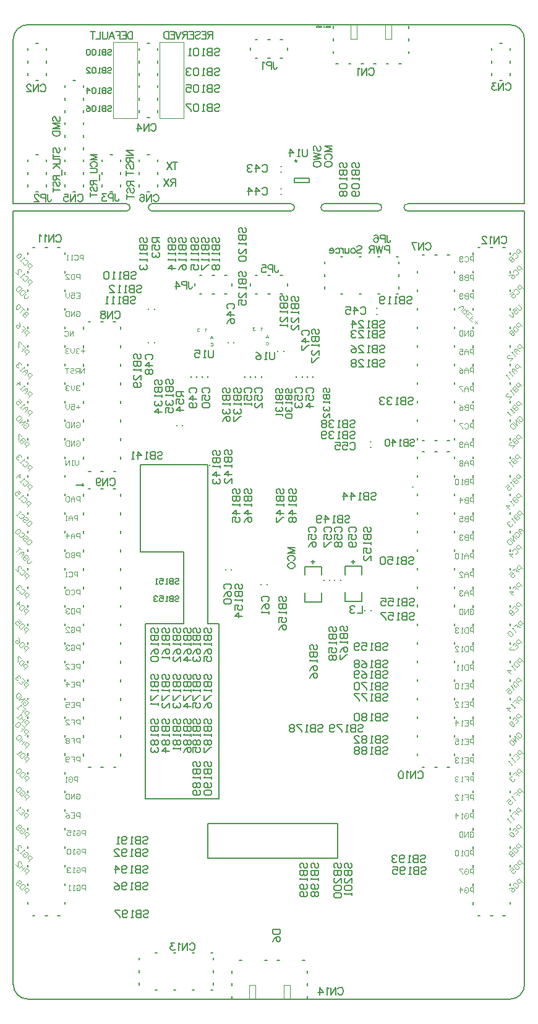
<source format=gbo>
%FSLAX25Y25*%
%MOIN*%
G70*
G01*
G75*
G04 Layer_Color=32896*
%ADD10R,0.01575X0.05315*%
%ADD11R,0.07087X0.07480*%
%ADD12R,0.05906X0.07480*%
%ADD13R,0.03937X0.03937*%
%ADD14C,0.03937*%
%ADD15R,0.04724X0.02362*%
%ADD16R,0.03937X0.00787*%
%ADD17R,0.00787X0.03937*%
%ADD18R,0.03937X0.07087*%
%ADD19R,0.02362X0.04331*%
%ADD20R,0.01600X0.03000*%
%ADD21R,0.06496X0.01181*%
%ADD22R,0.01181X0.06496*%
G04:AMPARAMS|DCode=23|XSize=39.37mil|YSize=98.43mil|CornerRadius=0mil|HoleSize=0mil|Usage=FLASHONLY|Rotation=135.000|XOffset=0mil|YOffset=0mil|HoleType=Round|Shape=Rectangle|*
%AMROTATEDRECTD23*
4,1,4,0.04872,0.02088,-0.02088,-0.04872,-0.04872,-0.02088,0.02088,0.04872,0.04872,0.02088,0.0*
%
%ADD23ROTATEDRECTD23*%

G04:AMPARAMS|DCode=24|XSize=39.37mil|YSize=98.43mil|CornerRadius=0mil|HoleSize=0mil|Usage=FLASHONLY|Rotation=225.000|XOffset=0mil|YOffset=0mil|HoleType=Round|Shape=Rectangle|*
%AMROTATEDRECTD24*
4,1,4,-0.02088,0.04872,0.04872,-0.02088,0.02088,-0.04872,-0.04872,0.02088,-0.02088,0.04872,0.0*
%
%ADD24ROTATEDRECTD24*%

%ADD25R,0.08661X0.02362*%
%ADD26R,0.01772X0.01969*%
%ADD27R,0.07874X0.04724*%
%ADD28R,0.08000X0.04000*%
%ADD29R,0.09000X0.12000*%
%ADD30R,0.04331X0.05906*%
%ADD31R,0.01575X0.05315*%
%ADD32R,0.06000X0.05000*%
%ADD33R,0.11024X0.05906*%
%ADD34R,0.10630X0.05906*%
%ADD35R,0.09055X0.07087*%
%ADD36R,0.03150X0.03543*%
%ADD37R,0.07874X0.02362*%
%ADD38R,0.03937X0.03543*%
%ADD39R,0.04000X0.03200*%
%ADD40C,0.00906*%
%ADD41R,0.01969X0.00984*%
%ADD42R,0.00984X0.01969*%
%ADD43R,0.03543X0.03937*%
%ADD44R,0.05315X0.01575*%
%ADD45R,0.03937X0.03937*%
%ADD46R,0.05906X0.10630*%
%ADD47R,0.05000X0.06000*%
%ADD48C,0.01000*%
%ADD49C,0.03000*%
%ADD50C,0.02000*%
%ADD51C,0.00500*%
%ADD52C,0.00800*%
%ADD53C,0.00900*%
%ADD54C,0.00600*%
%ADD55C,0.04000*%
%ADD56C,0.00610*%
%ADD57C,0.01600*%
%ADD58R,0.09000X0.05500*%
%ADD59R,0.11400X0.05400*%
%ADD60R,0.24300X0.08400*%
%ADD61R,0.23700X0.05006*%
%ADD62C,0.00394*%
%ADD63C,0.00197*%
%ADD64O,0.06299X0.07874*%
%ADD65R,0.09449X0.07480*%
%ADD66C,0.05709*%
%ADD67O,0.07087X0.05906*%
%ADD68R,0.07087X0.05906*%
%ADD69C,0.05906*%
%ADD70R,0.05906X0.05906*%
%ADD71R,0.05906X0.05906*%
%ADD72C,0.12598*%
%ADD73C,0.01500*%
%ADD74C,0.01600*%
%ADD75C,0.02000*%
%ADD76R,0.01181X0.01772*%
%ADD77R,0.03000X0.03000*%
%ADD78R,0.01181X0.03150*%
%ADD79C,0.01260*%
%ADD80R,0.03200X0.04000*%
%ADD81C,0.00984*%
%ADD82C,0.00787*%
%ADD83C,0.00050*%
%ADD84C,0.01200*%
%ADD85C,0.00300*%
%ADD86C,0.00120*%
%ADD87R,0.00730X0.02560*%
%ADD88R,0.06700X0.01800*%
%ADD89R,0.00650X0.02300*%
%ADD90R,0.03000X0.13551*%
%ADD91R,0.02300X0.00650*%
%ADD92R,0.01800X0.06700*%
%ADD93R,0.02560X0.00730*%
%ADD94R,0.02375X0.06115*%
%ADD95R,0.07887X0.08280*%
%ADD96R,0.06706X0.08280*%
%ADD97C,0.04737*%
%ADD98R,0.05524X0.03162*%
%ADD99R,0.04737X0.01587*%
%ADD100R,0.01587X0.04737*%
%ADD101R,0.04737X0.07887*%
%ADD102R,0.03162X0.05131*%
%ADD103R,0.02400X0.03800*%
%ADD104R,0.07296X0.01981*%
%ADD105R,0.01981X0.07296*%
G04:AMPARAMS|DCode=106|XSize=47.37mil|YSize=106.42mil|CornerRadius=0mil|HoleSize=0mil|Usage=FLASHONLY|Rotation=135.000|XOffset=0mil|YOffset=0mil|HoleType=Round|Shape=Rectangle|*
%AMROTATEDRECTD106*
4,1,4,0.05438,0.02088,-0.02088,-0.05438,-0.05438,-0.02088,0.02088,0.05438,0.05438,0.02088,0.0*
%
%ADD106ROTATEDRECTD106*%

G04:AMPARAMS|DCode=107|XSize=47.37mil|YSize=106.42mil|CornerRadius=0mil|HoleSize=0mil|Usage=FLASHONLY|Rotation=225.000|XOffset=0mil|YOffset=0mil|HoleType=Round|Shape=Rectangle|*
%AMROTATEDRECTD107*
4,1,4,-0.02088,0.05438,0.05438,-0.02088,0.02088,-0.05438,-0.05438,0.02088,-0.02088,0.05438,0.0*
%
%ADD107ROTATEDRECTD107*%

%ADD108R,0.09461X0.03162*%
%ADD109R,0.02572X0.02769*%
%ADD110R,0.08674X0.05524*%
%ADD111R,0.08800X0.04800*%
%ADD112R,0.09800X0.12800*%
%ADD113R,0.05131X0.06706*%
%ADD114R,0.02375X0.06115*%
%ADD115R,0.06800X0.05800*%
%ADD116R,0.11824X0.06706*%
%ADD117R,0.11430X0.06706*%
%ADD118R,0.09855X0.07887*%
%ADD119R,0.03950X0.04343*%
%ADD120R,0.08674X0.03162*%
%ADD121R,0.04737X0.04343*%
%ADD122R,0.04800X0.04000*%
%ADD123C,0.01706*%
%ADD124R,0.02769X0.01784*%
%ADD125R,0.01784X0.02769*%
%ADD126R,0.04343X0.04737*%
%ADD127R,0.06115X0.02375*%
%ADD128R,0.06706X0.11430*%
%ADD129R,0.05800X0.06800*%
%ADD130O,0.07099X0.08674*%
%ADD131R,0.10249X0.08280*%
%ADD132C,0.06509*%
%ADD133O,0.07887X0.06706*%
%ADD134R,0.07887X0.06706*%
%ADD135C,0.06706*%
%ADD136R,0.06706X0.06706*%
%ADD137R,0.06706X0.06706*%
%ADD138C,0.13398*%
%ADD139R,0.01981X0.02572*%
%ADD140R,0.03800X0.03800*%
%ADD141R,0.01981X0.03950*%
%ADD142C,0.02060*%
%ADD143R,0.04000X0.04800*%
%ADD144C,0.00400*%
D51*
X172300Y55800D02*
X172600D01*
X62200Y-144000D02*
Y-125500D01*
Y-144000D02*
X132200D01*
Y-125500D01*
X62200D02*
X132200D01*
X118800Y14450D02*
Y16450D01*
X117800Y15450D02*
X119800D01*
X140400Y14700D02*
Y16700D01*
X139400Y15700D02*
X141400D01*
X25700Y68000D02*
X60200D01*
X25700Y20900D02*
Y68000D01*
Y20900D02*
X49200D01*
Y-17800D02*
Y20900D01*
X28500Y-17800D02*
X49200D01*
X28500Y-112100D02*
Y-17800D01*
Y-112100D02*
X68200D01*
Y-17800D01*
X61900D02*
X68200D01*
X61900D02*
Y68000D01*
X60200D02*
X61900D01*
X63100Y67600D02*
Y68000D01*
X-35000Y181200D02*
Y182400D01*
X-14995Y181206D02*
Y182406D01*
X-14994Y171212D02*
Y172412D01*
X-34999Y171206D02*
Y172406D01*
X-14994Y161212D02*
Y162411D01*
X-34999Y161206D02*
Y162406D01*
X-14994Y151212D02*
Y152411D01*
X-34999Y151206D02*
Y152406D01*
X-14994Y141211D02*
Y142411D01*
X-34999Y141206D02*
Y142406D01*
X-14994Y131206D02*
Y132406D01*
X-34999Y131200D02*
Y132400D01*
X-14994Y121206D02*
Y122406D01*
X-34999Y121200D02*
Y122400D01*
X-14994Y111206D02*
Y112406D01*
X-34999Y111200D02*
Y112400D01*
X-14994Y101212D02*
Y102411D01*
X-34999Y101206D02*
Y102406D01*
X-14994Y91206D02*
Y92406D01*
X-34999Y91200D02*
Y92400D01*
X-14994Y81206D02*
Y82406D01*
X-34999Y81200D02*
Y82400D01*
X-14994Y71211D02*
Y72412D01*
X-34999Y71206D02*
Y72406D01*
X-14994Y61206D02*
Y62406D01*
X-34999Y61200D02*
Y62400D01*
X-14994Y51206D02*
Y52406D01*
X-34999Y51200D02*
Y52400D01*
X-14994Y41206D02*
Y42406D01*
X-34999Y41200D02*
Y42400D01*
X-14994Y31206D02*
Y32406D01*
X-34999Y31201D02*
Y32401D01*
X-14994Y21206D02*
Y22406D01*
X-34999Y21200D02*
Y22400D01*
X-14994Y11206D02*
Y12406D01*
X-34999Y11200D02*
Y12400D01*
X-14994Y1206D02*
Y2406D01*
X-34999Y1200D02*
Y2400D01*
X-14994Y-8794D02*
Y-7594D01*
X-34999Y-8800D02*
Y-7600D01*
X-14994Y-18794D02*
Y-17594D01*
X-34999Y-18800D02*
Y-17600D01*
X-14994Y-28794D02*
Y-27594D01*
X-34999Y-28800D02*
Y-27600D01*
X-14994Y-38794D02*
Y-37594D01*
X-34999Y-38800D02*
Y-37600D01*
X-14994Y-48794D02*
Y-47594D01*
X-34999Y-48800D02*
Y-47600D01*
X-14994Y-58794D02*
Y-57594D01*
X-35000Y-58300D02*
X-34999Y-57600D01*
X-14994Y-68794D02*
Y-67594D01*
X-34999Y-68800D02*
Y-67600D01*
X-14994Y-78794D02*
Y-77594D01*
X-34999Y-78800D02*
Y-77600D01*
X-14894Y-88694D02*
Y-87494D01*
X-34899Y-88699D02*
Y-87499D01*
X-14994Y-108789D02*
Y-107589D01*
X-34999Y-108794D02*
Y-107594D01*
X-14994Y-118794D02*
Y-117594D01*
X-34999Y-118800D02*
Y-117600D01*
X-14994Y-128794D02*
Y-127594D01*
X-34999Y-128800D02*
Y-127600D01*
X-14994Y-138794D02*
Y-137594D01*
X-34999Y-138800D02*
Y-137600D01*
X-14994Y-148794D02*
Y-147594D01*
X-34999Y-148800D02*
Y-147600D01*
X-14994Y-158794D02*
Y-157594D01*
X-34999Y-158800D02*
Y-157600D01*
X-14994Y-168794D02*
Y-167594D01*
X-34999Y-168800D02*
Y-167600D01*
X-32401Y-175000D02*
X-31201D01*
X-18800D02*
X-17600D01*
X-25601D02*
X-24401D01*
X-25600Y184999D02*
X-24399D01*
X-32401D02*
X-31201D01*
X-18800D02*
X-17600D01*
X4499Y-95099D02*
X5699D01*
X11301D02*
X12501D01*
X-2301D02*
X-1101D01*
X-4899Y-88899D02*
Y-87699D01*
X15106Y-88894D02*
Y-87694D01*
X-4899Y-78899D02*
Y-77699D01*
X15106Y-78894D02*
Y-77694D01*
X-4899Y-68899D02*
Y-67699D01*
X15106Y-68894D02*
Y-67694D01*
X-4899Y-58899D02*
Y-57699D01*
X15106Y-58894D02*
Y-57694D01*
X-4899Y-48899D02*
Y-47699D01*
X15106Y-48894D02*
Y-47694D01*
X-4899Y-38899D02*
Y-37699D01*
X15106Y-38894D02*
Y-37694D01*
X-4899Y-28894D02*
Y-27694D01*
X15106Y-28888D02*
Y-27688D01*
X-4799Y-8799D02*
Y-7599D01*
X15206Y-8793D02*
Y-7593D01*
X-4899Y1101D02*
Y2301D01*
X15106Y1106D02*
Y2306D01*
X-4899Y11101D02*
Y12301D01*
X15106Y11106D02*
Y12306D01*
X-4899Y21101D02*
Y22301D01*
X15106Y21106D02*
Y22306D01*
X-4899Y31101D02*
Y32301D01*
X15106Y31106D02*
Y32306D01*
X-4899Y41101D02*
Y42301D01*
X15106Y41106D02*
Y42306D01*
X-4899Y51101D02*
Y52301D01*
X15106Y51106D02*
Y52306D01*
X-4899Y71101D02*
Y72301D01*
X15106Y71106D02*
Y72306D01*
X-4899Y81101D02*
Y82301D01*
X15106Y81106D02*
Y82306D01*
X-4899Y91101D02*
Y92301D01*
X15106Y91106D02*
Y92306D01*
X-4899Y101101D02*
Y102301D01*
X15106Y101106D02*
Y102306D01*
X-4899Y111101D02*
Y112301D01*
X15106Y111107D02*
Y112307D01*
X-4899Y121101D02*
Y122301D01*
X15106Y121106D02*
Y122306D01*
X-4899Y131101D02*
Y132301D01*
X15106Y131106D02*
Y132306D01*
X-4899Y141101D02*
Y142301D01*
X15106Y141106D02*
Y142306D01*
X184399Y-95006D02*
X185599D01*
X191200D02*
X192401D01*
X177599D02*
X178799D01*
X175001Y-88806D02*
Y-87606D01*
X195006Y-88800D02*
Y-87600D01*
X175001Y-78806D02*
Y-77606D01*
X195006Y-78800D02*
Y-77600D01*
X175001Y-68806D02*
Y-67606D01*
X195006Y-68800D02*
Y-67600D01*
X175001Y-58806D02*
Y-57606D01*
X195006Y-58800D02*
Y-57600D01*
X175001Y-48806D02*
Y-47606D01*
X195006Y-48800D02*
Y-47600D01*
X175001Y-38806D02*
Y-37606D01*
X195006Y-38800D02*
Y-37600D01*
X175001Y-28800D02*
Y-27600D01*
X195006Y-28794D02*
Y-27594D01*
X175101Y-8705D02*
Y-7505D01*
X195106Y-8699D02*
Y-7499D01*
X175001Y1194D02*
Y2394D01*
X195006Y1200D02*
Y2400D01*
X175001Y11194D02*
Y12394D01*
X195006Y11200D02*
Y12400D01*
X175001Y21194D02*
Y22394D01*
X195006Y21200D02*
Y22400D01*
X175001Y31194D02*
Y32394D01*
X195006Y31200D02*
Y32400D01*
X175001Y41194D02*
Y42394D01*
X195006Y41200D02*
Y42400D01*
X175001Y51194D02*
Y52394D01*
X195006Y51200D02*
Y52400D01*
X175001Y61194D02*
Y62394D01*
X195006Y61200D02*
Y62400D01*
X175001Y71194D02*
Y72394D01*
X195006Y71200D02*
Y72400D01*
X175001Y81194D02*
Y82394D01*
X195006Y81200D02*
Y82400D01*
X175001Y91194D02*
Y92394D01*
X195006Y91200D02*
Y92400D01*
X175001Y101194D02*
Y102394D01*
X195006Y101200D02*
Y102400D01*
X175001Y111195D02*
Y112395D01*
X195006Y111201D02*
Y112401D01*
X175001Y121194D02*
Y122394D01*
X195006Y121200D02*
Y122400D01*
X175001Y131194D02*
Y132394D01*
X195006Y131200D02*
Y132400D01*
X175001Y141194D02*
Y142394D01*
X195006Y141200D02*
Y142400D01*
X175001Y151200D02*
Y152400D01*
X195006Y151206D02*
Y152406D01*
X175001Y161194D02*
Y162394D01*
X195006Y161200D02*
Y162400D01*
X175001Y171194D02*
Y172394D01*
X195006Y171200D02*
Y172400D01*
X221200Y184904D02*
X222400D01*
X207599D02*
X208799D01*
X214401D02*
X215600D01*
X214399Y-175094D02*
X215599D01*
X221200D02*
X222400D01*
X207599D02*
X208799D01*
X205001Y-168894D02*
Y-167694D01*
X225006Y-168889D02*
Y-167689D01*
X205001Y-158894D02*
Y-157694D01*
X225006Y-158889D02*
Y-157689D01*
X205001Y-148894D02*
Y-147694D01*
X225006Y-148889D02*
Y-147689D01*
X205001Y-138894D02*
Y-137694D01*
X225006Y-138889D02*
Y-137689D01*
X205001Y-128894D02*
Y-127694D01*
X225006Y-128889D02*
Y-127689D01*
X205001Y-118894D02*
Y-117694D01*
X225006Y-118889D02*
Y-117689D01*
X205001Y-108889D02*
Y-107689D01*
X225006Y-108883D02*
Y-107683D01*
X205101Y-88794D02*
Y-87594D01*
X225106Y-88788D02*
Y-87588D01*
X205001Y-78894D02*
Y-77694D01*
X225006Y-78889D02*
Y-77689D01*
X205001Y-68894D02*
Y-67694D01*
X225006Y-68889D02*
Y-67689D01*
X205001Y-58894D02*
Y-57694D01*
X225006Y-58889D02*
Y-57689D01*
X205001Y-48894D02*
Y-47694D01*
X225006Y-48889D02*
Y-47689D01*
X205001Y-38894D02*
Y-37694D01*
X225006Y-38889D02*
Y-37689D01*
X205001Y-28894D02*
Y-27694D01*
X225006Y-28889D02*
Y-27689D01*
X205001Y-18894D02*
Y-17694D01*
X225006Y-18889D02*
Y-17689D01*
X205001Y-8894D02*
Y-7694D01*
X225006Y-8889D02*
Y-7689D01*
X205001Y1106D02*
Y2306D01*
X225006Y1111D02*
Y2311D01*
X205001Y11106D02*
Y12306D01*
X225006Y11111D02*
Y12311D01*
X205001Y21106D02*
Y22306D01*
X225006Y21111D02*
Y22311D01*
X205001Y31106D02*
Y32306D01*
X225006Y31112D02*
Y32312D01*
X205001Y41106D02*
Y42306D01*
X225006Y41111D02*
Y42311D01*
X205001Y51106D02*
Y52306D01*
X225006Y51111D02*
Y52311D01*
X205001Y61106D02*
Y62306D01*
X225006Y61111D02*
Y62311D01*
X205001Y71111D02*
Y72311D01*
X225006Y71117D02*
Y72317D01*
X205001Y81106D02*
Y82306D01*
X225006Y81111D02*
Y82311D01*
X205001Y91106D02*
Y92306D01*
X225006Y91111D02*
Y92311D01*
X205001Y101111D02*
Y102311D01*
X225006Y101117D02*
Y102317D01*
X205001Y111106D02*
Y112306D01*
X225006Y111111D02*
Y112311D01*
X205001Y121106D02*
Y122306D01*
X225006Y121111D02*
Y122311D01*
X205001Y131106D02*
Y132306D01*
X225006Y131111D02*
Y132311D01*
X205001Y141111D02*
Y142311D01*
X225006Y141117D02*
Y142317D01*
X205001Y151111D02*
Y152311D01*
X225006Y151117D02*
Y152317D01*
X205001Y161111D02*
Y162311D01*
X225006Y161117D02*
Y162317D01*
X205001Y171111D02*
Y172311D01*
X225006Y171117D02*
Y172317D01*
X225005Y181111D02*
Y182311D01*
X205000Y181106D02*
Y182306D01*
X184395Y180999D02*
X185595D01*
X177594D02*
X178794D01*
X191195D02*
X192395D01*
X184405Y80989D02*
X185605D01*
X191206D02*
X192406D01*
X177604D02*
X178805D01*
X184395Y75005D02*
X185595D01*
X177594D02*
X178794D01*
X191195D02*
X192395D01*
X4395Y55005D02*
X5595D01*
X-2406D02*
X-1206D01*
X11195D02*
X12395D01*
X4505Y64395D02*
X5705D01*
X11306D02*
X12506D01*
X-2295D02*
X-1095D01*
X4395Y145005D02*
X5595D01*
X-2406D02*
X-1206D01*
X11195D02*
X12395D01*
X195006Y-18801D02*
Y-17601D01*
X175001Y-18806D02*
Y-17606D01*
X225006Y-98895D02*
Y-97695D01*
X205001Y-98901D02*
Y-97701D01*
X15006Y-18801D02*
Y-17601D01*
X-4999Y-18806D02*
Y-17606D01*
X-14994Y-98795D02*
Y-97595D01*
X-34999Y-98801D02*
Y-97601D01*
X115794Y-219501D02*
Y-218301D01*
Y-205900D02*
Y-204699D01*
Y-212701D02*
Y-211501D01*
X75006Y-212701D02*
Y-211501D01*
Y-205900D02*
Y-204699D01*
Y-219501D02*
Y-218301D01*
X99499Y-199100D02*
X100699D01*
X113100D02*
X114300D01*
X92699D02*
X93899D01*
X79098D02*
X80298D01*
X165102Y284106D02*
X166302D01*
X158302D02*
X159502D01*
X151500D02*
X152700D01*
X131099D02*
X132299D01*
X144701D02*
X145900D01*
X137899D02*
X139099D01*
X170394Y303101D02*
Y304301D01*
Y289499D02*
Y290700D01*
Y296301D02*
Y297501D01*
X129606Y296301D02*
Y297501D01*
Y289499D02*
Y290700D01*
Y303101D02*
Y304301D01*
X125001Y176195D02*
Y177395D01*
Y162594D02*
Y163794D01*
Y169395D02*
Y170595D01*
X133600Y180006D02*
X134800D01*
X133606Y160001D02*
X134806D01*
X143600Y180006D02*
X144800D01*
X143606Y160001D02*
X144806D01*
X153594Y180006D02*
X154794D01*
X153600Y160001D02*
X154800D01*
X163600Y180006D02*
X164800D01*
X163606Y160001D02*
X164806D01*
X164999Y169405D02*
Y170605D01*
Y176206D02*
Y177406D01*
Y162605D02*
Y163805D01*
X-14999Y224390D02*
Y225590D01*
Y217588D02*
Y218789D01*
Y231190D02*
Y232390D01*
X-14999Y244401D02*
Y245601D01*
Y237599D02*
Y238800D01*
Y251201D02*
Y252401D01*
Y264395D02*
Y265595D01*
Y257594D02*
Y258794D01*
Y271195D02*
Y272395D01*
X-4995Y217610D02*
Y218810D01*
Y231211D02*
Y232412D01*
Y224410D02*
Y225610D01*
Y237605D02*
Y238805D01*
Y251206D02*
Y252406D01*
Y244405D02*
Y245605D01*
X-4995Y257616D02*
Y258816D01*
Y271217D02*
Y272417D01*
Y264416D02*
Y265616D01*
X-10595Y275001D02*
X-9395D01*
X-10599Y214993D02*
X-9399D01*
X-30599Y214999D02*
X-29399D01*
X-24995Y224416D02*
Y225616D01*
Y231217D02*
Y232417D01*
Y217616D02*
Y218816D01*
X-34999Y231195D02*
Y232395D01*
Y217594D02*
Y218794D01*
Y224395D02*
Y225595D01*
X-30602Y234990D02*
X-29402D01*
X9398Y234989D02*
X10598D01*
X5001Y224395D02*
Y225595D01*
Y217594D02*
Y218794D01*
Y231195D02*
Y232395D01*
X15004Y217616D02*
Y218816D01*
Y231217D02*
Y232417D01*
Y224416D02*
Y225616D01*
X9401Y214998D02*
X10600D01*
X29397Y234984D02*
X30597D01*
X25001Y224390D02*
Y225590D01*
Y217589D02*
Y218789D01*
Y231190D02*
Y232390D01*
X35004Y217610D02*
Y218810D01*
Y231212D02*
Y232412D01*
Y224410D02*
Y225610D01*
X29400Y214993D02*
X30600D01*
X-30602Y294995D02*
X-29402D01*
X-34999Y284401D02*
Y285601D01*
Y277600D02*
Y278800D01*
Y291201D02*
Y292401D01*
X-24995Y277621D02*
Y278821D01*
Y291222D02*
Y292422D01*
Y284421D02*
Y285621D01*
X-30599Y275004D02*
X-29399D01*
X85010Y291398D02*
Y292598D01*
X94405Y287001D02*
X95605D01*
X101206D02*
X102406D01*
X87605D02*
X88805D01*
X101184Y297005D02*
X102384D01*
X87583D02*
X88783D01*
X94384D02*
X95584D01*
X105001Y291401D02*
Y292601D01*
X219398Y294989D02*
X220598D01*
X215001Y284395D02*
Y285595D01*
Y277594D02*
Y278794D01*
Y291195D02*
Y292395D01*
X225005Y277616D02*
Y278816D01*
Y291217D02*
Y292417D01*
Y284416D02*
Y285616D01*
X219401Y274998D02*
X220601D01*
X55010Y164398D02*
Y165598D01*
X64405Y160001D02*
X65605D01*
X71206D02*
X72406D01*
X57605D02*
X58805D01*
X71184Y170004D02*
X72384D01*
X57583D02*
X58783D01*
X64384D02*
X65584D01*
X75001Y164401D02*
Y165601D01*
X85015Y164398D02*
Y165597D01*
X94410Y160001D02*
X95610D01*
X101211D02*
X102411D01*
X87610D02*
X88810D01*
X101189Y170004D02*
X102389D01*
X87588D02*
X88788D01*
X94389D02*
X95589D01*
X105006Y164400D02*
Y165600D01*
X29402Y255010D02*
X30602D01*
X34999Y264404D02*
Y265604D01*
Y271205D02*
Y272405D01*
Y257604D02*
Y258804D01*
X24995Y271183D02*
Y272383D01*
Y257582D02*
Y258782D01*
Y264383D02*
Y265583D01*
X34999Y284410D02*
Y285610D01*
Y291211D02*
Y292411D01*
Y277610D02*
Y278810D01*
X24995Y291189D02*
Y292389D01*
Y277588D02*
Y278788D01*
Y284389D02*
Y285589D01*
X29399Y295006D02*
X30599D01*
X64999Y-212395D02*
Y-211195D01*
Y-198794D02*
Y-197594D01*
Y-205595D02*
Y-204395D01*
X63606Y-214999D02*
X64806D01*
X63600Y-194994D02*
X64800D01*
X53600Y-214999D02*
X54800D01*
X53594Y-194994D02*
X54794D01*
X43606Y-214999D02*
X44806D01*
X43600Y-194994D02*
X44800D01*
X33606Y-214999D02*
X34806D01*
X33600Y-194994D02*
X34800D01*
X25001Y-205605D02*
Y-204405D01*
Y-212406D02*
Y-211206D01*
Y-198805D02*
Y-197605D01*
X149907Y52217D02*
X150574Y52884D01*
X151907D01*
X152573Y52217D01*
Y51551D01*
X151907Y50884D01*
X150574D01*
X149907Y50218D01*
Y49551D01*
X150574Y48885D01*
X151907D01*
X152573Y49551D01*
X148574Y52884D02*
Y48885D01*
X146575D01*
X145909Y49551D01*
Y50218D01*
X146575Y50884D01*
X148574D01*
X146575D01*
X145909Y51551D01*
Y52217D01*
X146575Y52884D01*
X148574D01*
X144576Y48885D02*
X143243D01*
X143909D01*
Y52884D01*
X144576Y52217D01*
X139244Y48885D02*
Y52884D01*
X141244Y50884D01*
X138578D01*
X135246Y48885D02*
Y52884D01*
X137245Y50884D01*
X134579D01*
X22868Y124934D02*
X22201Y125601D01*
Y126934D01*
X22868Y127600D01*
X23534D01*
X24201Y126934D01*
Y125601D01*
X24867Y124934D01*
X25534D01*
X26200Y125601D01*
Y126934D01*
X25534Y127600D01*
X22201Y123601D02*
X26200D01*
Y121602D01*
X25534Y120935D01*
X24867D01*
X24201Y121602D01*
Y123601D01*
Y121602D01*
X23534Y120935D01*
X22868D01*
X22201Y121602D01*
Y123601D01*
X26200Y119603D02*
Y118270D01*
Y118936D01*
X22201D01*
X22868Y119603D01*
X26200Y113604D02*
Y116270D01*
X23534Y113604D01*
X22868D01*
X22201Y114271D01*
Y115604D01*
X22868Y116270D01*
X25534Y112272D02*
X26200Y111605D01*
Y110272D01*
X25534Y109606D01*
X22868D01*
X22201Y110272D01*
Y111605D01*
X22868Y112272D01*
X23534D01*
X24201Y111605D01*
Y109606D01*
X73000Y151949D02*
X72334Y152615D01*
Y153948D01*
X73000Y154615D01*
X75666D01*
X76332Y153948D01*
Y152615D01*
X75666Y151949D01*
X76332Y148617D02*
X72334D01*
X74333Y150616D01*
Y147950D01*
X72334Y143951D02*
X73000Y145284D01*
X74333Y146617D01*
X75666D01*
X76332Y145951D01*
Y144618D01*
X75666Y143951D01*
X74999D01*
X74333Y144618D01*
Y146617D01*
X29168Y124534D02*
X28501Y125201D01*
Y126533D01*
X29168Y127200D01*
X31834D01*
X32500Y126533D01*
Y125201D01*
X31834Y124534D01*
X32500Y121202D02*
X28501D01*
X30501Y123201D01*
Y120536D01*
X29168Y119203D02*
X28501Y118536D01*
Y117203D01*
X29168Y116537D01*
X29834D01*
X30501Y117203D01*
X31167Y116537D01*
X31834D01*
X32500Y117203D01*
Y118536D01*
X31834Y119203D01*
X31167D01*
X30501Y118536D01*
X29834Y119203D01*
X29168D01*
X30501Y118536D02*
Y117203D01*
X87968Y106464D02*
X87301Y107131D01*
Y108464D01*
X87968Y109130D01*
X90634D01*
X91300Y108464D01*
Y107131D01*
X90634Y106464D01*
X87301Y102465D02*
Y105131D01*
X89301D01*
X88634Y103798D01*
Y103132D01*
X89301Y102465D01*
X90634D01*
X91300Y103132D01*
Y104465D01*
X90634Y105131D01*
X91300Y98467D02*
Y101133D01*
X88634Y98467D01*
X87968D01*
X87301Y99133D01*
Y100466D01*
X87968Y101133D01*
X44068Y-71566D02*
X43401Y-70899D01*
Y-69566D01*
X44068Y-68900D01*
X44734D01*
X45401Y-69566D01*
Y-70899D01*
X46067Y-71566D01*
X46734D01*
X47400Y-70899D01*
Y-69566D01*
X46734Y-68900D01*
X43401Y-72899D02*
X47400D01*
Y-74898D01*
X46734Y-75564D01*
X46067D01*
X45401Y-74898D01*
Y-72899D01*
Y-74898D01*
X44734Y-75564D01*
X44068D01*
X43401Y-74898D01*
Y-72899D01*
X47400Y-76897D02*
Y-78230D01*
Y-77564D01*
X43401D01*
X44068Y-76897D01*
Y-80230D02*
X43401Y-80896D01*
Y-82229D01*
X44068Y-82895D01*
X44734D01*
X45401Y-82229D01*
X46067Y-82895D01*
X46734D01*
X47400Y-82229D01*
Y-80896D01*
X46734Y-80230D01*
X46067D01*
X45401Y-80896D01*
X44734Y-80230D01*
X44068D01*
X45401Y-80896D02*
Y-82229D01*
X47400Y-84228D02*
Y-85561D01*
Y-84895D01*
X43401D01*
X44068Y-84228D01*
X64900Y129599D02*
Y126267D01*
X64234Y125600D01*
X62901D01*
X62234Y126267D01*
Y129599D01*
X60901Y125600D02*
X59568D01*
X60235D01*
Y129599D01*
X60901Y128932D01*
X54903Y129599D02*
X57569D01*
Y127599D01*
X56236Y128266D01*
X55570D01*
X54903Y127599D01*
Y126267D01*
X55570Y125600D01*
X56903D01*
X57569Y126267D01*
X97900Y128599D02*
Y125267D01*
X97234Y124600D01*
X95901D01*
X95234Y125267D01*
Y128599D01*
X93901Y124600D02*
X92568D01*
X93235D01*
Y128599D01*
X93901Y127932D01*
X87903Y128599D02*
X89236Y127932D01*
X90569Y126599D01*
Y125267D01*
X89903Y124600D01*
X88570D01*
X87903Y125267D01*
Y125933D01*
X88570Y126599D01*
X90569D01*
X115800Y237999D02*
Y234666D01*
X115134Y234000D01*
X113801D01*
X113134Y234666D01*
Y237999D01*
X111801Y234000D02*
X110468D01*
X111135D01*
Y237999D01*
X111801Y237332D01*
X106470Y234000D02*
Y237999D01*
X108469Y235999D01*
X105803D01*
X128068Y-22066D02*
X127401Y-21399D01*
Y-20066D01*
X128068Y-19400D01*
X128734D01*
X129401Y-20066D01*
Y-21399D01*
X130067Y-22066D01*
X130734D01*
X131400Y-21399D01*
Y-20066D01*
X130734Y-19400D01*
X127401Y-23399D02*
X131400D01*
Y-25398D01*
X130734Y-26065D01*
X130067D01*
X129401Y-25398D01*
Y-23399D01*
Y-25398D01*
X128734Y-26065D01*
X128068D01*
X127401Y-25398D01*
Y-23399D01*
X131400Y-27397D02*
Y-28730D01*
Y-28064D01*
X127401D01*
X128068Y-27397D01*
X127401Y-33395D02*
Y-30730D01*
X129401D01*
X128734Y-32063D01*
Y-32729D01*
X129401Y-33395D01*
X130734D01*
X131400Y-32729D01*
Y-31396D01*
X130734Y-30730D01*
X128068Y-34728D02*
X127401Y-35395D01*
Y-36728D01*
X128068Y-37394D01*
X128734D01*
X129401Y-36728D01*
X130067Y-37394D01*
X130734D01*
X131400Y-36728D01*
Y-35395D01*
X130734Y-34728D01*
X130067D01*
X129401Y-35395D01*
X128734Y-34728D01*
X128068D01*
X129401Y-35395D02*
Y-36728D01*
X134168Y-21613D02*
X133501Y-20947D01*
Y-19614D01*
X134168Y-18947D01*
X134834D01*
X135501Y-19614D01*
Y-20947D01*
X136167Y-21613D01*
X136834D01*
X137500Y-20947D01*
Y-19614D01*
X136834Y-18947D01*
X133501Y-22946D02*
X137500D01*
Y-24945D01*
X136834Y-25612D01*
X136167D01*
X135501Y-24945D01*
Y-22946D01*
Y-24945D01*
X134834Y-25612D01*
X134168D01*
X133501Y-24945D01*
Y-22946D01*
X137500Y-26945D02*
Y-28278D01*
Y-27611D01*
X133501D01*
X134168Y-26945D01*
X133501Y-32943D02*
X134168Y-31610D01*
X135501Y-30277D01*
X136834D01*
X137500Y-30943D01*
Y-32276D01*
X136834Y-32943D01*
X136167D01*
X135501Y-32276D01*
Y-30277D01*
X133501Y-34276D02*
Y-36941D01*
X134168D01*
X136834Y-34276D01*
X137500D01*
X53568Y187503D02*
X52901Y188169D01*
Y189502D01*
X53568Y190169D01*
X54234D01*
X54901Y189502D01*
Y188169D01*
X55567Y187503D01*
X56234D01*
X56900Y188169D01*
Y189502D01*
X56234Y190169D01*
X52901Y186170D02*
X56900D01*
Y184171D01*
X56234Y183504D01*
X55567D01*
X54901Y184171D01*
Y186170D01*
Y184171D01*
X54234Y183504D01*
X53568D01*
X52901Y184171D01*
Y186170D01*
X56900Y182171D02*
Y180838D01*
Y181505D01*
X52901D01*
X53568Y182171D01*
X56900Y178839D02*
Y177506D01*
Y178173D01*
X52901D01*
X53568Y178839D01*
X52901Y172841D02*
Y175507D01*
X54901D01*
X54234Y174174D01*
Y173507D01*
X54901Y172841D01*
X56234D01*
X56900Y173507D01*
Y174840D01*
X56234Y175507D01*
X65068Y187503D02*
X64401Y188169D01*
Y189502D01*
X65068Y190169D01*
X65734D01*
X66401Y189502D01*
Y188169D01*
X67067Y187503D01*
X67734D01*
X68400Y188169D01*
Y189502D01*
X67734Y190169D01*
X64401Y186170D02*
X68400D01*
Y184171D01*
X67734Y183504D01*
X67067D01*
X66401Y184171D01*
Y186170D01*
Y184171D01*
X65734Y183504D01*
X65068D01*
X64401Y184171D01*
Y186170D01*
X68400Y182171D02*
Y180838D01*
Y181505D01*
X64401D01*
X65068Y182171D01*
X68400Y178839D02*
Y177506D01*
Y178173D01*
X64401D01*
X65068Y178839D01*
Y175507D02*
X64401Y174840D01*
Y173507D01*
X65068Y172841D01*
X65734D01*
X66401Y173507D01*
X67067Y172841D01*
X67734D01*
X68400Y173507D01*
Y174840D01*
X67734Y175507D01*
X67067D01*
X66401Y174840D01*
X65734Y175507D01*
X65068D01*
X66401Y174840D02*
Y173507D01*
X135884Y39832D02*
X136551Y40499D01*
X137883D01*
X138550Y39832D01*
Y39166D01*
X137883Y38499D01*
X136551D01*
X135884Y37833D01*
Y37166D01*
X136551Y36500D01*
X137883D01*
X138550Y37166D01*
X134551Y40499D02*
Y36500D01*
X132552D01*
X131886Y37166D01*
Y37833D01*
X132552Y38499D01*
X134551D01*
X132552D01*
X131886Y39166D01*
Y39832D01*
X132552Y40499D01*
X134551D01*
X130553Y36500D02*
X129220D01*
X129886D01*
Y40499D01*
X130553Y39832D01*
X125221Y36500D02*
Y40499D01*
X127220Y38499D01*
X124555D01*
X123222Y37166D02*
X122555Y36500D01*
X121222D01*
X120556Y37166D01*
Y39832D01*
X121222Y40499D01*
X122555D01*
X123222Y39832D01*
Y39166D01*
X122555Y38499D01*
X120556D01*
X38021Y-71566D02*
X37354Y-70899D01*
Y-69566D01*
X38021Y-68900D01*
X38687D01*
X39353Y-69566D01*
Y-70899D01*
X40020Y-71566D01*
X40686D01*
X41353Y-70899D01*
Y-69566D01*
X40686Y-68900D01*
X37354Y-72899D02*
X41353D01*
Y-74898D01*
X40686Y-75564D01*
X40020D01*
X39353Y-74898D01*
Y-72899D01*
Y-74898D01*
X38687Y-75564D01*
X38021D01*
X37354Y-74898D01*
Y-72899D01*
X41353Y-76897D02*
Y-78230D01*
Y-77564D01*
X37354D01*
X38021Y-76897D01*
Y-80230D02*
X37354Y-80896D01*
Y-82229D01*
X38021Y-82895D01*
X38687D01*
X39353Y-82229D01*
X40020Y-82895D01*
X40686D01*
X41353Y-82229D01*
Y-80896D01*
X40686Y-80230D01*
X40020D01*
X39353Y-80896D01*
X38687Y-80230D01*
X38021D01*
X39353Y-80896D02*
Y-82229D01*
X41353Y-86228D02*
X37354D01*
X39353Y-84228D01*
Y-86894D01*
X31968Y-71566D02*
X31301Y-70899D01*
Y-69566D01*
X31968Y-68900D01*
X32634D01*
X33301Y-69566D01*
Y-70899D01*
X33967Y-71566D01*
X34634D01*
X35300Y-70899D01*
Y-69566D01*
X34634Y-68900D01*
X31301Y-72899D02*
X35300D01*
Y-74898D01*
X34634Y-75564D01*
X33967D01*
X33301Y-74898D01*
Y-72899D01*
Y-74898D01*
X32634Y-75564D01*
X31968D01*
X31301Y-74898D01*
Y-72899D01*
X35300Y-76897D02*
Y-78230D01*
Y-77564D01*
X31301D01*
X31968Y-76897D01*
Y-80230D02*
X31301Y-80896D01*
Y-82229D01*
X31968Y-82895D01*
X32634D01*
X33301Y-82229D01*
X33967Y-82895D01*
X34634D01*
X35300Y-82229D01*
Y-80896D01*
X34634Y-80230D01*
X33967D01*
X33301Y-80896D01*
X32634Y-80230D01*
X31968D01*
X33301Y-80896D02*
Y-82229D01*
X31968Y-84228D02*
X31301Y-84895D01*
Y-86228D01*
X31968Y-86894D01*
X32634D01*
X33301Y-86228D01*
Y-85561D01*
Y-86228D01*
X33967Y-86894D01*
X34634D01*
X35300Y-86228D01*
Y-84895D01*
X34634Y-84228D01*
X38021Y-22566D02*
X37354Y-21899D01*
Y-20566D01*
X38021Y-19900D01*
X38687D01*
X39353Y-20566D01*
Y-21899D01*
X40020Y-22566D01*
X40686D01*
X41353Y-21899D01*
Y-20566D01*
X40686Y-19900D01*
X37354Y-23899D02*
X41353D01*
Y-25898D01*
X40686Y-26564D01*
X40020D01*
X39353Y-25898D01*
Y-23899D01*
Y-25898D01*
X38687Y-26564D01*
X38021D01*
X37354Y-25898D01*
Y-23899D01*
X41353Y-27897D02*
Y-29230D01*
Y-28564D01*
X37354D01*
X38021Y-27897D01*
X37354Y-33895D02*
X38021Y-32563D01*
X39353Y-31230D01*
X40686D01*
X41353Y-31896D01*
Y-33229D01*
X40686Y-33895D01*
X40020D01*
X39353Y-33229D01*
Y-31230D01*
X41353Y-35228D02*
Y-36561D01*
Y-35895D01*
X37354D01*
X38021Y-35228D01*
X31968Y-22566D02*
X31301Y-21899D01*
Y-20566D01*
X31968Y-19900D01*
X32634D01*
X33301Y-20566D01*
Y-21899D01*
X33967Y-22566D01*
X34634D01*
X35300Y-21899D01*
Y-20566D01*
X34634Y-19900D01*
X31301Y-23899D02*
X35300D01*
Y-25898D01*
X34634Y-26564D01*
X33967D01*
X33301Y-25898D01*
Y-23899D01*
Y-25898D01*
X32634Y-26564D01*
X31968D01*
X31301Y-25898D01*
Y-23899D01*
X35300Y-27897D02*
Y-29230D01*
Y-28564D01*
X31301D01*
X31968Y-27897D01*
X31301Y-33895D02*
X31968Y-32563D01*
X33301Y-31230D01*
X34634D01*
X35300Y-31896D01*
Y-33229D01*
X34634Y-33895D01*
X33967D01*
X33301Y-33229D01*
Y-31230D01*
X31968Y-35228D02*
X31301Y-35895D01*
Y-37228D01*
X31968Y-37894D01*
X34634D01*
X35300Y-37228D01*
Y-35895D01*
X34634Y-35228D01*
X31968D01*
X138634Y85232D02*
X139301Y85899D01*
X140633D01*
X141300Y85232D01*
Y84566D01*
X140633Y83899D01*
X139301D01*
X138634Y83233D01*
Y82566D01*
X139301Y81900D01*
X140633D01*
X141300Y82566D01*
X137301Y85899D02*
Y81900D01*
X135302D01*
X134635Y82566D01*
Y83233D01*
X135302Y83899D01*
X137301D01*
X135302D01*
X134635Y84566D01*
Y85232D01*
X135302Y85899D01*
X137301D01*
X133303Y81900D02*
X131970D01*
X132636D01*
Y85899D01*
X133303Y85232D01*
X129970D02*
X129304Y85899D01*
X127971D01*
X127304Y85232D01*
Y84566D01*
X127971Y83899D01*
X128637D01*
X127971D01*
X127304Y83233D01*
Y82566D01*
X127971Y81900D01*
X129304D01*
X129970Y82566D01*
X125972D02*
X125305Y81900D01*
X123972D01*
X123306Y82566D01*
Y85232D01*
X123972Y85899D01*
X125305D01*
X125972Y85232D01*
Y84566D01*
X125305Y83899D01*
X123306D01*
X138634Y91332D02*
X139301Y91999D01*
X140633D01*
X141300Y91332D01*
Y90666D01*
X140633Y89999D01*
X139301D01*
X138634Y89333D01*
Y88666D01*
X139301Y88000D01*
X140633D01*
X141300Y88666D01*
X137301Y91999D02*
Y88000D01*
X135302D01*
X134635Y88666D01*
Y89333D01*
X135302Y89999D01*
X137301D01*
X135302D01*
X134635Y90666D01*
Y91332D01*
X135302Y91999D01*
X137301D01*
X133303Y88000D02*
X131970D01*
X132636D01*
Y91999D01*
X133303Y91332D01*
X129970D02*
X129304Y91999D01*
X127971D01*
X127304Y91332D01*
Y90666D01*
X127971Y89999D01*
X128637D01*
X127971D01*
X127304Y89333D01*
Y88666D01*
X127971Y88000D01*
X129304D01*
X129970Y88666D01*
X125972Y91332D02*
X125305Y91999D01*
X123972D01*
X123306Y91332D01*
Y90666D01*
X123972Y89999D01*
X123306Y89333D01*
Y88666D01*
X123972Y88000D01*
X125305D01*
X125972Y88666D01*
Y89333D01*
X125305Y89999D01*
X125972Y90666D01*
Y91332D01*
X125305Y89999D02*
X123972D01*
X54868Y-94766D02*
X54201Y-94099D01*
Y-92766D01*
X54868Y-92100D01*
X55534D01*
X56201Y-92766D01*
Y-94099D01*
X56867Y-94766D01*
X57534D01*
X58200Y-94099D01*
Y-92766D01*
X57534Y-92100D01*
X54201Y-96099D02*
X58200D01*
Y-98098D01*
X57534Y-98764D01*
X56867D01*
X56201Y-98098D01*
Y-96099D01*
Y-98098D01*
X55534Y-98764D01*
X54868D01*
X54201Y-98098D01*
Y-96099D01*
X58200Y-100097D02*
Y-101430D01*
Y-100764D01*
X54201D01*
X54868Y-100097D01*
Y-103430D02*
X54201Y-104096D01*
Y-105429D01*
X54868Y-106096D01*
X55534D01*
X56201Y-105429D01*
X56867Y-106096D01*
X57534D01*
X58200Y-105429D01*
Y-104096D01*
X57534Y-103430D01*
X56867D01*
X56201Y-104096D01*
X55534Y-103430D01*
X54868D01*
X56201Y-104096D02*
Y-105429D01*
X57534Y-107428D02*
X58200Y-108095D01*
Y-109428D01*
X57534Y-110094D01*
X54868D01*
X54201Y-109428D01*
Y-108095D01*
X54868Y-107428D01*
X55534D01*
X56201Y-108095D01*
Y-110094D01*
X60868Y-94766D02*
X60201Y-94099D01*
Y-92766D01*
X60868Y-92100D01*
X61534D01*
X62201Y-92766D01*
Y-94099D01*
X62867Y-94766D01*
X63534D01*
X64200Y-94099D01*
Y-92766D01*
X63534Y-92100D01*
X60201Y-96099D02*
X64200D01*
Y-98098D01*
X63534Y-98764D01*
X62867D01*
X62201Y-98098D01*
Y-96099D01*
Y-98098D01*
X61534Y-98764D01*
X60868D01*
X60201Y-98098D01*
Y-96099D01*
X64200Y-100097D02*
Y-101430D01*
Y-100764D01*
X60201D01*
X60868Y-100097D01*
X63534Y-103430D02*
X64200Y-104096D01*
Y-105429D01*
X63534Y-106096D01*
X60868D01*
X60201Y-105429D01*
Y-104096D01*
X60868Y-103430D01*
X61534D01*
X62201Y-104096D01*
Y-106096D01*
X60868Y-107428D02*
X60201Y-108095D01*
Y-109428D01*
X60868Y-110094D01*
X63534D01*
X64200Y-109428D01*
Y-108095D01*
X63534Y-107428D01*
X60868D01*
Y-71566D02*
X60201Y-70899D01*
Y-69566D01*
X60868Y-68900D01*
X61534D01*
X62201Y-69566D01*
Y-70899D01*
X62867Y-71566D01*
X63534D01*
X64200Y-70899D01*
Y-69566D01*
X63534Y-68900D01*
X60201Y-72899D02*
X64200D01*
Y-74898D01*
X63534Y-75564D01*
X62867D01*
X62201Y-74898D01*
Y-72899D01*
Y-74898D01*
X61534Y-75564D01*
X60868D01*
X60201Y-74898D01*
Y-72899D01*
X64200Y-76897D02*
Y-78230D01*
Y-77564D01*
X60201D01*
X60868Y-76897D01*
Y-80230D02*
X60201Y-80896D01*
Y-82229D01*
X60868Y-82895D01*
X61534D01*
X62201Y-82229D01*
X62867Y-82895D01*
X63534D01*
X64200Y-82229D01*
Y-80896D01*
X63534Y-80230D01*
X62867D01*
X62201Y-80896D01*
X61534Y-80230D01*
X60868D01*
X62201Y-80896D02*
Y-82229D01*
X60201Y-84228D02*
Y-86894D01*
X60868D01*
X63534Y-84228D01*
X64200D01*
X54868Y-71566D02*
X54201Y-70899D01*
Y-69566D01*
X54868Y-68900D01*
X55534D01*
X56201Y-69566D01*
Y-70899D01*
X56867Y-71566D01*
X57534D01*
X58200Y-70899D01*
Y-69566D01*
X57534Y-68900D01*
X54201Y-72899D02*
X58200D01*
Y-74898D01*
X57534Y-75564D01*
X56867D01*
X56201Y-74898D01*
Y-72899D01*
Y-74898D01*
X55534Y-75564D01*
X54868D01*
X54201Y-74898D01*
Y-72899D01*
X58200Y-76897D02*
Y-78230D01*
Y-77564D01*
X54201D01*
X54868Y-76897D01*
Y-80230D02*
X54201Y-80896D01*
Y-82229D01*
X54868Y-82895D01*
X55534D01*
X56201Y-82229D01*
X56867Y-82895D01*
X57534D01*
X58200Y-82229D01*
Y-80896D01*
X57534Y-80230D01*
X56867D01*
X56201Y-80896D01*
X55534Y-80230D01*
X54868D01*
X56201Y-80896D02*
Y-82229D01*
X54201Y-86894D02*
Y-84228D01*
X56201D01*
X55534Y-85561D01*
Y-86228D01*
X56201Y-86894D01*
X57534D01*
X58200Y-86228D01*
Y-84895D01*
X57534Y-84228D01*
X49568Y-71566D02*
X48901Y-70899D01*
Y-69566D01*
X49568Y-68900D01*
X50234D01*
X50901Y-69566D01*
Y-70899D01*
X51567Y-71566D01*
X52234D01*
X52900Y-70899D01*
Y-69566D01*
X52234Y-68900D01*
X48901Y-72899D02*
X52900D01*
Y-74898D01*
X52234Y-75564D01*
X51567D01*
X50901Y-74898D01*
Y-72899D01*
Y-74898D01*
X50234Y-75564D01*
X49568D01*
X48901Y-74898D01*
Y-72899D01*
X52900Y-76897D02*
Y-78230D01*
Y-77564D01*
X48901D01*
X49568Y-76897D01*
Y-80230D02*
X48901Y-80896D01*
Y-82229D01*
X49568Y-82895D01*
X50234D01*
X50901Y-82229D01*
X51567Y-82895D01*
X52234D01*
X52900Y-82229D01*
Y-80896D01*
X52234Y-80230D01*
X51567D01*
X50901Y-80896D01*
X50234Y-80230D01*
X49568D01*
X50901Y-80896D02*
Y-82229D01*
X48901Y-86894D02*
X49568Y-85561D01*
X50901Y-84228D01*
X52234D01*
X52900Y-84895D01*
Y-86228D01*
X52234Y-86894D01*
X51567D01*
X50901Y-86228D01*
Y-84228D01*
X31968Y-47713D02*
X31301Y-47047D01*
Y-45714D01*
X31968Y-45047D01*
X32634D01*
X33301Y-45714D01*
Y-47047D01*
X33967Y-47713D01*
X34634D01*
X35300Y-47047D01*
Y-45714D01*
X34634Y-45047D01*
X31301Y-49046D02*
X35300D01*
Y-51045D01*
X34634Y-51712D01*
X33967D01*
X33301Y-51045D01*
Y-49046D01*
Y-51045D01*
X32634Y-51712D01*
X31968D01*
X31301Y-51045D01*
Y-49046D01*
X35300Y-53045D02*
Y-54378D01*
Y-53711D01*
X31301D01*
X31968Y-53045D01*
X31301Y-56377D02*
Y-59043D01*
X31968D01*
X34634Y-56377D01*
X35300D01*
Y-60376D02*
Y-61708D01*
Y-61042D01*
X31301D01*
X31968Y-60376D01*
X38021Y-47713D02*
X37354Y-47047D01*
Y-45714D01*
X38021Y-45047D01*
X38687D01*
X39353Y-45714D01*
Y-47047D01*
X40020Y-47713D01*
X40686D01*
X41353Y-47047D01*
Y-45714D01*
X40686Y-45047D01*
X37354Y-49046D02*
X41353D01*
Y-51045D01*
X40686Y-51712D01*
X40020D01*
X39353Y-51045D01*
Y-49046D01*
Y-51045D01*
X38687Y-51712D01*
X38021D01*
X37354Y-51045D01*
Y-49046D01*
X41353Y-53045D02*
Y-54378D01*
Y-53711D01*
X37354D01*
X38021Y-53045D01*
X37354Y-56377D02*
Y-59043D01*
X38021D01*
X40686Y-56377D01*
X41353D01*
Y-63041D02*
Y-60376D01*
X38687Y-63041D01*
X38021D01*
X37354Y-62375D01*
Y-61042D01*
X38021Y-60376D01*
X44068Y-47713D02*
X43401Y-47047D01*
Y-45714D01*
X44068Y-45047D01*
X44734D01*
X45401Y-45714D01*
Y-47047D01*
X46067Y-47713D01*
X46734D01*
X47400Y-47047D01*
Y-45714D01*
X46734Y-45047D01*
X43401Y-49046D02*
X47400D01*
Y-51045D01*
X46734Y-51712D01*
X46067D01*
X45401Y-51045D01*
Y-49046D01*
Y-51045D01*
X44734Y-51712D01*
X44068D01*
X43401Y-51045D01*
Y-49046D01*
X47400Y-53045D02*
Y-54378D01*
Y-53711D01*
X43401D01*
X44068Y-53045D01*
X43401Y-56377D02*
Y-59043D01*
X44068D01*
X46734Y-56377D01*
X47400D01*
X44068Y-60376D02*
X43401Y-61042D01*
Y-62375D01*
X44068Y-63041D01*
X44734D01*
X45401Y-62375D01*
Y-61708D01*
Y-62375D01*
X46067Y-63041D01*
X46734D01*
X47400Y-62375D01*
Y-61042D01*
X46734Y-60376D01*
X49568Y-47713D02*
X48901Y-47047D01*
Y-45714D01*
X49568Y-45047D01*
X50234D01*
X50901Y-45714D01*
Y-47047D01*
X51567Y-47713D01*
X52234D01*
X52900Y-47047D01*
Y-45714D01*
X52234Y-45047D01*
X48901Y-49046D02*
X52900D01*
Y-51045D01*
X52234Y-51712D01*
X51567D01*
X50901Y-51045D01*
Y-49046D01*
Y-51045D01*
X50234Y-51712D01*
X49568D01*
X48901Y-51045D01*
Y-49046D01*
X52900Y-53045D02*
Y-54378D01*
Y-53711D01*
X48901D01*
X49568Y-53045D01*
X48901Y-56377D02*
Y-59043D01*
X49568D01*
X52234Y-56377D01*
X52900D01*
Y-62375D02*
X48901D01*
X50901Y-60376D01*
Y-63041D01*
X54868Y-47713D02*
X54201Y-47047D01*
Y-45714D01*
X54868Y-45047D01*
X55534D01*
X56201Y-45714D01*
Y-47047D01*
X56867Y-47713D01*
X57534D01*
X58200Y-47047D01*
Y-45714D01*
X57534Y-45047D01*
X54201Y-49046D02*
X58200D01*
Y-51045D01*
X57534Y-51712D01*
X56867D01*
X56201Y-51045D01*
Y-49046D01*
Y-51045D01*
X55534Y-51712D01*
X54868D01*
X54201Y-51045D01*
Y-49046D01*
X58200Y-53045D02*
Y-54378D01*
Y-53711D01*
X54201D01*
X54868Y-53045D01*
X54201Y-56377D02*
Y-59043D01*
X54868D01*
X57534Y-56377D01*
X58200D01*
X54201Y-63041D02*
Y-60376D01*
X56201D01*
X55534Y-61708D01*
Y-62375D01*
X56201Y-63041D01*
X57534D01*
X58200Y-62375D01*
Y-61042D01*
X57534Y-60376D01*
X60868Y-47713D02*
X60201Y-47047D01*
Y-45714D01*
X60868Y-45047D01*
X61534D01*
X62201Y-45714D01*
Y-47047D01*
X62867Y-47713D01*
X63534D01*
X64200Y-47047D01*
Y-45714D01*
X63534Y-45047D01*
X60201Y-49046D02*
X64200D01*
Y-51045D01*
X63534Y-51712D01*
X62867D01*
X62201Y-51045D01*
Y-49046D01*
Y-51045D01*
X61534Y-51712D01*
X60868D01*
X60201Y-51045D01*
Y-49046D01*
X64200Y-53045D02*
Y-54378D01*
Y-53711D01*
X60201D01*
X60868Y-53045D01*
X60201Y-56377D02*
Y-59043D01*
X60868D01*
X63534Y-56377D01*
X64200D01*
X60201Y-63041D02*
X60868Y-61708D01*
X62201Y-60376D01*
X63534D01*
X64200Y-61042D01*
Y-62375D01*
X63534Y-63041D01*
X62867D01*
X62201Y-62375D01*
Y-60376D01*
X60868Y-22566D02*
X60201Y-21899D01*
Y-20566D01*
X60868Y-19900D01*
X61534D01*
X62201Y-20566D01*
Y-21899D01*
X62867Y-22566D01*
X63534D01*
X64200Y-21899D01*
Y-20566D01*
X63534Y-19900D01*
X60201Y-23899D02*
X64200D01*
Y-25898D01*
X63534Y-26564D01*
X62867D01*
X62201Y-25898D01*
Y-23899D01*
Y-25898D01*
X61534Y-26564D01*
X60868D01*
X60201Y-25898D01*
Y-23899D01*
X64200Y-27897D02*
Y-29230D01*
Y-28564D01*
X60201D01*
X60868Y-27897D01*
X60201Y-33895D02*
X60868Y-32563D01*
X62201Y-31230D01*
X63534D01*
X64200Y-31896D01*
Y-33229D01*
X63534Y-33895D01*
X62867D01*
X62201Y-33229D01*
Y-31230D01*
X60201Y-37894D02*
Y-35228D01*
X62201D01*
X61534Y-36561D01*
Y-37228D01*
X62201Y-37894D01*
X63534D01*
X64200Y-37228D01*
Y-35895D01*
X63534Y-35228D01*
X54868Y-22566D02*
X54201Y-21899D01*
Y-20566D01*
X54868Y-19900D01*
X55534D01*
X56201Y-20566D01*
Y-21899D01*
X56867Y-22566D01*
X57534D01*
X58200Y-21899D01*
Y-20566D01*
X57534Y-19900D01*
X54201Y-23899D02*
X58200D01*
Y-25898D01*
X57534Y-26564D01*
X56867D01*
X56201Y-25898D01*
Y-23899D01*
Y-25898D01*
X55534Y-26564D01*
X54868D01*
X54201Y-25898D01*
Y-23899D01*
X58200Y-27897D02*
Y-29230D01*
Y-28564D01*
X54201D01*
X54868Y-27897D01*
X54201Y-33895D02*
X54868Y-32563D01*
X56201Y-31230D01*
X57534D01*
X58200Y-31896D01*
Y-33229D01*
X57534Y-33895D01*
X56867D01*
X56201Y-33229D01*
Y-31230D01*
X54868Y-35228D02*
X54201Y-35895D01*
Y-37228D01*
X54868Y-37894D01*
X55534D01*
X56201Y-37228D01*
Y-36561D01*
Y-37228D01*
X56867Y-37894D01*
X57534D01*
X58200Y-37228D01*
Y-35895D01*
X57534Y-35228D01*
X49568Y-22566D02*
X48901Y-21899D01*
Y-20566D01*
X49568Y-19900D01*
X50234D01*
X50901Y-20566D01*
Y-21899D01*
X51567Y-22566D01*
X52234D01*
X52900Y-21899D01*
Y-20566D01*
X52234Y-19900D01*
X48901Y-23899D02*
X52900D01*
Y-25898D01*
X52234Y-26564D01*
X51567D01*
X50901Y-25898D01*
Y-23899D01*
Y-25898D01*
X50234Y-26564D01*
X49568D01*
X48901Y-25898D01*
Y-23899D01*
X52900Y-27897D02*
Y-29230D01*
Y-28564D01*
X48901D01*
X49568Y-27897D01*
X48901Y-33895D02*
X49568Y-32563D01*
X50901Y-31230D01*
X52234D01*
X52900Y-31896D01*
Y-33229D01*
X52234Y-33895D01*
X51567D01*
X50901Y-33229D01*
Y-31230D01*
X52900Y-37228D02*
X48901D01*
X50901Y-35228D01*
Y-37894D01*
X44068Y-22566D02*
X43401Y-21899D01*
Y-20566D01*
X44068Y-19900D01*
X44734D01*
X45401Y-20566D01*
Y-21899D01*
X46067Y-22566D01*
X46734D01*
X47400Y-21899D01*
Y-20566D01*
X46734Y-19900D01*
X43401Y-23899D02*
X47400D01*
Y-25898D01*
X46734Y-26564D01*
X46067D01*
X45401Y-25898D01*
Y-23899D01*
Y-25898D01*
X44734Y-26564D01*
X44068D01*
X43401Y-25898D01*
Y-23899D01*
X47400Y-27897D02*
Y-29230D01*
Y-28564D01*
X43401D01*
X44068Y-27897D01*
X43401Y-33895D02*
X44068Y-32563D01*
X45401Y-31230D01*
X46734D01*
X47400Y-31896D01*
Y-33229D01*
X46734Y-33895D01*
X46067D01*
X45401Y-33229D01*
Y-31230D01*
X47400Y-37894D02*
Y-35228D01*
X44734Y-37894D01*
X44068D01*
X43401Y-37228D01*
Y-35895D01*
X44068Y-35228D01*
X59368Y187503D02*
X58701Y188169D01*
Y189502D01*
X59368Y190169D01*
X60034D01*
X60701Y189502D01*
Y188169D01*
X61367Y187503D01*
X62034D01*
X62700Y188169D01*
Y189502D01*
X62034Y190169D01*
X58701Y186170D02*
X62700D01*
Y184171D01*
X62034Y183504D01*
X61367D01*
X60701Y184171D01*
Y186170D01*
Y184171D01*
X60034Y183504D01*
X59368D01*
X58701Y184171D01*
Y186170D01*
X62700Y182171D02*
Y180838D01*
Y181505D01*
X58701D01*
X59368Y182171D01*
X62700Y178839D02*
Y177506D01*
Y178173D01*
X58701D01*
X59368Y178839D01*
X58701Y175507D02*
Y172841D01*
X59368D01*
X62034Y175507D01*
X62700D01*
X26068Y187503D02*
X25401Y188169D01*
Y189502D01*
X26068Y190169D01*
X26734D01*
X27401Y189502D01*
Y188169D01*
X28067Y187503D01*
X28734D01*
X29400Y188169D01*
Y189502D01*
X28734Y190169D01*
X25401Y186170D02*
X29400D01*
Y184171D01*
X28734Y183504D01*
X28067D01*
X27401Y184171D01*
Y186170D01*
Y184171D01*
X26734Y183504D01*
X26068D01*
X25401Y184171D01*
Y186170D01*
X29400Y182171D02*
Y180838D01*
Y181505D01*
X25401D01*
X26068Y182171D01*
X29400Y178839D02*
Y177506D01*
Y178173D01*
X25401D01*
X26068Y178839D01*
Y175507D02*
X25401Y174840D01*
Y173507D01*
X26068Y172841D01*
X26734D01*
X27401Y173507D01*
Y174174D01*
Y173507D01*
X28067Y172841D01*
X28734D01*
X29400Y173507D01*
Y174840D01*
X28734Y175507D01*
X41468Y187503D02*
X40801Y188169D01*
Y189502D01*
X41468Y190169D01*
X42134D01*
X42801Y189502D01*
Y188169D01*
X43467Y187503D01*
X44134D01*
X44800Y188169D01*
Y189502D01*
X44134Y190169D01*
X40801Y186170D02*
X44800D01*
Y184171D01*
X44134Y183504D01*
X43467D01*
X42801Y184171D01*
Y186170D01*
Y184171D01*
X42134Y183504D01*
X41468D01*
X40801Y184171D01*
Y186170D01*
X44800Y182171D02*
Y180838D01*
Y181505D01*
X40801D01*
X41468Y182171D01*
X44800Y178839D02*
Y177506D01*
Y178173D01*
X40801D01*
X41468Y178839D01*
X44800Y173507D02*
X40801D01*
X42801Y175507D01*
Y172841D01*
X47086Y187503D02*
X46420Y188169D01*
Y189502D01*
X47086Y190169D01*
X47752D01*
X48419Y189502D01*
Y188169D01*
X49085Y187503D01*
X49752D01*
X50418Y188169D01*
Y189502D01*
X49752Y190169D01*
X46420Y186170D02*
X50418D01*
Y184171D01*
X49752Y183504D01*
X49085D01*
X48419Y184171D01*
Y186170D01*
Y184171D01*
X47752Y183504D01*
X47086D01*
X46420Y184171D01*
Y186170D01*
X50418Y182171D02*
Y180838D01*
Y181505D01*
X46420D01*
X47086Y182171D01*
X50418Y178839D02*
Y177506D01*
Y178173D01*
X46420D01*
X47086Y178839D01*
X46420Y172841D02*
X47086Y174174D01*
X48419Y175507D01*
X49752D01*
X50418Y174840D01*
Y173507D01*
X49752Y172841D01*
X49085D01*
X48419Y173507D01*
Y175507D01*
X79468Y169234D02*
X78801Y169901D01*
Y171233D01*
X79468Y171900D01*
X80134D01*
X80801Y171233D01*
Y169901D01*
X81467Y169234D01*
X82134D01*
X82800Y169901D01*
Y171233D01*
X82134Y171900D01*
X78801Y167901D02*
X82800D01*
Y165902D01*
X82134Y165235D01*
X81467D01*
X80801Y165902D01*
Y167901D01*
Y165902D01*
X80134Y165235D01*
X79468D01*
X78801Y165902D01*
Y167901D01*
X82800Y163903D02*
Y162570D01*
Y163236D01*
X78801D01*
X79468Y163903D01*
X82800Y157905D02*
Y160570D01*
X80134Y157905D01*
X79468D01*
X78801Y158571D01*
Y159904D01*
X79468Y160570D01*
X78801Y153906D02*
Y156572D01*
X80801D01*
X80134Y155239D01*
Y154572D01*
X80801Y153906D01*
X82134D01*
X82800Y154572D01*
Y155905D01*
X82134Y156572D01*
X118626Y138334D02*
X117960Y139001D01*
Y140333D01*
X118626Y141000D01*
X119293D01*
X119959Y140333D01*
Y139001D01*
X120626Y138334D01*
X121292D01*
X121959Y139001D01*
Y140333D01*
X121292Y141000D01*
X117960Y137001D02*
X121959D01*
Y135002D01*
X121292Y134335D01*
X120626D01*
X119959Y135002D01*
Y137001D01*
Y135002D01*
X119293Y134335D01*
X118626D01*
X117960Y135002D01*
Y137001D01*
X121959Y133003D02*
Y131670D01*
Y132336D01*
X117960D01*
X118626Y133003D01*
X121959Y127005D02*
Y129670D01*
X119293Y127005D01*
X118626D01*
X117960Y127671D01*
Y129004D01*
X118626Y129670D01*
X117960Y125672D02*
Y123006D01*
X118626D01*
X121292Y125672D01*
X121959D01*
X101568Y156134D02*
X100901Y156801D01*
Y158133D01*
X101568Y158800D01*
X102234D01*
X102901Y158133D01*
Y156801D01*
X103567Y156134D01*
X104234D01*
X104900Y156801D01*
Y158133D01*
X104234Y158800D01*
X100901Y154801D02*
X104900D01*
Y152802D01*
X104234Y152136D01*
X103567D01*
X102901Y152802D01*
Y154801D01*
Y152802D01*
X102234Y152136D01*
X101568D01*
X100901Y152802D01*
Y154801D01*
X104900Y150803D02*
Y149470D01*
Y150136D01*
X100901D01*
X101568Y150803D01*
X104900Y144805D02*
Y147470D01*
X102234Y144805D01*
X101568D01*
X100901Y145471D01*
Y146804D01*
X101568Y147470D01*
X104900Y143472D02*
Y142139D01*
Y142805D01*
X100901D01*
X101568Y143472D01*
X107815Y156034D02*
X107149Y156701D01*
Y158034D01*
X107815Y158700D01*
X108481D01*
X109148Y158034D01*
Y156701D01*
X109814Y156034D01*
X110481D01*
X111147Y156701D01*
Y158034D01*
X110481Y158700D01*
X107149Y154701D02*
X111147D01*
Y152702D01*
X110481Y152035D01*
X109814D01*
X109148Y152702D01*
Y154701D01*
Y152702D01*
X108481Y152035D01*
X107815D01*
X107149Y152702D01*
Y154701D01*
X111147Y150703D02*
Y149370D01*
Y150036D01*
X107149D01*
X107815Y150703D01*
X111147Y144704D02*
Y147370D01*
X108481Y144704D01*
X107815D01*
X107149Y145371D01*
Y146704D01*
X107815Y147370D01*
X111147Y140706D02*
Y143372D01*
X108481Y140706D01*
X107815D01*
X107149Y141372D01*
Y142705D01*
X107815Y143372D01*
X133768Y228074D02*
X133101Y228741D01*
Y230073D01*
X133768Y230740D01*
X134434D01*
X135101Y230073D01*
Y228741D01*
X135767Y228074D01*
X136433D01*
X137100Y228741D01*
Y230073D01*
X136433Y230740D01*
X133101Y226741D02*
X137100D01*
Y224742D01*
X136433Y224076D01*
X135767D01*
X135101Y224742D01*
Y226741D01*
Y224742D01*
X134434Y224076D01*
X133768D01*
X133101Y224742D01*
Y226741D01*
X137100Y222743D02*
Y221410D01*
Y222076D01*
X133101D01*
X133768Y222743D01*
Y219410D02*
X133101Y218744D01*
Y217411D01*
X133768Y216744D01*
X136433D01*
X137100Y217411D01*
Y218744D01*
X136433Y219410D01*
X133768D01*
Y215412D02*
X133101Y214745D01*
Y213412D01*
X133768Y212746D01*
X134434D01*
X135101Y213412D01*
X135767Y212746D01*
X136433D01*
X137100Y213412D01*
Y214745D01*
X136433Y215412D01*
X135767D01*
X135101Y214745D01*
X134434Y215412D01*
X133768D01*
X135101Y214745D02*
Y213412D01*
X156434Y-84568D02*
X157101Y-83901D01*
X158433D01*
X159100Y-84568D01*
Y-85234D01*
X158433Y-85901D01*
X157101D01*
X156434Y-86567D01*
Y-87234D01*
X157101Y-87900D01*
X158433D01*
X159100Y-87234D01*
X155101Y-83901D02*
Y-87900D01*
X153102D01*
X152436Y-87234D01*
Y-86567D01*
X153102Y-85901D01*
X155101D01*
X153102D01*
X152436Y-85234D01*
Y-84568D01*
X153102Y-83901D01*
X155101D01*
X151103Y-87900D02*
X149770D01*
X150436D01*
Y-83901D01*
X151103Y-84568D01*
X147770D02*
X147104Y-83901D01*
X145771D01*
X145105Y-84568D01*
Y-85234D01*
X145771Y-85901D01*
X145105Y-86567D01*
Y-87234D01*
X145771Y-87900D01*
X147104D01*
X147770Y-87234D01*
Y-86567D01*
X147104Y-85901D01*
X147770Y-85234D01*
Y-84568D01*
X147104Y-85901D02*
X145771D01*
X143772Y-84568D02*
X143105Y-83901D01*
X141772D01*
X141106Y-84568D01*
Y-85234D01*
X141772Y-85901D01*
X141106Y-86567D01*
Y-87234D01*
X141772Y-87900D01*
X143105D01*
X143772Y-87234D01*
Y-86567D01*
X143105Y-85901D01*
X143772Y-85234D01*
Y-84568D01*
X143105Y-85901D02*
X141772D01*
X156434Y-78868D02*
X157101Y-78201D01*
X158433D01*
X159100Y-78868D01*
Y-79534D01*
X158433Y-80201D01*
X157101D01*
X156434Y-80867D01*
Y-81534D01*
X157101Y-82200D01*
X158433D01*
X159100Y-81534D01*
X155101Y-78201D02*
Y-82200D01*
X153102D01*
X152436Y-81534D01*
Y-80867D01*
X153102Y-80201D01*
X155101D01*
X153102D01*
X152436Y-79534D01*
Y-78868D01*
X153102Y-78201D01*
X155101D01*
X151103Y-82200D02*
X149770D01*
X150436D01*
Y-78201D01*
X151103Y-78868D01*
X147770D02*
X147104Y-78201D01*
X145771D01*
X145105Y-78868D01*
Y-79534D01*
X145771Y-80201D01*
X145105Y-80867D01*
Y-81534D01*
X145771Y-82200D01*
X147104D01*
X147770Y-81534D01*
Y-80867D01*
X147104Y-80201D01*
X147770Y-79534D01*
Y-78868D01*
X147104Y-80201D02*
X145771D01*
X141106Y-82200D02*
X143772D01*
X141106Y-79534D01*
Y-78868D01*
X141772Y-78201D01*
X143105D01*
X143772Y-78868D01*
X27199Y-157668D02*
X27866Y-157001D01*
X29199D01*
X29865Y-157668D01*
Y-158334D01*
X29199Y-159001D01*
X27866D01*
X27199Y-159667D01*
Y-160334D01*
X27866Y-161000D01*
X29199D01*
X29865Y-160334D01*
X25866Y-157001D02*
Y-161000D01*
X23867D01*
X23201Y-160334D01*
Y-159667D01*
X23867Y-159001D01*
X25866D01*
X23867D01*
X23201Y-158334D01*
Y-157668D01*
X23867Y-157001D01*
X25866D01*
X21868Y-161000D02*
X20535D01*
X21201D01*
Y-157001D01*
X21868Y-157668D01*
X18535Y-160334D02*
X17869Y-161000D01*
X16536D01*
X15869Y-160334D01*
Y-157668D01*
X16536Y-157001D01*
X17869D01*
X18535Y-157668D01*
Y-158334D01*
X17869Y-159001D01*
X15869D01*
X11871Y-157001D02*
X13204Y-157668D01*
X14537Y-159001D01*
Y-160334D01*
X13870Y-161000D01*
X12537D01*
X11871Y-160334D01*
Y-159667D01*
X12537Y-159001D01*
X14537D01*
X156434Y-66568D02*
X157101Y-65901D01*
X158433D01*
X159100Y-66568D01*
Y-67234D01*
X158433Y-67901D01*
X157101D01*
X156434Y-68567D01*
Y-69234D01*
X157101Y-69900D01*
X158433D01*
X159100Y-69234D01*
X155101Y-65901D02*
Y-69900D01*
X153102D01*
X152436Y-69234D01*
Y-68567D01*
X153102Y-67901D01*
X155101D01*
X153102D01*
X152436Y-67234D01*
Y-66568D01*
X153102Y-65901D01*
X155101D01*
X151103Y-69900D02*
X149770D01*
X150436D01*
Y-65901D01*
X151103Y-66568D01*
X147770D02*
X147104Y-65901D01*
X145771D01*
X145105Y-66568D01*
Y-67234D01*
X145771Y-67901D01*
X145105Y-68567D01*
Y-69234D01*
X145771Y-69900D01*
X147104D01*
X147770Y-69234D01*
Y-68567D01*
X147104Y-67901D01*
X147770Y-67234D01*
Y-66568D01*
X147104Y-67901D02*
X145771D01*
X143772Y-66568D02*
X143105Y-65901D01*
X141772D01*
X141106Y-66568D01*
Y-69234D01*
X141772Y-69900D01*
X143105D01*
X143772Y-69234D01*
Y-66568D01*
X27199Y-148768D02*
X27866Y-148101D01*
X29199D01*
X29865Y-148768D01*
Y-149434D01*
X29199Y-150101D01*
X27866D01*
X27199Y-150767D01*
Y-151434D01*
X27866Y-152100D01*
X29199D01*
X29865Y-151434D01*
X25866Y-148101D02*
Y-152100D01*
X23867D01*
X23201Y-151434D01*
Y-150767D01*
X23867Y-150101D01*
X25866D01*
X23867D01*
X23201Y-149434D01*
Y-148768D01*
X23867Y-148101D01*
X25866D01*
X21868Y-152100D02*
X20535D01*
X21201D01*
Y-148101D01*
X21868Y-148768D01*
X18535Y-151434D02*
X17869Y-152100D01*
X16536D01*
X15869Y-151434D01*
Y-148768D01*
X16536Y-148101D01*
X17869D01*
X18535Y-148768D01*
Y-149434D01*
X17869Y-150101D01*
X15869D01*
X12537Y-152100D02*
Y-148101D01*
X14537Y-150101D01*
X11871D01*
X156434Y-56068D02*
X157101Y-55401D01*
X158433D01*
X159100Y-56068D01*
Y-56734D01*
X158433Y-57401D01*
X157101D01*
X156434Y-58067D01*
Y-58734D01*
X157101Y-59400D01*
X158433D01*
X159100Y-58734D01*
X155101Y-55401D02*
Y-59400D01*
X153102D01*
X152436Y-58734D01*
Y-58067D01*
X153102Y-57401D01*
X155101D01*
X153102D01*
X152436Y-56734D01*
Y-56068D01*
X153102Y-55401D01*
X155101D01*
X151103Y-59400D02*
X149770D01*
X150436D01*
Y-55401D01*
X151103Y-56068D01*
X147770Y-55401D02*
X145105D01*
Y-56068D01*
X147770Y-58734D01*
Y-59400D01*
X143772Y-55401D02*
X141106D01*
Y-56068D01*
X143772Y-58734D01*
Y-59400D01*
X27199Y-139668D02*
X27866Y-139001D01*
X29199D01*
X29865Y-139668D01*
Y-140334D01*
X29199Y-141001D01*
X27866D01*
X27199Y-141667D01*
Y-142334D01*
X27866Y-143000D01*
X29199D01*
X29865Y-142334D01*
X25866Y-139001D02*
Y-143000D01*
X23867D01*
X23201Y-142334D01*
Y-141667D01*
X23867Y-141001D01*
X25866D01*
X23867D01*
X23201Y-140334D01*
Y-139668D01*
X23867Y-139001D01*
X25866D01*
X21868Y-143000D02*
X20535D01*
X21201D01*
Y-139001D01*
X21868Y-139668D01*
X18535Y-142334D02*
X17869Y-143000D01*
X16536D01*
X15869Y-142334D01*
Y-139668D01*
X16536Y-139001D01*
X17869D01*
X18535Y-139668D01*
Y-140334D01*
X17869Y-141001D01*
X15869D01*
X11871Y-143000D02*
X14537D01*
X11871Y-140334D01*
Y-139668D01*
X12537Y-139001D01*
X13870D01*
X14537Y-139668D01*
X27199Y-133068D02*
X27866Y-132401D01*
X29199D01*
X29865Y-133068D01*
Y-133734D01*
X29199Y-134401D01*
X27866D01*
X27199Y-135067D01*
Y-135734D01*
X27866Y-136400D01*
X29199D01*
X29865Y-135734D01*
X25866Y-132401D02*
Y-136400D01*
X23867D01*
X23201Y-135734D01*
Y-135067D01*
X23867Y-134401D01*
X25866D01*
X23867D01*
X23201Y-133734D01*
Y-133068D01*
X23867Y-132401D01*
X25866D01*
X21868Y-136400D02*
X20535D01*
X21201D01*
Y-132401D01*
X21868Y-133068D01*
X18535Y-135734D02*
X17869Y-136400D01*
X16536D01*
X15869Y-135734D01*
Y-133068D01*
X16536Y-132401D01*
X17869D01*
X18535Y-133068D01*
Y-133734D01*
X17869Y-134401D01*
X15869D01*
X14537Y-136400D02*
X13204D01*
X13870D01*
Y-132401D01*
X14537Y-133068D01*
X156434Y-43868D02*
X157101Y-43201D01*
X158433D01*
X159100Y-43868D01*
Y-44534D01*
X158433Y-45201D01*
X157101D01*
X156434Y-45867D01*
Y-46534D01*
X157101Y-47200D01*
X158433D01*
X159100Y-46534D01*
X155101Y-43201D02*
Y-47200D01*
X153102D01*
X152436Y-46534D01*
Y-45867D01*
X153102Y-45201D01*
X155101D01*
X153102D01*
X152436Y-44534D01*
Y-43868D01*
X153102Y-43201D01*
X155101D01*
X151103Y-47200D02*
X149770D01*
X150436D01*
Y-43201D01*
X151103Y-43868D01*
X145105Y-43201D02*
X146437Y-43868D01*
X147770Y-45201D01*
Y-46534D01*
X147104Y-47200D01*
X145771D01*
X145105Y-46534D01*
Y-45867D01*
X145771Y-45201D01*
X147770D01*
X143772Y-46534D02*
X143105Y-47200D01*
X141772D01*
X141106Y-46534D01*
Y-43868D01*
X141772Y-43201D01*
X143105D01*
X143772Y-43868D01*
Y-44534D01*
X143105Y-45201D01*
X141106D01*
X156434Y-50168D02*
X157101Y-49501D01*
X158433D01*
X159100Y-50168D01*
Y-50834D01*
X158433Y-51501D01*
X157101D01*
X156434Y-52167D01*
Y-52834D01*
X157101Y-53500D01*
X158433D01*
X159100Y-52834D01*
X155101Y-49501D02*
Y-53500D01*
X153102D01*
X152436Y-52834D01*
Y-52167D01*
X153102Y-51501D01*
X155101D01*
X153102D01*
X152436Y-50834D01*
Y-50168D01*
X153102Y-49501D01*
X155101D01*
X151103Y-53500D02*
X149770D01*
X150436D01*
Y-49501D01*
X151103Y-50168D01*
X147770Y-49501D02*
X145105D01*
Y-50168D01*
X147770Y-52834D01*
Y-53500D01*
X143772Y-50168D02*
X143105Y-49501D01*
X141772D01*
X141106Y-50168D01*
Y-52834D01*
X141772Y-53500D01*
X143105D01*
X143772Y-52834D01*
Y-50168D01*
X156434Y-38168D02*
X157101Y-37501D01*
X158433D01*
X159100Y-38168D01*
Y-38834D01*
X158433Y-39501D01*
X157101D01*
X156434Y-40167D01*
Y-40834D01*
X157101Y-41500D01*
X158433D01*
X159100Y-40834D01*
X155101Y-37501D02*
Y-41500D01*
X153102D01*
X152436Y-40834D01*
Y-40167D01*
X153102Y-39501D01*
X155101D01*
X153102D01*
X152436Y-38834D01*
Y-38168D01*
X153102Y-37501D01*
X155101D01*
X151103Y-41500D02*
X149770D01*
X150436D01*
Y-37501D01*
X151103Y-38168D01*
X145105Y-37501D02*
X146437Y-38168D01*
X147770Y-39501D01*
Y-40834D01*
X147104Y-41500D01*
X145771D01*
X145105Y-40834D01*
Y-40167D01*
X145771Y-39501D01*
X147770D01*
X143772Y-38168D02*
X143105Y-37501D01*
X141772D01*
X141106Y-38168D01*
Y-38834D01*
X141772Y-39501D01*
X141106Y-40167D01*
Y-40834D01*
X141772Y-41500D01*
X143105D01*
X143772Y-40834D01*
Y-40167D01*
X143105Y-39501D01*
X143772Y-38834D01*
Y-38168D01*
X143105Y-39501D02*
X141772D01*
X156434Y-28768D02*
X157101Y-28101D01*
X158433D01*
X159100Y-28768D01*
Y-29434D01*
X158433Y-30101D01*
X157101D01*
X156434Y-30767D01*
Y-31434D01*
X157101Y-32100D01*
X158433D01*
X159100Y-31434D01*
X155101Y-28101D02*
Y-32100D01*
X153102D01*
X152436Y-31434D01*
Y-30767D01*
X153102Y-30101D01*
X155101D01*
X153102D01*
X152436Y-29434D01*
Y-28768D01*
X153102Y-28101D01*
X155101D01*
X151103Y-32100D02*
X149770D01*
X150436D01*
Y-28101D01*
X151103Y-28768D01*
X145105Y-28101D02*
X147770D01*
Y-30101D01*
X146437Y-29434D01*
X145771D01*
X145105Y-30101D01*
Y-31434D01*
X145771Y-32100D01*
X147104D01*
X147770Y-31434D01*
X143772D02*
X143105Y-32100D01*
X141772D01*
X141106Y-31434D01*
Y-28768D01*
X141772Y-28101D01*
X143105D01*
X143772Y-28768D01*
Y-29434D01*
X143105Y-30101D01*
X141106D01*
X170634Y-12468D02*
X171301Y-11801D01*
X172634D01*
X173300Y-12468D01*
Y-13134D01*
X172634Y-13801D01*
X171301D01*
X170634Y-14467D01*
Y-15134D01*
X171301Y-15800D01*
X172634D01*
X173300Y-15134D01*
X169301Y-11801D02*
Y-15800D01*
X167302D01*
X166636Y-15134D01*
Y-14467D01*
X167302Y-13801D01*
X169301D01*
X167302D01*
X166636Y-13134D01*
Y-12468D01*
X167302Y-11801D01*
X169301D01*
X165303Y-15800D02*
X163970D01*
X164636D01*
Y-11801D01*
X165303Y-12468D01*
X159304Y-11801D02*
X161970D01*
Y-13801D01*
X160637Y-13134D01*
X159971D01*
X159304Y-13801D01*
Y-15134D01*
X159971Y-15800D01*
X161304D01*
X161970Y-15134D01*
X157972Y-11801D02*
X155306D01*
Y-12468D01*
X157972Y-15134D01*
Y-15800D01*
X170634Y-4668D02*
X171301Y-4001D01*
X172634D01*
X173300Y-4668D01*
Y-5334D01*
X172634Y-6001D01*
X171301D01*
X170634Y-6667D01*
Y-7333D01*
X171301Y-8000D01*
X172634D01*
X173300Y-7333D01*
X169301Y-4001D02*
Y-8000D01*
X167302D01*
X166636Y-7333D01*
Y-6667D01*
X167302Y-6001D01*
X169301D01*
X167302D01*
X166636Y-5334D01*
Y-4668D01*
X167302Y-4001D01*
X169301D01*
X165303Y-8000D02*
X163970D01*
X164636D01*
Y-4001D01*
X165303Y-4668D01*
X159304Y-4001D02*
X161970D01*
Y-6001D01*
X160637Y-5334D01*
X159971D01*
X159304Y-6001D01*
Y-7333D01*
X159971Y-8000D01*
X161304D01*
X161970Y-7333D01*
X155306Y-4001D02*
X157972D01*
Y-6001D01*
X156639Y-5334D01*
X155972D01*
X155306Y-6001D01*
Y-7333D01*
X155972Y-8000D01*
X157305D01*
X157972Y-7333D01*
X170234Y17742D02*
X170901Y18409D01*
X172233D01*
X172900Y17742D01*
Y17076D01*
X172233Y16409D01*
X170901D01*
X170234Y15743D01*
Y15076D01*
X170901Y14410D01*
X172233D01*
X172900Y15076D01*
X168901Y18409D02*
Y14410D01*
X166902D01*
X166235Y15076D01*
Y15743D01*
X166902Y16409D01*
X168901D01*
X166902D01*
X166235Y17076D01*
Y17742D01*
X166902Y18409D01*
X168901D01*
X164903Y14410D02*
X163570D01*
X164236D01*
Y18409D01*
X164903Y17742D01*
X158905Y18409D02*
X161570D01*
Y16409D01*
X160237Y17076D01*
X159571D01*
X158905Y16409D01*
Y15076D01*
X159571Y14410D01*
X160904D01*
X161570Y15076D01*
X157572Y17742D02*
X156905Y18409D01*
X155572D01*
X154906Y17742D01*
Y15076D01*
X155572Y14410D01*
X156905D01*
X157572Y15076D01*
Y17742D01*
X171067Y81016D02*
X171651Y81599D01*
X172817D01*
X173400Y81016D01*
Y80433D01*
X172817Y79849D01*
X171651D01*
X171067Y79266D01*
Y78683D01*
X171651Y78100D01*
X172817D01*
X173400Y78683D01*
X169901Y81599D02*
Y78100D01*
X168152D01*
X167569Y78683D01*
Y79266D01*
X168152Y79849D01*
X169901D01*
X168152D01*
X167569Y80433D01*
Y81016D01*
X168152Y81599D01*
X169901D01*
X166402Y78100D02*
X165236D01*
X165819D01*
Y81599D01*
X166402Y81016D01*
X161737Y78100D02*
Y81599D01*
X163487Y79849D01*
X161154D01*
X159988Y81016D02*
X159405Y81599D01*
X158238D01*
X157655Y81016D01*
Y78683D01*
X158238Y78100D01*
X159405D01*
X159988Y78683D01*
Y81016D01*
X170134Y103632D02*
X170801Y104299D01*
X172134D01*
X172800Y103632D01*
Y102966D01*
X172134Y102299D01*
X170801D01*
X170134Y101633D01*
Y100966D01*
X170801Y100300D01*
X172134D01*
X172800Y100966D01*
X168801Y104299D02*
Y100300D01*
X166802D01*
X166136Y100966D01*
Y101633D01*
X166802Y102299D01*
X168801D01*
X166802D01*
X166136Y102966D01*
Y103632D01*
X166802Y104299D01*
X168801D01*
X164803Y100300D02*
X163470D01*
X164136D01*
Y104299D01*
X164803Y103632D01*
X161470D02*
X160804Y104299D01*
X159471D01*
X158805Y103632D01*
Y102966D01*
X159471Y102299D01*
X160137D01*
X159471D01*
X158805Y101633D01*
Y100966D01*
X159471Y100300D01*
X160804D01*
X161470Y100966D01*
X157472Y103632D02*
X156805Y104299D01*
X155472D01*
X154806Y103632D01*
Y102966D01*
X155472Y102299D01*
X156139D01*
X155472D01*
X154806Y101633D01*
Y100966D01*
X155472Y100300D01*
X156805D01*
X157472Y100966D01*
X154634Y123932D02*
X155301Y124599D01*
X156633D01*
X157300Y123932D01*
Y123266D01*
X156633Y122599D01*
X155301D01*
X154634Y121933D01*
Y121266D01*
X155301Y120600D01*
X156633D01*
X157300Y121266D01*
X153301Y124599D02*
Y120600D01*
X151302D01*
X150636Y121266D01*
Y121933D01*
X151302Y122599D01*
X153301D01*
X151302D01*
X150636Y123266D01*
Y123932D01*
X151302Y124599D01*
X153301D01*
X149303Y120600D02*
X147970D01*
X148636D01*
Y124599D01*
X149303Y123932D01*
X143305Y120600D02*
X145970D01*
X143305Y123266D01*
Y123932D01*
X143971Y124599D01*
X145304D01*
X145970Y123932D01*
X141972D02*
X141305Y124599D01*
X139972D01*
X139306Y123932D01*
Y123266D01*
X139972Y122599D01*
X139306Y121933D01*
Y121266D01*
X139972Y120600D01*
X141305D01*
X141972Y121266D01*
Y121933D01*
X141305Y122599D01*
X141972Y123266D01*
Y123932D01*
X141305Y122599D02*
X139972D01*
X154634Y131532D02*
X155301Y132199D01*
X156633D01*
X157300Y131532D01*
Y130866D01*
X156633Y130199D01*
X155301D01*
X154634Y129533D01*
Y128867D01*
X155301Y128200D01*
X156633D01*
X157300Y128867D01*
X153301Y132199D02*
Y128200D01*
X151302D01*
X150636Y128867D01*
Y129533D01*
X151302Y130199D01*
X153301D01*
X151302D01*
X150636Y130866D01*
Y131532D01*
X151302Y132199D01*
X153301D01*
X149303Y128200D02*
X147970D01*
X148636D01*
Y132199D01*
X149303Y131532D01*
X143305Y128200D02*
X145970D01*
X143305Y130866D01*
Y131532D01*
X143971Y132199D01*
X145304D01*
X145970Y131532D01*
X139306Y132199D02*
X140639Y131532D01*
X141972Y130199D01*
Y128867D01*
X141305Y128200D01*
X139972D01*
X139306Y128867D01*
Y129533D01*
X139972Y130199D01*
X141972D01*
X169465Y157932D02*
X170131Y158599D01*
X171464D01*
X172131Y157932D01*
Y157266D01*
X171464Y156599D01*
X170131D01*
X169465Y155933D01*
Y155266D01*
X170131Y154600D01*
X171464D01*
X172131Y155266D01*
X168132Y158599D02*
Y154600D01*
X166132D01*
X165466Y155266D01*
Y155933D01*
X166132Y156599D01*
X168132D01*
X166132D01*
X165466Y157266D01*
Y157932D01*
X166132Y158599D01*
X168132D01*
X164133Y154600D02*
X162800D01*
X163467D01*
Y158599D01*
X164133Y157932D01*
X160801Y154600D02*
X159468D01*
X160134D01*
Y158599D01*
X160801Y157932D01*
X157469Y155266D02*
X156802Y154600D01*
X155469D01*
X154803Y155266D01*
Y157932D01*
X155469Y158599D01*
X156802D01*
X157469Y157932D01*
Y157266D01*
X156802Y156599D01*
X154803D01*
X20459Y157832D02*
X21126Y158499D01*
X22458D01*
X23125Y157832D01*
Y157166D01*
X22458Y156499D01*
X21126D01*
X20459Y155833D01*
Y155166D01*
X21126Y154500D01*
X22458D01*
X23125Y155166D01*
X19126Y158499D02*
Y154500D01*
X17127D01*
X16461Y155166D01*
Y155833D01*
X17127Y156499D01*
X19126D01*
X17127D01*
X16461Y157166D01*
Y157832D01*
X17127Y158499D01*
X19126D01*
X15128Y154500D02*
X13795D01*
X14461D01*
Y158499D01*
X15128Y157832D01*
X11795Y154500D02*
X10462D01*
X11129D01*
Y158499D01*
X11795Y157832D01*
X8463Y154500D02*
X7130D01*
X7797D01*
Y158499D01*
X8463Y157832D01*
X36200Y190169D02*
X32201D01*
Y188169D01*
X32868Y187503D01*
X34201D01*
X34867Y188169D01*
Y190169D01*
Y188836D02*
X36200Y187503D01*
X32201Y183504D02*
Y186170D01*
X34201D01*
X33534Y184837D01*
Y184171D01*
X34201Y183504D01*
X35534D01*
X36200Y184171D01*
Y185504D01*
X35534Y186170D01*
X32868Y182171D02*
X32201Y181505D01*
Y180172D01*
X32868Y179506D01*
X33534D01*
X34201Y180172D01*
Y180838D01*
Y180172D01*
X34867Y179506D01*
X35534D01*
X36200Y180172D01*
Y181505D01*
X35534Y182171D01*
X125468Y31634D02*
X124801Y32301D01*
Y33634D01*
X125468Y34300D01*
X128133D01*
X128800Y33634D01*
Y32301D01*
X128133Y31634D01*
X124801Y27635D02*
Y30301D01*
X126801D01*
X126134Y28968D01*
Y28302D01*
X126801Y27635D01*
X128133D01*
X128800Y28302D01*
Y29635D01*
X128133Y30301D01*
X124801Y26303D02*
Y23637D01*
X125468D01*
X128133Y26303D01*
X128800D01*
X117068Y31634D02*
X116401Y32301D01*
Y33634D01*
X117068Y34300D01*
X119734D01*
X120400Y33634D01*
Y32301D01*
X119734Y31634D01*
X116401Y27635D02*
Y30301D01*
X118401D01*
X117734Y28968D01*
Y28302D01*
X118401Y27635D01*
X119734D01*
X120400Y28302D01*
Y29635D01*
X119734Y30301D01*
X116401Y23637D02*
X117068Y24970D01*
X118401Y26303D01*
X119734D01*
X120400Y25636D01*
Y24303D01*
X119734Y23637D01*
X119067D01*
X118401Y24303D01*
Y26303D01*
X138768Y31634D02*
X138101Y32301D01*
Y33634D01*
X138768Y34300D01*
X141434D01*
X142100Y33634D01*
Y32301D01*
X141434Y31634D01*
X138101Y27635D02*
Y30301D01*
X140101D01*
X139434Y28968D01*
Y28302D01*
X140101Y27635D01*
X141434D01*
X142100Y28302D01*
Y29635D01*
X141434Y30301D01*
Y26303D02*
X142100Y25636D01*
Y24303D01*
X141434Y23637D01*
X138768D01*
X138101Y24303D01*
Y25636D01*
X138768Y26303D01*
X139434D01*
X140101Y25636D01*
Y23637D01*
X138634Y79432D02*
X139301Y80099D01*
X140633D01*
X141300Y79432D01*
Y76766D01*
X140633Y76100D01*
X139301D01*
X138634Y76766D01*
X134635Y80099D02*
X137301D01*
Y78099D01*
X135968Y78766D01*
X135302D01*
X134635Y78099D01*
Y76766D01*
X135302Y76100D01*
X136635D01*
X137301Y76766D01*
X130637Y80099D02*
X133303D01*
Y78099D01*
X131970Y78766D01*
X131303D01*
X130637Y78099D01*
Y76766D01*
X131303Y76100D01*
X132636D01*
X133303Y76766D01*
X113368Y137534D02*
X112701Y138201D01*
Y139533D01*
X113368Y140200D01*
X116033D01*
X116700Y139533D01*
Y138201D01*
X116033Y137534D01*
X116700Y134202D02*
X112701D01*
X114701Y136201D01*
Y133536D01*
X112701Y132203D02*
Y129537D01*
X113368D01*
X116033Y132203D01*
X116700D01*
X91334Y216532D02*
X92001Y217199D01*
X93334D01*
X94000Y216532D01*
Y213866D01*
X93334Y213200D01*
X92001D01*
X91334Y213866D01*
X88002Y213200D02*
Y217199D01*
X90001Y215199D01*
X87335D01*
X84003Y213200D02*
Y217199D01*
X86003Y215199D01*
X83337D01*
X91434Y228958D02*
X92101Y229624D01*
X93434D01*
X94100Y228958D01*
Y226292D01*
X93434Y225625D01*
X92101D01*
X91434Y226292D01*
X88102Y225625D02*
Y229624D01*
X90101Y227625D01*
X87436D01*
X86103Y228958D02*
X85436Y229624D01*
X84103D01*
X83437Y228958D01*
Y228291D01*
X84103Y227625D01*
X84770D01*
X84103D01*
X83437Y226958D01*
Y226292D01*
X84103Y225625D01*
X85436D01*
X86103Y226292D01*
X144434Y152232D02*
X145101Y152899D01*
X146433D01*
X147100Y152232D01*
Y149566D01*
X146433Y148900D01*
X145101D01*
X144434Y149566D01*
X141102Y148900D02*
Y152899D01*
X143101Y150899D01*
X140436D01*
X136437Y152899D02*
X139103D01*
Y150899D01*
X137770Y151566D01*
X137103D01*
X136437Y150899D01*
Y149566D01*
X137103Y148900D01*
X138436D01*
X139103Y149566D01*
X121434Y-72868D02*
X122101Y-72201D01*
X123433D01*
X124100Y-72868D01*
Y-73534D01*
X123433Y-74201D01*
X122101D01*
X121434Y-74867D01*
Y-75534D01*
X122101Y-76200D01*
X123433D01*
X124100Y-75534D01*
X120101Y-72201D02*
Y-76200D01*
X118102D01*
X117436Y-75534D01*
Y-74867D01*
X118102Y-74201D01*
X120101D01*
X118102D01*
X117436Y-73534D01*
Y-72868D01*
X118102Y-72201D01*
X120101D01*
X116103Y-76200D02*
X114770D01*
X115436D01*
Y-72201D01*
X116103Y-72868D01*
X112770Y-72201D02*
X110105D01*
Y-72868D01*
X112770Y-75534D01*
Y-76200D01*
X108772Y-72868D02*
X108105Y-72201D01*
X106772D01*
X106106Y-72868D01*
Y-73534D01*
X106772Y-74201D01*
X106106Y-74867D01*
Y-75534D01*
X106772Y-76200D01*
X108105D01*
X108772Y-75534D01*
Y-74867D01*
X108105Y-74201D01*
X108772Y-73534D01*
Y-72868D01*
X108105Y-74201D02*
X106772D01*
X130568Y-149272D02*
X129902Y-148606D01*
Y-147273D01*
X130568Y-146606D01*
X131234D01*
X131901Y-147273D01*
Y-148606D01*
X132567Y-149272D01*
X133234D01*
X133900Y-148606D01*
Y-147273D01*
X133234Y-146606D01*
X129902Y-150605D02*
X133900D01*
Y-152604D01*
X133234Y-153271D01*
X132567D01*
X131901Y-152604D01*
Y-150605D01*
Y-152604D01*
X131234Y-153271D01*
X130568D01*
X129902Y-152604D01*
Y-150605D01*
X133900Y-157270D02*
Y-154604D01*
X131234Y-157270D01*
X130568D01*
X129902Y-156603D01*
Y-155270D01*
X130568Y-154604D01*
Y-158602D02*
X129902Y-159269D01*
Y-160602D01*
X130568Y-161268D01*
X133234D01*
X133900Y-160602D01*
Y-159269D01*
X133234Y-158602D01*
X130568D01*
Y-162601D02*
X129902Y-163268D01*
Y-164601D01*
X130568Y-165267D01*
X133234D01*
X133900Y-164601D01*
Y-163268D01*
X133234Y-162601D01*
X130568D01*
X115585Y106464D02*
X114918Y107131D01*
Y108464D01*
X115585Y109130D01*
X118251D01*
X118917Y108464D01*
Y107131D01*
X118251Y106464D01*
X114918Y102465D02*
Y105131D01*
X116918D01*
X116251Y103798D01*
Y103132D01*
X116918Y102465D01*
X118251D01*
X118917Y103132D01*
Y104465D01*
X118251Y105131D01*
X118917Y99133D02*
X114918D01*
X116918Y101133D01*
Y98467D01*
X117768Y-31566D02*
X117101Y-30899D01*
Y-29566D01*
X117768Y-28900D01*
X118434D01*
X119101Y-29566D01*
Y-30899D01*
X119767Y-31566D01*
X120433D01*
X121100Y-30899D01*
Y-29566D01*
X120433Y-28900D01*
X117101Y-32899D02*
X121100D01*
Y-34898D01*
X120433Y-35565D01*
X119767D01*
X119101Y-34898D01*
Y-32899D01*
Y-34898D01*
X118434Y-35565D01*
X117768D01*
X117101Y-34898D01*
Y-32899D01*
X121100Y-36897D02*
Y-38230D01*
Y-37564D01*
X117101D01*
X117768Y-36897D01*
X117101Y-42895D02*
X117768Y-41563D01*
X119101Y-40230D01*
X120433D01*
X121100Y-40896D01*
Y-42229D01*
X120433Y-42895D01*
X119767D01*
X119101Y-42229D01*
Y-40230D01*
X117101Y-46894D02*
X117768Y-45561D01*
X119101Y-44228D01*
X120433D01*
X121100Y-44895D01*
Y-46228D01*
X120433Y-46894D01*
X119767D01*
X119101Y-46228D01*
Y-44228D01*
X71468Y834D02*
X70801Y1501D01*
Y2834D01*
X71468Y3500D01*
X74134D01*
X74800Y2834D01*
Y1501D01*
X74134Y834D01*
X70801Y-3164D02*
X71468Y-1832D01*
X72801Y-499D01*
X74134D01*
X74800Y-1165D01*
Y-2498D01*
X74134Y-3164D01*
X73467D01*
X72801Y-2498D01*
Y-499D01*
X71468Y-4497D02*
X70801Y-5164D01*
Y-6497D01*
X71468Y-7163D01*
X74134D01*
X74800Y-6497D01*
Y-5164D01*
X74134Y-4497D01*
X71468D01*
X131168Y31634D02*
X130501Y32301D01*
Y33634D01*
X131168Y34300D01*
X133834D01*
X134500Y33634D01*
Y32301D01*
X133834Y31634D01*
X130501Y27635D02*
Y30301D01*
X132501D01*
X131834Y28968D01*
Y28302D01*
X132501Y27635D01*
X133834D01*
X134500Y28302D01*
Y29635D01*
X133834Y30301D01*
X131168Y26303D02*
X130501Y25636D01*
Y24303D01*
X131168Y23637D01*
X131834D01*
X132501Y24303D01*
X133167Y23637D01*
X133834D01*
X134500Y24303D01*
Y25636D01*
X133834Y26303D01*
X133167D01*
X132501Y25636D01*
X131834Y26303D01*
X131168D01*
X132501Y25636D02*
Y24303D01*
X52741Y106464D02*
X52075Y107131D01*
Y108464D01*
X52741Y109130D01*
X55407D01*
X56074Y108464D01*
Y107131D01*
X55407Y106464D01*
X56074Y103132D02*
X52075D01*
X54074Y105131D01*
Y102465D01*
X55407Y101133D02*
X56074Y100466D01*
Y99133D01*
X55407Y98467D01*
X52741D01*
X52075Y99133D01*
Y100466D01*
X52741Y101133D01*
X53408D01*
X54074Y100466D01*
Y98467D01*
X91668Y-5566D02*
X91001Y-4899D01*
Y-3566D01*
X91668Y-2900D01*
X94334D01*
X95000Y-3566D01*
Y-4899D01*
X94334Y-5566D01*
X91001Y-9565D02*
X91668Y-8232D01*
X93001Y-6899D01*
X94334D01*
X95000Y-7565D01*
Y-8898D01*
X94334Y-9565D01*
X93667D01*
X93001Y-8898D01*
Y-6899D01*
X95000Y-10897D02*
Y-12230D01*
Y-11564D01*
X91001D01*
X91668Y-10897D01*
X109768Y106464D02*
X109101Y107131D01*
Y108464D01*
X109768Y109130D01*
X112434D01*
X113100Y108464D01*
Y107131D01*
X112434Y106464D01*
X109101Y102465D02*
Y105131D01*
X111101D01*
X110434Y103798D01*
Y103132D01*
X111101Y102465D01*
X112434D01*
X113100Y103132D01*
Y104465D01*
X112434Y105131D01*
X109768Y101133D02*
X109101Y100466D01*
Y99133D01*
X109768Y98467D01*
X110434D01*
X111101Y99133D01*
Y99800D01*
Y99133D01*
X111767Y98467D01*
X112434D01*
X113100Y99133D01*
Y100466D01*
X112434Y101133D01*
X59568Y106464D02*
X58901Y107131D01*
Y108464D01*
X59568Y109130D01*
X62234D01*
X62900Y108464D01*
Y107131D01*
X62234Y106464D01*
X58901Y102465D02*
Y105131D01*
X60901D01*
X60234Y103798D01*
Y103132D01*
X60901Y102465D01*
X62234D01*
X62900Y103132D01*
Y104465D01*
X62234Y105131D01*
X59568Y101133D02*
X58901Y100466D01*
Y99133D01*
X59568Y98467D01*
X62234D01*
X62900Y99133D01*
Y100466D01*
X62234Y101133D01*
X59568D01*
X82297Y106464D02*
X81630Y107131D01*
Y108464D01*
X82297Y109130D01*
X84962D01*
X85629Y108464D01*
Y107131D01*
X84962Y106464D01*
X81630Y102465D02*
Y105131D01*
X83630D01*
X82963Y103798D01*
Y103132D01*
X83630Y102465D01*
X84962D01*
X85629Y103132D01*
Y104465D01*
X84962Y105131D01*
X85629Y101133D02*
Y99800D01*
Y100466D01*
X81630D01*
X82297Y101133D01*
X145361Y-8201D02*
Y-12200D01*
X142695D01*
X141362Y-8868D02*
X140696Y-8201D01*
X139363D01*
X138697Y-8868D01*
Y-9534D01*
X139363Y-10201D01*
X140029D01*
X139363D01*
X138697Y-10867D01*
Y-11534D01*
X139363Y-12200D01*
X140696D01*
X141362Y-11534D01*
X34885Y74132D02*
X35551Y74799D01*
X36884D01*
X37550Y74132D01*
Y73466D01*
X36884Y72799D01*
X35551D01*
X34885Y72133D01*
Y71466D01*
X35551Y70800D01*
X36884D01*
X37550Y71466D01*
X33552Y74799D02*
Y70800D01*
X31552D01*
X30886Y71466D01*
Y72133D01*
X31552Y72799D01*
X33552D01*
X31552D01*
X30886Y73466D01*
Y74132D01*
X31552Y74799D01*
X33552D01*
X29553Y70800D02*
X28220D01*
X28887D01*
Y74799D01*
X29553Y74132D01*
X24221Y70800D02*
Y74799D01*
X26221Y72799D01*
X23555D01*
X22222Y70800D02*
X20889D01*
X21555D01*
Y74799D01*
X22222Y74132D01*
X8101Y291199D02*
X8601Y291699D01*
X9600D01*
X10100Y291199D01*
Y290699D01*
X9600Y290199D01*
X8601D01*
X8101Y289700D01*
Y289200D01*
X8601Y288700D01*
X9600D01*
X10100Y289200D01*
X7101Y291699D02*
Y288700D01*
X5601D01*
X5102Y289200D01*
Y289700D01*
X5601Y290199D01*
X7101D01*
X5601D01*
X5102Y290699D01*
Y291199D01*
X5601Y291699D01*
X7101D01*
X4102Y288700D02*
X3102D01*
X3602D01*
Y291699D01*
X4102Y291199D01*
X1603D02*
X1103Y291699D01*
X103D01*
X-397Y291199D01*
Y289200D01*
X103Y288700D01*
X1103D01*
X1603Y289200D01*
Y291199D01*
X-1396D02*
X-1896Y291699D01*
X-2896D01*
X-3396Y291199D01*
Y289200D01*
X-2896Y288700D01*
X-1896D01*
X-1396Y289200D01*
Y291199D01*
X65681Y291632D02*
X66348Y292299D01*
X67681D01*
X68347Y291632D01*
Y290966D01*
X67681Y290299D01*
X66348D01*
X65681Y289633D01*
Y288966D01*
X66348Y288300D01*
X67681D01*
X68347Y288966D01*
X64349Y292299D02*
Y288300D01*
X62349D01*
X61683Y288966D01*
Y289633D01*
X62349Y290299D01*
X64349D01*
X62349D01*
X61683Y290966D01*
Y291632D01*
X62349Y292299D01*
X64349D01*
X60350Y288300D02*
X59017D01*
X59683D01*
Y292299D01*
X60350Y291632D01*
X57018D02*
X56351Y292299D01*
X55018D01*
X54352Y291632D01*
Y288966D01*
X55018Y288300D01*
X56351D01*
X57018Y288966D01*
Y291632D01*
X53019Y288300D02*
X51686D01*
X52352D01*
Y292299D01*
X53019Y291632D01*
X8101Y281352D02*
X8601Y281852D01*
X9600D01*
X10100Y281352D01*
Y280852D01*
X9600Y280352D01*
X8601D01*
X8101Y279852D01*
Y279353D01*
X8601Y278853D01*
X9600D01*
X10100Y279353D01*
X7101Y281852D02*
Y278853D01*
X5601D01*
X5102Y279353D01*
Y279852D01*
X5601Y280352D01*
X7101D01*
X5601D01*
X5102Y280852D01*
Y281352D01*
X5601Y281852D01*
X7101D01*
X4102Y278853D02*
X3102D01*
X3602D01*
Y281852D01*
X4102Y281352D01*
X1603D02*
X1103Y281852D01*
X103D01*
X-397Y281352D01*
Y279353D01*
X103Y278853D01*
X1103D01*
X1603Y279353D01*
Y281352D01*
X-3396Y278853D02*
X-1396D01*
X-3396Y280852D01*
Y281352D01*
X-2896Y281852D01*
X-1896D01*
X-1396Y281352D01*
X65681Y281016D02*
X66348Y281682D01*
X67681D01*
X68347Y281016D01*
Y280349D01*
X67681Y279683D01*
X66348D01*
X65681Y279016D01*
Y278350D01*
X66348Y277683D01*
X67681D01*
X68347Y278350D01*
X64349Y281682D02*
Y277683D01*
X62349D01*
X61683Y278350D01*
Y279016D01*
X62349Y279683D01*
X64349D01*
X62349D01*
X61683Y280349D01*
Y281016D01*
X62349Y281682D01*
X64349D01*
X60350Y277683D02*
X59017D01*
X59683D01*
Y281682D01*
X60350Y281016D01*
X57018D02*
X56351Y281682D01*
X55018D01*
X54352Y281016D01*
Y278350D01*
X55018Y277683D01*
X56351D01*
X57018Y278350D01*
Y281016D01*
X53019D02*
X52352Y281682D01*
X51020D01*
X50353Y281016D01*
Y280349D01*
X51020Y279683D01*
X51686D01*
X51020D01*
X50353Y279016D01*
Y278350D01*
X51020Y277683D01*
X52352D01*
X53019Y278350D01*
X8101Y270499D02*
X8601Y270999D01*
X9600D01*
X10100Y270499D01*
Y269999D01*
X9600Y269499D01*
X8601D01*
X8101Y269000D01*
Y268500D01*
X8601Y268000D01*
X9600D01*
X10100Y268500D01*
X7101Y270999D02*
Y268000D01*
X5601D01*
X5102Y268500D01*
Y269000D01*
X5601Y269499D01*
X7101D01*
X5601D01*
X5102Y269999D01*
Y270499D01*
X5601Y270999D01*
X7101D01*
X4102Y268000D02*
X3102D01*
X3602D01*
Y270999D01*
X4102Y270499D01*
X1603D02*
X1103Y270999D01*
X103D01*
X-397Y270499D01*
Y268500D01*
X103Y268000D01*
X1103D01*
X1603Y268500D01*
Y270499D01*
X-2896Y268000D02*
Y270999D01*
X-1396Y269499D01*
X-3396D01*
X65681Y272032D02*
X66348Y272699D01*
X67681D01*
X68347Y272032D01*
Y271366D01*
X67681Y270699D01*
X66348D01*
X65681Y270033D01*
Y269366D01*
X66348Y268700D01*
X67681D01*
X68347Y269366D01*
X64349Y272699D02*
Y268700D01*
X62349D01*
X61683Y269366D01*
Y270033D01*
X62349Y270699D01*
X64349D01*
X62349D01*
X61683Y271366D01*
Y272032D01*
X62349Y272699D01*
X64349D01*
X60350Y268700D02*
X59017D01*
X59683D01*
Y272699D01*
X60350Y272032D01*
X57018D02*
X56351Y272699D01*
X55018D01*
X54352Y272032D01*
Y269366D01*
X55018Y268700D01*
X56351D01*
X57018Y269366D01*
Y272032D01*
X50353Y272699D02*
X53019D01*
Y270699D01*
X51686Y271366D01*
X51020D01*
X50353Y270699D01*
Y269366D01*
X51020Y268700D01*
X52352D01*
X53019Y269366D01*
X8101Y260899D02*
X8601Y261399D01*
X9600D01*
X10100Y260899D01*
Y260399D01*
X9600Y259899D01*
X8601D01*
X8101Y259400D01*
Y258900D01*
X8601Y258400D01*
X9600D01*
X10100Y258900D01*
X7101Y261399D02*
Y258400D01*
X5601D01*
X5102Y258900D01*
Y259400D01*
X5601Y259899D01*
X7101D01*
X5601D01*
X5102Y260399D01*
Y260899D01*
X5601Y261399D01*
X7101D01*
X4102Y258400D02*
X3102D01*
X3602D01*
Y261399D01*
X4102Y260899D01*
X1603D02*
X1103Y261399D01*
X103D01*
X-397Y260899D01*
Y258900D01*
X103Y258400D01*
X1103D01*
X1603Y258900D01*
Y260899D01*
X-3396Y261399D02*
X-2396Y260899D01*
X-1396Y259899D01*
Y258900D01*
X-1896Y258400D01*
X-2896D01*
X-3396Y258900D01*
Y259400D01*
X-2896Y259899D01*
X-1396D01*
X65681Y261462D02*
X66348Y262129D01*
X67681D01*
X68347Y261462D01*
Y260796D01*
X67681Y260129D01*
X66348D01*
X65681Y259463D01*
Y258796D01*
X66348Y258130D01*
X67681D01*
X68347Y258796D01*
X64349Y262129D02*
Y258130D01*
X62349D01*
X61683Y258796D01*
Y259463D01*
X62349Y260129D01*
X64349D01*
X62349D01*
X61683Y260796D01*
Y261462D01*
X62349Y262129D01*
X64349D01*
X60350Y258130D02*
X59017D01*
X59683D01*
Y262129D01*
X60350Y261462D01*
X57018D02*
X56351Y262129D01*
X55018D01*
X54352Y261462D01*
Y258796D01*
X55018Y258130D01*
X56351D01*
X57018Y258796D01*
Y261462D01*
X53019Y262129D02*
X50353D01*
Y261462D01*
X53019Y258796D01*
Y258130D01*
X140468Y228074D02*
X139801Y228741D01*
Y230073D01*
X140468Y230740D01*
X141134D01*
X141801Y230073D01*
Y228741D01*
X142467Y228074D01*
X143133D01*
X143800Y228741D01*
Y230073D01*
X143133Y230740D01*
X139801Y226741D02*
X143800D01*
Y224742D01*
X143133Y224076D01*
X142467D01*
X141801Y224742D01*
Y226741D01*
Y224742D01*
X141134Y224076D01*
X140468D01*
X139801Y224742D01*
Y226741D01*
X143800Y222743D02*
Y221410D01*
Y222076D01*
X139801D01*
X140468Y222743D01*
Y219410D02*
X139801Y218744D01*
Y217411D01*
X140468Y216744D01*
X143133D01*
X143800Y217411D01*
Y218744D01*
X143133Y219410D01*
X140468D01*
X143133Y215412D02*
X143800Y214745D01*
Y213412D01*
X143133Y212746D01*
X140468D01*
X139801Y213412D01*
Y214745D01*
X140468Y215412D01*
X141134D01*
X141801Y214745D01*
Y212746D01*
X104584Y106497D02*
X104001Y107080D01*
Y108247D01*
X104584Y108830D01*
X105167D01*
X105751Y108247D01*
Y107080D01*
X106334Y106497D01*
X106917D01*
X107500Y107080D01*
Y108247D01*
X106917Y108830D01*
X104001Y105331D02*
X107500D01*
Y103582D01*
X106917Y102998D01*
X106334D01*
X105751Y103582D01*
Y105331D01*
Y103582D01*
X105167Y102998D01*
X104584D01*
X104001Y103582D01*
Y105331D01*
X107500Y101832D02*
Y100666D01*
Y101249D01*
X104001D01*
X104584Y101832D01*
Y98917D02*
X104001Y98333D01*
Y97167D01*
X104584Y96584D01*
X105167D01*
X105751Y97167D01*
Y97750D01*
Y97167D01*
X106334Y96584D01*
X106917D01*
X107500Y97167D01*
Y98333D01*
X106917Y98917D01*
X104584Y95418D02*
X104001Y94835D01*
Y93668D01*
X104584Y93085D01*
X106917D01*
X107500Y93668D01*
Y94835D01*
X106917Y95418D01*
X104584D01*
X99384Y106497D02*
X98801Y107080D01*
Y108247D01*
X99384Y108830D01*
X99967D01*
X100551Y108247D01*
Y107080D01*
X101134Y106497D01*
X101717D01*
X102300Y107080D01*
Y108247D01*
X101717Y108830D01*
X98801Y105331D02*
X102300D01*
Y103582D01*
X101717Y102998D01*
X101134D01*
X100551Y103582D01*
Y105331D01*
Y103582D01*
X99967Y102998D01*
X99384D01*
X98801Y103582D01*
Y105331D01*
X102300Y101832D02*
Y100666D01*
Y101249D01*
X98801D01*
X99384Y101832D01*
Y98917D02*
X98801Y98333D01*
Y97167D01*
X99384Y96584D01*
X99967D01*
X100551Y97167D01*
Y97750D01*
Y97167D01*
X101134Y96584D01*
X101717D01*
X102300Y97167D01*
Y98333D01*
X101717Y98917D01*
X102300Y95418D02*
Y94251D01*
Y94835D01*
X98801D01*
X99384Y95418D01*
X34168Y110934D02*
X33501Y111601D01*
Y112934D01*
X34168Y113600D01*
X34834D01*
X35501Y112934D01*
Y111601D01*
X36167Y110934D01*
X36834D01*
X37500Y111601D01*
Y112934D01*
X36834Y113600D01*
X33501Y109601D02*
X37500D01*
Y107602D01*
X36834Y106936D01*
X36167D01*
X35501Y107602D01*
Y109601D01*
Y107602D01*
X34834Y106936D01*
X34168D01*
X33501Y107602D01*
Y109601D01*
X37500Y105603D02*
Y104270D01*
Y104936D01*
X33501D01*
X34168Y105603D01*
Y102270D02*
X33501Y101604D01*
Y100271D01*
X34168Y99604D01*
X34834D01*
X35501Y100271D01*
Y100937D01*
Y100271D01*
X36167Y99604D01*
X36834D01*
X37500Y100271D01*
Y101604D01*
X36834Y102270D01*
X37500Y96272D02*
X33501D01*
X35501Y98272D01*
Y95606D01*
X71768Y73134D02*
X71101Y73801D01*
Y75134D01*
X71768Y75800D01*
X72434D01*
X73101Y75134D01*
Y73801D01*
X73767Y73134D01*
X74434D01*
X75100Y73801D01*
Y75134D01*
X74434Y75800D01*
X71101Y71801D02*
X75100D01*
Y69802D01*
X74434Y69135D01*
X73767D01*
X73101Y69802D01*
Y71801D01*
Y69802D01*
X72434Y69135D01*
X71768D01*
X71101Y69802D01*
Y71801D01*
X75100Y67803D02*
Y66470D01*
Y67136D01*
X71101D01*
X71768Y67803D01*
X75100Y62471D02*
X71101D01*
X73101Y64470D01*
Y61804D01*
X75100Y57806D02*
Y60472D01*
X72434Y57806D01*
X71768D01*
X71101Y58472D01*
Y59805D01*
X71768Y60472D01*
X65468Y72984D02*
X64801Y73651D01*
Y74984D01*
X65468Y75650D01*
X66134D01*
X66801Y74984D01*
Y73651D01*
X67467Y72984D01*
X68134D01*
X68800Y73651D01*
Y74984D01*
X68134Y75650D01*
X64801Y71651D02*
X68800D01*
Y69652D01*
X68134Y68985D01*
X67467D01*
X66801Y69652D01*
Y71651D01*
Y69652D01*
X66134Y68985D01*
X65468D01*
X64801Y69652D01*
Y71651D01*
X68800Y67653D02*
Y66320D01*
Y66986D01*
X64801D01*
X65468Y67653D01*
X68800Y62321D02*
X64801D01*
X66801Y64320D01*
Y61655D01*
X65468Y60322D02*
X64801Y59655D01*
Y58322D01*
X65468Y57656D01*
X66134D01*
X66801Y58322D01*
Y58989D01*
Y58322D01*
X67467Y57656D01*
X68134D01*
X68800Y58322D01*
Y59655D01*
X68134Y60322D01*
X106368Y52400D02*
X105701Y53066D01*
Y54399D01*
X106368Y55066D01*
X107034D01*
X107701Y54399D01*
Y53066D01*
X108367Y52400D01*
X109034D01*
X109700Y53066D01*
Y54399D01*
X109034Y55066D01*
X105701Y51067D02*
X109700D01*
Y49068D01*
X109034Y48401D01*
X108367D01*
X107701Y49068D01*
Y51067D01*
Y49068D01*
X107034Y48401D01*
X106368D01*
X105701Y49068D01*
Y51067D01*
X109700Y47068D02*
Y45735D01*
Y46402D01*
X105701D01*
X106368Y47068D01*
X109700Y41737D02*
X105701D01*
X107701Y43736D01*
Y41070D01*
X106368Y39737D02*
X105701Y39071D01*
Y37738D01*
X106368Y37072D01*
X107034D01*
X107701Y37738D01*
X108367Y37072D01*
X109034D01*
X109700Y37738D01*
Y39071D01*
X109034Y39737D01*
X108367D01*
X107701Y39071D01*
X107034Y39737D01*
X106368D01*
X107701Y39071D02*
Y37738D01*
X77338Y834D02*
X76671Y1501D01*
Y2834D01*
X77338Y3500D01*
X78004D01*
X78671Y2834D01*
Y1501D01*
X79337Y834D01*
X80004D01*
X80670Y1501D01*
Y2834D01*
X80004Y3500D01*
X76671Y-499D02*
X80670D01*
Y-2498D01*
X80004Y-3164D01*
X79337D01*
X78671Y-2498D01*
Y-499D01*
Y-2498D01*
X78004Y-3164D01*
X77338D01*
X76671Y-2498D01*
Y-499D01*
X80670Y-4497D02*
Y-5830D01*
Y-5164D01*
X76671D01*
X77338Y-4497D01*
X76671Y-10496D02*
Y-7830D01*
X78671D01*
X78004Y-9163D01*
Y-9829D01*
X78671Y-10496D01*
X80004D01*
X80670Y-9829D01*
Y-8496D01*
X80004Y-7830D01*
X80670Y-13828D02*
X76671D01*
X78671Y-11828D01*
Y-14494D01*
X49200Y107142D02*
X45201D01*
Y105143D01*
X45868Y104476D01*
X47201D01*
X47867Y105143D01*
Y107142D01*
Y105809D02*
X49200Y104476D01*
X45201Y100478D02*
Y103143D01*
X47201D01*
X46534Y101810D01*
Y101144D01*
X47201Y100478D01*
X48534D01*
X49200Y101144D01*
Y102477D01*
X48534Y103143D01*
X49200Y97145D02*
X45201D01*
X47201Y99145D01*
Y96479D01*
X75968Y52434D02*
X75301Y53101D01*
Y54434D01*
X75968Y55100D01*
X76634D01*
X77301Y54434D01*
Y53101D01*
X77967Y52434D01*
X78634D01*
X79300Y53101D01*
Y54434D01*
X78634Y55100D01*
X75301Y51101D02*
X79300D01*
Y49102D01*
X78634Y48436D01*
X77967D01*
X77301Y49102D01*
Y51101D01*
Y49102D01*
X76634Y48436D01*
X75968D01*
X75301Y49102D01*
Y51101D01*
X79300Y47103D02*
Y45770D01*
Y46436D01*
X75301D01*
X75968Y47103D01*
X79300Y41771D02*
X75301D01*
X77301Y43770D01*
Y41105D01*
X75301Y37106D02*
Y39772D01*
X77301D01*
X76634Y38439D01*
Y37772D01*
X77301Y37106D01*
X78634D01*
X79300Y37772D01*
Y39105D01*
X78634Y39772D01*
X99868Y52434D02*
X99201Y53101D01*
Y54434D01*
X99868Y55100D01*
X100534D01*
X101201Y54434D01*
Y53101D01*
X101867Y52434D01*
X102533D01*
X103200Y53101D01*
Y54434D01*
X102533Y55100D01*
X99201Y51101D02*
X103200D01*
Y49102D01*
X102533Y48436D01*
X101867D01*
X101201Y49102D01*
Y51101D01*
Y49102D01*
X100534Y48436D01*
X99868D01*
X99201Y49102D01*
Y51101D01*
X103200Y47103D02*
Y45770D01*
Y46436D01*
X99201D01*
X99868Y47103D01*
X103200Y41771D02*
X99201D01*
X101201Y43770D01*
Y41105D01*
X99201Y39772D02*
Y37106D01*
X99868D01*
X102533Y39772D01*
X103200D01*
X100968Y-5566D02*
X100301Y-4899D01*
Y-3567D01*
X100968Y-2900D01*
X101634D01*
X102301Y-3567D01*
Y-4899D01*
X102967Y-5566D01*
X103633D01*
X104300Y-4899D01*
Y-3567D01*
X103633Y-2900D01*
X100301Y-6899D02*
X104300D01*
Y-8898D01*
X103633Y-9565D01*
X102967D01*
X102301Y-8898D01*
Y-6899D01*
Y-8898D01*
X101634Y-9565D01*
X100968D01*
X100301Y-8898D01*
Y-6899D01*
X104300Y-10897D02*
Y-12230D01*
Y-11564D01*
X100301D01*
X100968Y-10897D01*
X100301Y-16895D02*
Y-14230D01*
X102301D01*
X101634Y-15563D01*
Y-16229D01*
X102301Y-16895D01*
X103633D01*
X104300Y-16229D01*
Y-14896D01*
X103633Y-14230D01*
X100301Y-20894D02*
X100968Y-19561D01*
X102301Y-18228D01*
X103633D01*
X104300Y-18895D01*
Y-20228D01*
X103633Y-20894D01*
X102967D01*
X102301Y-20228D01*
Y-18228D01*
X44501Y-3301D02*
X45000Y-2801D01*
X46000D01*
X46500Y-3301D01*
Y-3801D01*
X46000Y-4301D01*
X45000D01*
X44501Y-4800D01*
Y-5300D01*
X45000Y-5800D01*
X46000D01*
X46500Y-5300D01*
X43501Y-2801D02*
Y-5800D01*
X42001D01*
X41502Y-5300D01*
Y-4800D01*
X42001Y-4301D01*
X43501D01*
X42001D01*
X41502Y-3801D01*
Y-3301D01*
X42001Y-2801D01*
X43501D01*
X40502Y-5800D02*
X39502D01*
X40002D01*
Y-2801D01*
X40502Y-3301D01*
X36003Y-2801D02*
X38003D01*
Y-4301D01*
X37003Y-3801D01*
X36503D01*
X36003Y-4301D01*
Y-5300D01*
X36503Y-5800D01*
X37503D01*
X38003Y-5300D01*
X35004Y-3301D02*
X34504Y-2801D01*
X33504D01*
X33004Y-3301D01*
Y-3801D01*
X33504Y-4301D01*
X34004D01*
X33504D01*
X33004Y-4800D01*
Y-5300D01*
X33504Y-5800D01*
X34504D01*
X35004Y-5300D01*
X44501Y6199D02*
X45000Y6699D01*
X46000D01*
X46500Y6199D01*
Y5699D01*
X46000Y5200D01*
X45000D01*
X44501Y4700D01*
Y4200D01*
X45000Y3700D01*
X46000D01*
X46500Y4200D01*
X43501Y6699D02*
Y3700D01*
X42001D01*
X41502Y4200D01*
Y4700D01*
X42001Y5200D01*
X43501D01*
X42001D01*
X41502Y5699D01*
Y6199D01*
X42001Y6699D01*
X43501D01*
X40502Y3700D02*
X39502D01*
X40002D01*
Y6699D01*
X40502Y6199D01*
X36003Y6699D02*
X38003D01*
Y5200D01*
X37003Y5699D01*
X36503D01*
X36003Y5200D01*
Y4200D01*
X36503Y3700D01*
X37503D01*
X38003Y4200D01*
X35004Y3700D02*
X34004D01*
X34504D01*
Y6699D01*
X35004Y6199D01*
X82268Y52409D02*
X81601Y53076D01*
Y54409D01*
X82268Y55075D01*
X82934D01*
X83601Y54409D01*
Y53076D01*
X84267Y52409D01*
X84934D01*
X85600Y53076D01*
Y54409D01*
X84934Y55075D01*
X81601Y51076D02*
X85600D01*
Y49077D01*
X84934Y48410D01*
X84267D01*
X83601Y49077D01*
Y51076D01*
Y49077D01*
X82934Y48410D01*
X82268D01*
X81601Y49077D01*
Y51076D01*
X85600Y47078D02*
Y45745D01*
Y46411D01*
X81601D01*
X82268Y47078D01*
X85600Y41746D02*
X81601D01*
X83601Y43745D01*
Y41080D01*
X81601Y37081D02*
X82268Y38414D01*
X83601Y39747D01*
X84934D01*
X85600Y39080D01*
Y37747D01*
X84934Y37081D01*
X84267D01*
X83601Y37747D01*
Y39747D01*
X177009Y-149368D02*
X177676Y-148701D01*
X179009D01*
X179675Y-149368D01*
Y-150034D01*
X179009Y-150701D01*
X177676D01*
X177009Y-151367D01*
Y-152033D01*
X177676Y-152700D01*
X179009D01*
X179675Y-152033D01*
X175676Y-148701D02*
Y-152700D01*
X173677D01*
X173011Y-152033D01*
Y-151367D01*
X173677Y-150701D01*
X175676D01*
X173677D01*
X173011Y-150034D01*
Y-149368D01*
X173677Y-148701D01*
X175676D01*
X171678Y-152700D02*
X170345D01*
X171011D01*
Y-148701D01*
X171678Y-149368D01*
X168345Y-152033D02*
X167679Y-152700D01*
X166346D01*
X165680Y-152033D01*
Y-149368D01*
X166346Y-148701D01*
X167679D01*
X168345Y-149368D01*
Y-150034D01*
X167679Y-150701D01*
X165680D01*
X161681Y-148701D02*
X164347D01*
Y-150701D01*
X163014Y-150034D01*
X162347D01*
X161681Y-150701D01*
Y-152033D01*
X162347Y-152700D01*
X163680D01*
X164347Y-152033D01*
X27334Y-172768D02*
X28001Y-172101D01*
X29334D01*
X30000Y-172768D01*
Y-173434D01*
X29334Y-174101D01*
X28001D01*
X27334Y-174767D01*
Y-175434D01*
X28001Y-176100D01*
X29334D01*
X30000Y-175434D01*
X26001Y-172101D02*
Y-176100D01*
X24002D01*
X23336Y-175434D01*
Y-174767D01*
X24002Y-174101D01*
X26001D01*
X24002D01*
X23336Y-173434D01*
Y-172768D01*
X24002Y-172101D01*
X26001D01*
X22003Y-176100D02*
X20670D01*
X21336D01*
Y-172101D01*
X22003Y-172768D01*
X18670Y-175434D02*
X18004Y-176100D01*
X16671D01*
X16004Y-175434D01*
Y-172768D01*
X16671Y-172101D01*
X18004D01*
X18670Y-172768D01*
Y-173434D01*
X18004Y-174101D01*
X16004D01*
X14672Y-172101D02*
X12006D01*
Y-172768D01*
X14672Y-175434D01*
Y-176100D01*
X146868Y31634D02*
X146201Y32301D01*
Y33634D01*
X146868Y34300D01*
X147534D01*
X148201Y33634D01*
Y32301D01*
X148867Y31634D01*
X149533D01*
X150200Y32301D01*
Y33634D01*
X149533Y34300D01*
X146201Y30301D02*
X150200D01*
Y28302D01*
X149533Y27635D01*
X148867D01*
X148201Y28302D01*
Y30301D01*
Y28302D01*
X147534Y27635D01*
X146868D01*
X146201Y28302D01*
Y30301D01*
X150200Y26303D02*
Y24970D01*
Y25636D01*
X146201D01*
X146868Y26303D01*
X146201Y20304D02*
Y22970D01*
X148201D01*
X147534Y21637D01*
Y20971D01*
X148201Y20304D01*
X149533D01*
X150200Y20971D01*
Y22304D01*
X149533Y22970D01*
X150200Y16306D02*
Y18972D01*
X147534Y16306D01*
X146868D01*
X146201Y16972D01*
Y18305D01*
X146868Y18972D01*
X76738Y106464D02*
X76071Y107131D01*
Y108464D01*
X76738Y109130D01*
X77404D01*
X78071Y108464D01*
Y107131D01*
X78737Y106464D01*
X79404D01*
X80070Y107131D01*
Y108464D01*
X79404Y109130D01*
X76071Y105131D02*
X80070D01*
Y103132D01*
X79404Y102465D01*
X78737D01*
X78071Y103132D01*
Y105131D01*
Y103132D01*
X77404Y102465D01*
X76738D01*
X76071Y103132D01*
Y105131D01*
X80070Y101133D02*
Y99800D01*
Y100466D01*
X76071D01*
X76738Y101133D01*
Y97800D02*
X76071Y97134D01*
Y95801D01*
X76738Y95134D01*
X77404D01*
X78071Y95801D01*
Y96467D01*
Y95801D01*
X78737Y95134D01*
X79404D01*
X80070Y95801D01*
Y97134D01*
X79404Y97800D01*
X76071Y93801D02*
Y91136D01*
X76738D01*
X79404Y93801D01*
X80070D01*
X176809Y-142968D02*
X177476Y-142301D01*
X178809D01*
X179475Y-142968D01*
Y-143634D01*
X178809Y-144301D01*
X177476D01*
X176809Y-144967D01*
Y-145633D01*
X177476Y-146300D01*
X178809D01*
X179475Y-145633D01*
X175476Y-142301D02*
Y-146300D01*
X173477D01*
X172810Y-145633D01*
Y-144967D01*
X173477Y-144301D01*
X175476D01*
X173477D01*
X172810Y-143634D01*
Y-142968D01*
X173477Y-142301D01*
X175476D01*
X171478Y-146300D02*
X170145D01*
X170811D01*
Y-142301D01*
X171478Y-142968D01*
X168145Y-145633D02*
X167479Y-146300D01*
X166146D01*
X165480Y-145633D01*
Y-142968D01*
X166146Y-142301D01*
X167479D01*
X168145Y-142968D01*
Y-143634D01*
X167479Y-144301D01*
X165480D01*
X164147Y-142968D02*
X163480Y-142301D01*
X162147D01*
X161481Y-142968D01*
Y-143634D01*
X162147Y-144301D01*
X162814D01*
X162147D01*
X161481Y-144967D01*
Y-145633D01*
X162147Y-146300D01*
X163480D01*
X164147Y-145633D01*
X124884Y106797D02*
X124301Y107380D01*
Y108547D01*
X124884Y109130D01*
X125467D01*
X126051Y108547D01*
Y107380D01*
X126634Y106797D01*
X127217D01*
X127800Y107380D01*
Y108547D01*
X127217Y109130D01*
X124301Y105631D02*
X127800D01*
Y103882D01*
X127217Y103298D01*
X126634D01*
X126051Y103882D01*
Y105631D01*
Y103882D01*
X125467Y103298D01*
X124884D01*
X124301Y103882D01*
Y105631D01*
X127800Y102132D02*
Y100966D01*
Y101549D01*
X124301D01*
X124884Y102132D01*
Y99217D02*
X124301Y98633D01*
Y97467D01*
X124884Y96884D01*
X125467D01*
X126051Y97467D01*
Y98050D01*
Y97467D01*
X126634Y96884D01*
X127217D01*
X127800Y97467D01*
Y98633D01*
X127217Y99217D01*
X127800Y93385D02*
Y95718D01*
X125467Y93385D01*
X124884D01*
X124301Y93968D01*
Y95135D01*
X124884Y95718D01*
X70738Y106464D02*
X70071Y107131D01*
Y108464D01*
X70738Y109130D01*
X71404D01*
X72071Y108464D01*
Y107131D01*
X72737Y106464D01*
X73404D01*
X74070Y107131D01*
Y108464D01*
X73404Y109130D01*
X70071Y105131D02*
X74070D01*
Y103132D01*
X73404Y102465D01*
X72737D01*
X72071Y103132D01*
Y105131D01*
Y103132D01*
X71404Y102465D01*
X70738D01*
X70071Y103132D01*
Y105131D01*
X74070Y101133D02*
Y99800D01*
Y100466D01*
X70071D01*
X70738Y101133D01*
Y97800D02*
X70071Y97134D01*
Y95801D01*
X70738Y95134D01*
X71404D01*
X72071Y95801D01*
Y96467D01*
Y95801D01*
X72737Y95134D01*
X73404D01*
X74070Y95801D01*
Y97134D01*
X73404Y97800D01*
X70071Y91136D02*
X70738Y92469D01*
X72071Y93801D01*
X73404D01*
X74070Y93135D01*
Y91802D01*
X73404Y91136D01*
X72737D01*
X72071Y91802D01*
Y93801D01*
X40068Y111259D02*
X39401Y111926D01*
Y113259D01*
X40068Y113925D01*
X40734D01*
X41401Y113259D01*
Y111926D01*
X42067Y111259D01*
X42734D01*
X43400Y111926D01*
Y113259D01*
X42734Y113925D01*
X39401Y109926D02*
X43400D01*
Y107927D01*
X42734Y107261D01*
X42067D01*
X41401Y107927D01*
Y109926D01*
Y107927D01*
X40734Y107261D01*
X40068D01*
X39401Y107927D01*
Y109926D01*
X43400Y105928D02*
Y104595D01*
Y105261D01*
X39401D01*
X40068Y105928D01*
Y102595D02*
X39401Y101929D01*
Y100596D01*
X40068Y99929D01*
X40734D01*
X41401Y100596D01*
Y101262D01*
Y100596D01*
X42067Y99929D01*
X42734D01*
X43400Y100596D01*
Y101929D01*
X42734Y102595D01*
X39401Y95931D02*
Y98597D01*
X41401D01*
X40734Y97264D01*
Y96597D01*
X41401Y95931D01*
X42734D01*
X43400Y96597D01*
Y97930D01*
X42734Y98597D01*
X20559Y171332D02*
X21226Y171999D01*
X22558D01*
X23225Y171332D01*
Y170666D01*
X22558Y169999D01*
X21226D01*
X20559Y169333D01*
Y168667D01*
X21226Y168000D01*
X22558D01*
X23225Y168667D01*
X19226Y171999D02*
Y168000D01*
X17227D01*
X16560Y168667D01*
Y169333D01*
X17227Y169999D01*
X19226D01*
X17227D01*
X16560Y170666D01*
Y171332D01*
X17227Y171999D01*
X19226D01*
X15228Y168000D02*
X13895D01*
X14561D01*
Y171999D01*
X15228Y171332D01*
X11895Y168000D02*
X10562D01*
X11229D01*
Y171999D01*
X11895Y171332D01*
X8563D02*
X7897Y171999D01*
X6564D01*
X5897Y171332D01*
Y168667D01*
X6564Y168000D01*
X7897D01*
X8563Y168667D01*
Y171332D01*
X136468Y-149272D02*
X135801Y-148606D01*
Y-147273D01*
X136468Y-146606D01*
X137134D01*
X137801Y-147273D01*
Y-148606D01*
X138467Y-149272D01*
X139134D01*
X139800Y-148606D01*
Y-147273D01*
X139134Y-146606D01*
X135801Y-150605D02*
X139800D01*
Y-152604D01*
X139134Y-153271D01*
X138467D01*
X137801Y-152604D01*
Y-150605D01*
Y-152604D01*
X137134Y-153271D01*
X136468D01*
X135801Y-152604D01*
Y-150605D01*
X139800Y-157270D02*
Y-154604D01*
X137134Y-157270D01*
X136468D01*
X135801Y-156603D01*
Y-155270D01*
X136468Y-154604D01*
Y-158602D02*
X135801Y-159269D01*
Y-160602D01*
X136468Y-161268D01*
X139134D01*
X139800Y-160602D01*
Y-159269D01*
X139134Y-158602D01*
X136468D01*
X139800Y-162601D02*
Y-163934D01*
Y-163268D01*
X135801D01*
X136468Y-162601D01*
X118468Y-149272D02*
X117801Y-148606D01*
Y-147273D01*
X118468Y-146606D01*
X119134D01*
X119801Y-147273D01*
Y-148606D01*
X120467Y-149272D01*
X121133D01*
X121800Y-148606D01*
Y-147273D01*
X121133Y-146606D01*
X117801Y-150605D02*
X121800D01*
Y-152604D01*
X121133Y-153271D01*
X120467D01*
X119801Y-152604D01*
Y-150605D01*
Y-152604D01*
X119134Y-153271D01*
X118468D01*
X117801Y-152604D01*
Y-150605D01*
X121800Y-154604D02*
Y-155937D01*
Y-155270D01*
X117801D01*
X118468Y-154604D01*
X121133Y-157936D02*
X121800Y-158602D01*
Y-159935D01*
X121133Y-160602D01*
X118468D01*
X117801Y-159935D01*
Y-158602D01*
X118468Y-157936D01*
X119134D01*
X119801Y-158602D01*
Y-160602D01*
X118468Y-161935D02*
X117801Y-162601D01*
Y-163934D01*
X118468Y-164601D01*
X119134D01*
X119801Y-163934D01*
X120467Y-164601D01*
X121133D01*
X121800Y-163934D01*
Y-162601D01*
X121133Y-161935D01*
X120467D01*
X119801Y-162601D01*
X119134Y-161935D01*
X118468D01*
X119801Y-162601D02*
Y-163934D01*
X112368Y-149272D02*
X111701Y-148606D01*
Y-147273D01*
X112368Y-146606D01*
X113034D01*
X113701Y-147273D01*
Y-148606D01*
X114367Y-149272D01*
X115033D01*
X115700Y-148606D01*
Y-147273D01*
X115033Y-146606D01*
X111701Y-150605D02*
X115700D01*
Y-152604D01*
X115033Y-153271D01*
X114367D01*
X113701Y-152604D01*
Y-150605D01*
Y-152604D01*
X113034Y-153271D01*
X112368D01*
X111701Y-152604D01*
Y-150605D01*
X115700Y-154604D02*
Y-155937D01*
Y-155270D01*
X111701D01*
X112368Y-154604D01*
X115033Y-157936D02*
X115700Y-158602D01*
Y-159935D01*
X115033Y-160602D01*
X112368D01*
X111701Y-159935D01*
Y-158602D01*
X112368Y-157936D01*
X113034D01*
X113701Y-158602D01*
Y-160602D01*
X115033Y-161935D02*
X115700Y-162601D01*
Y-163934D01*
X115033Y-164601D01*
X112368D01*
X111701Y-163934D01*
Y-162601D01*
X112368Y-161935D01*
X113034D01*
X113701Y-162601D01*
Y-164601D01*
X154634Y139732D02*
X155301Y140399D01*
X156633D01*
X157300Y139732D01*
Y139066D01*
X156633Y138399D01*
X155301D01*
X154634Y137733D01*
Y137066D01*
X155301Y136400D01*
X156633D01*
X157300Y137066D01*
X153301Y140399D02*
Y136400D01*
X151302D01*
X150636Y137066D01*
Y137733D01*
X151302Y138399D01*
X153301D01*
X151302D01*
X150636Y139066D01*
Y139732D01*
X151302Y140399D01*
X153301D01*
X149303Y136400D02*
X147970D01*
X148636D01*
Y140399D01*
X149303Y139732D01*
X143305Y136400D02*
X145970D01*
X143305Y139066D01*
Y139732D01*
X143971Y140399D01*
X145304D01*
X145970Y139732D01*
X141972D02*
X141305Y140399D01*
X139972D01*
X139306Y139732D01*
Y139066D01*
X139972Y138399D01*
X140639D01*
X139972D01*
X139306Y137733D01*
Y137066D01*
X139972Y136400D01*
X141305D01*
X141972Y137066D01*
X154634Y144932D02*
X155301Y145599D01*
X156633D01*
X157300Y144932D01*
Y144266D01*
X156633Y143599D01*
X155301D01*
X154634Y142933D01*
Y142266D01*
X155301Y141600D01*
X156633D01*
X157300Y142266D01*
X153301Y145599D02*
Y141600D01*
X151302D01*
X150636Y142266D01*
Y142933D01*
X151302Y143599D01*
X153301D01*
X151302D01*
X150636Y144266D01*
Y144932D01*
X151302Y145599D01*
X153301D01*
X149303Y141600D02*
X147970D01*
X148636D01*
Y145599D01*
X149303Y144932D01*
X143305Y141600D02*
X145970D01*
X143305Y144266D01*
Y144932D01*
X143971Y145599D01*
X145304D01*
X145970Y144932D01*
X139972Y141600D02*
Y145599D01*
X141972Y143599D01*
X139306D01*
X142934Y-72868D02*
X143601Y-72201D01*
X144933D01*
X145600Y-72868D01*
Y-73534D01*
X144933Y-74201D01*
X143601D01*
X142934Y-74867D01*
Y-75534D01*
X143601Y-76200D01*
X144933D01*
X145600Y-75534D01*
X141601Y-72201D02*
Y-76200D01*
X139602D01*
X138935Y-75534D01*
Y-74867D01*
X139602Y-74201D01*
X141601D01*
X139602D01*
X138935Y-73534D01*
Y-72868D01*
X139602Y-72201D01*
X141601D01*
X137603Y-76200D02*
X136270D01*
X136936D01*
Y-72201D01*
X137603Y-72868D01*
X134270Y-72201D02*
X131605D01*
Y-72868D01*
X134270Y-75534D01*
Y-76200D01*
X130272Y-75534D02*
X129605Y-76200D01*
X128272D01*
X127606Y-75534D01*
Y-72868D01*
X128272Y-72201D01*
X129605D01*
X130272Y-72868D01*
Y-73534D01*
X129605Y-74201D01*
X127606D01*
X23806Y164032D02*
X24473Y164699D01*
X25806D01*
X26472Y164032D01*
Y163366D01*
X25806Y162699D01*
X24473D01*
X23806Y162033D01*
Y161366D01*
X24473Y160700D01*
X25806D01*
X26472Y161366D01*
X22474Y164699D02*
Y160700D01*
X20474D01*
X19808Y161366D01*
Y162033D01*
X20474Y162699D01*
X22474D01*
X20474D01*
X19808Y163366D01*
Y164032D01*
X20474Y164699D01*
X22474D01*
X18475Y160700D02*
X17142D01*
X17808D01*
Y164699D01*
X18475Y164032D01*
X15143Y160700D02*
X13810D01*
X14476D01*
Y164699D01*
X15143Y164032D01*
X9144Y160700D02*
X11810D01*
X9144Y163366D01*
Y164032D01*
X9811Y164699D01*
X11144D01*
X11810Y164032D01*
X96942Y-182326D02*
X100941D01*
Y-184325D01*
X100275Y-184992D01*
X97609D01*
X96942Y-184325D01*
Y-182326D01*
Y-188990D02*
X97609Y-187658D01*
X98942Y-186325D01*
X100275D01*
X100941Y-186991D01*
Y-188324D01*
X100275Y-188990D01*
X99608D01*
X98942Y-188324D01*
Y-186325D01*
X79273Y192834D02*
X78606Y193501D01*
Y194834D01*
X79273Y195500D01*
X79939D01*
X80605Y194834D01*
Y193501D01*
X81272Y192834D01*
X81938D01*
X82605Y193501D01*
Y194834D01*
X81938Y195500D01*
X78606Y191501D02*
X82605D01*
Y189502D01*
X81938Y188836D01*
X81272D01*
X80605Y189502D01*
Y191501D01*
Y189502D01*
X79939Y188836D01*
X79273D01*
X78606Y189502D01*
Y191501D01*
X82605Y187503D02*
Y186170D01*
Y186836D01*
X78606D01*
X79273Y187503D01*
X82605Y181504D02*
Y184170D01*
X79939Y181504D01*
X79273D01*
X78606Y182171D01*
Y183504D01*
X79273Y184170D01*
Y180172D02*
X78606Y179505D01*
Y178172D01*
X79273Y177506D01*
X81938D01*
X82605Y178172D01*
Y179505D01*
X81938Y180172D01*
X79273D01*
X-1199Y234900D02*
X2400D01*
X-1199D02*
X2400Y233529D01*
X-1199Y232158D02*
X2400Y233529D01*
X-1199Y232158D02*
X2400D01*
X-342Y228558D02*
X-685Y228730D01*
X-1028Y229073D01*
X-1199Y229415D01*
Y230101D01*
X-1028Y230444D01*
X-685Y230787D01*
X-342Y230958D01*
X172Y231129D01*
X1029D01*
X1543Y230958D01*
X1886Y230787D01*
X2229Y230444D01*
X2400Y230101D01*
Y229415D01*
X2229Y229073D01*
X1886Y228730D01*
X1543Y228558D01*
X-1199Y227547D02*
X1372D01*
X1886Y227376D01*
X2229Y227033D01*
X2400Y226519D01*
Y226176D01*
X2229Y225662D01*
X1886Y225319D01*
X1372Y225148D01*
X-1199D01*
X3600Y224154D02*
Y221411D01*
X-1199Y220949D02*
X2400D01*
X-1199D02*
Y219406D01*
X-1028Y218892D01*
X-856Y218721D01*
X-514Y218549D01*
X-171D01*
X172Y218721D01*
X343Y218892D01*
X515Y219406D01*
Y220949D01*
Y219749D02*
X2400Y218549D01*
X-685Y215344D02*
X-1028Y215687D01*
X-1199Y216201D01*
Y216887D01*
X-1028Y217401D01*
X-685Y217744D01*
X-342D01*
X0Y217572D01*
X172Y217401D01*
X343Y217058D01*
X686Y216030D01*
X857Y215687D01*
X1029Y215516D01*
X1372Y215344D01*
X1886D01*
X2229Y215687D01*
X2400Y216201D01*
Y216887D01*
X2229Y217401D01*
X1886Y217744D01*
X-1199Y213339D02*
X2400D01*
X-1199Y214539D02*
Y212139D01*
X-20785Y236101D02*
X-21128Y236443D01*
X-21299Y236958D01*
Y237643D01*
X-21128Y238157D01*
X-20785Y238500D01*
X-20442D01*
X-20099Y238329D01*
X-19928Y238157D01*
X-19757Y237814D01*
X-19414Y236786D01*
X-19242Y236443D01*
X-19071Y236272D01*
X-18728Y236101D01*
X-18214D01*
X-17871Y236443D01*
X-17700Y236958D01*
Y237643D01*
X-17871Y238157D01*
X-18214Y238500D01*
X-21299Y234095D02*
X-17700D01*
X-21299Y235295D02*
Y232895D01*
Y232467D02*
X-17700D01*
Y230410D01*
X-21299Y230016D02*
X-17700D01*
X-21299Y227617D02*
X-18900Y230016D01*
X-19757Y229159D02*
X-17700Y227617D01*
X-16500Y226811D02*
Y224069D01*
X-21299Y223606D02*
X-17700D01*
X-21299D02*
Y222063D01*
X-21128Y221549D01*
X-20956Y221378D01*
X-20614Y221207D01*
X-20271D01*
X-19928Y221378D01*
X-19757Y221549D01*
X-19585Y222063D01*
Y223606D01*
Y222406D02*
X-17700Y221207D01*
X-20785Y218002D02*
X-21128Y218344D01*
X-21299Y218859D01*
Y219544D01*
X-21128Y220058D01*
X-20785Y220401D01*
X-20442D01*
X-20099Y220230D01*
X-19928Y220058D01*
X-19757Y219715D01*
X-19414Y218687D01*
X-19242Y218344D01*
X-19071Y218173D01*
X-18728Y218002D01*
X-18214D01*
X-17871Y218344D01*
X-17700Y218859D01*
Y219544D01*
X-17871Y220058D01*
X-18214Y220401D01*
X-21299Y215996D02*
X-17700D01*
X-21299Y217196D02*
Y214796D01*
X98196Y175499D02*
Y172452D01*
X98386Y171881D01*
X98576Y171690D01*
X98957Y171500D01*
X99338D01*
X99719Y171690D01*
X99910Y171881D01*
X100100Y172452D01*
Y172833D01*
X97167Y173404D02*
X95453D01*
X94882Y173595D01*
X94692Y173785D01*
X94501Y174166D01*
Y174737D01*
X94692Y175118D01*
X94882Y175309D01*
X95453Y175499D01*
X97167D01*
Y171500D01*
X91321Y175499D02*
X93225D01*
X93416Y173785D01*
X93225Y173976D01*
X92654Y174166D01*
X92083D01*
X91511Y173976D01*
X91131Y173595D01*
X90940Y173023D01*
Y172643D01*
X91131Y172071D01*
X91511Y171690D01*
X92083Y171500D01*
X92654D01*
X93225Y171690D01*
X93416Y171881D01*
X93606Y172262D01*
X51696Y166699D02*
Y163652D01*
X51886Y163081D01*
X52077Y162890D01*
X52457Y162700D01*
X52838D01*
X53219Y162890D01*
X53410Y163081D01*
X53600Y163652D01*
Y164033D01*
X50667Y164604D02*
X48953D01*
X48382Y164795D01*
X48192Y164985D01*
X48001Y165366D01*
Y165937D01*
X48192Y166318D01*
X48382Y166509D01*
X48953Y166699D01*
X50667D01*
Y162700D01*
X45202Y166699D02*
X47106Y164033D01*
X44250D01*
X45202Y166699D02*
Y162700D01*
X-19806Y190847D02*
X-19615Y191228D01*
X-19235Y191609D01*
X-18854Y191799D01*
X-18092D01*
X-17711Y191609D01*
X-17330Y191228D01*
X-17140Y190847D01*
X-16949Y190276D01*
Y189323D01*
X-17140Y188752D01*
X-17330Y188371D01*
X-17711Y187990D01*
X-18092Y187800D01*
X-18854D01*
X-19235Y187990D01*
X-19615Y188371D01*
X-19806Y188752D01*
X-20930Y191799D02*
Y187800D01*
Y191799D02*
X-23596Y187800D01*
Y191799D02*
Y187800D01*
X-24700Y191037D02*
X-25081Y191228D01*
X-25652Y191799D01*
Y187800D01*
X-27633Y191037D02*
X-28014Y191228D01*
X-28585Y191799D01*
Y187800D01*
X11894Y149747D02*
X12084Y150128D01*
X12465Y150509D01*
X12846Y150699D01*
X13608D01*
X13989Y150509D01*
X14370Y150128D01*
X14560Y149747D01*
X14751Y149176D01*
Y148223D01*
X14560Y147652D01*
X14370Y147271D01*
X13989Y146890D01*
X13608Y146700D01*
X12846D01*
X12465Y146890D01*
X12084Y147271D01*
X11894Y147652D01*
X10770Y150699D02*
Y146700D01*
Y150699D02*
X8104Y146700D01*
Y150699D02*
Y146700D01*
X6048Y150699D02*
X6619Y150509D01*
X6809Y150128D01*
Y149747D01*
X6619Y149366D01*
X6238Y149176D01*
X5476Y148985D01*
X4905Y148795D01*
X4524Y148414D01*
X4334Y148033D01*
Y147462D01*
X4524Y147081D01*
X4715Y146890D01*
X5286Y146700D01*
X6048D01*
X6619Y146890D01*
X6809Y147081D01*
X7000Y147462D01*
Y148033D01*
X6809Y148414D01*
X6429Y148795D01*
X5857Y148985D01*
X5096Y149176D01*
X4715Y149366D01*
X4524Y149747D01*
Y150128D01*
X4715Y150509D01*
X5286Y150699D01*
X6048D01*
X9294Y59747D02*
X9484Y60128D01*
X9865Y60509D01*
X10246Y60699D01*
X11008D01*
X11389Y60509D01*
X11770Y60128D01*
X11960Y59747D01*
X12151Y59176D01*
Y58223D01*
X11960Y57652D01*
X11770Y57271D01*
X11389Y56890D01*
X11008Y56700D01*
X10246D01*
X9865Y56890D01*
X9484Y57271D01*
X9294Y57652D01*
X8170Y60699D02*
Y56700D01*
Y60699D02*
X5504Y56700D01*
Y60699D02*
Y56700D01*
X1924Y59366D02*
X2115Y58795D01*
X2496Y58414D01*
X3067Y58223D01*
X3257D01*
X3828Y58414D01*
X4209Y58795D01*
X4400Y59366D01*
Y59557D01*
X4209Y60128D01*
X3828Y60509D01*
X3257Y60699D01*
X3067D01*
X2496Y60509D01*
X2115Y60128D01*
X1924Y59366D01*
Y58414D01*
X2115Y57462D01*
X2496Y56890D01*
X3067Y56700D01*
X3448D01*
X4019Y56890D01*
X4209Y57271D01*
X-5027Y56700D02*
Y56890D01*
X-9026D01*
X-6360D01*
X-5408Y56700D01*
X-5217Y56890D01*
X-5027Y57081D01*
X-5217Y56890D01*
X-5408Y57843D01*
X52294Y-190653D02*
X52485Y-190272D01*
X52865Y-189891D01*
X53246Y-189701D01*
X54008D01*
X54389Y-189891D01*
X54770Y-190272D01*
X54960Y-190653D01*
X55151Y-191224D01*
Y-192176D01*
X54960Y-192748D01*
X54770Y-193129D01*
X54389Y-193510D01*
X54008Y-193700D01*
X53246D01*
X52865Y-193510D01*
X52485Y-193129D01*
X52294Y-192748D01*
X51170Y-189701D02*
Y-193700D01*
Y-189701D02*
X48504Y-193700D01*
Y-189701D02*
Y-193700D01*
X47400Y-190463D02*
X47019Y-190272D01*
X46448Y-189701D01*
Y-193700D01*
X44086Y-189701D02*
X41991D01*
X43134Y-191224D01*
X42563D01*
X42182Y-191415D01*
X41991Y-191605D01*
X41801Y-192176D01*
Y-192557D01*
X41991Y-193129D01*
X42372Y-193510D01*
X42944Y-193700D01*
X43515D01*
X44086Y-193510D01*
X44277Y-193319D01*
X44467Y-192938D01*
X132194Y-214553D02*
X132385Y-214172D01*
X132765Y-213791D01*
X133146Y-213601D01*
X133908D01*
X134289Y-213791D01*
X134670Y-214172D01*
X134860Y-214553D01*
X135051Y-215124D01*
Y-216076D01*
X134860Y-216648D01*
X134670Y-217029D01*
X134289Y-217410D01*
X133908Y-217600D01*
X133146D01*
X132765Y-217410D01*
X132385Y-217029D01*
X132194Y-216648D01*
X131070Y-213601D02*
Y-217600D01*
Y-213601D02*
X128404Y-217600D01*
Y-213601D02*
Y-217600D01*
X127300Y-214363D02*
X126919Y-214172D01*
X126348Y-213601D01*
Y-217600D01*
X122463Y-213601D02*
X124367Y-216267D01*
X121511D01*
X122463Y-213601D02*
Y-217600D01*
X175294Y-98153D02*
X175485Y-97772D01*
X175865Y-97391D01*
X176246Y-97201D01*
X177008D01*
X177389Y-97391D01*
X177770Y-97772D01*
X177960Y-98153D01*
X178151Y-98724D01*
Y-99677D01*
X177960Y-100248D01*
X177770Y-100629D01*
X177389Y-101010D01*
X177008Y-101200D01*
X176246D01*
X175865Y-101010D01*
X175485Y-100629D01*
X175294Y-100248D01*
X174170Y-97201D02*
Y-101200D01*
Y-97201D02*
X171504Y-101200D01*
Y-97201D02*
Y-101200D01*
X170400Y-97963D02*
X170019Y-97772D01*
X169448Y-97201D01*
Y-101200D01*
X166324Y-97201D02*
X166896Y-97391D01*
X167277Y-97963D01*
X167467Y-98915D01*
Y-99486D01*
X167277Y-100438D01*
X166896Y-101010D01*
X166324Y-101200D01*
X165944D01*
X165372Y-101010D01*
X164991Y-100438D01*
X164801Y-99486D01*
Y-98915D01*
X164991Y-97963D01*
X165372Y-97391D01*
X165944Y-97201D01*
X166324D01*
X179494Y186647D02*
X179684Y187028D01*
X180065Y187409D01*
X180446Y187599D01*
X181208D01*
X181589Y187409D01*
X181970Y187028D01*
X182160Y186647D01*
X182351Y186076D01*
Y185124D01*
X182160Y184552D01*
X181970Y184171D01*
X181589Y183790D01*
X181208Y183600D01*
X180446D01*
X180065Y183790D01*
X179684Y184171D01*
X179494Y184552D01*
X178370Y187599D02*
Y183600D01*
Y187599D02*
X175704Y183600D01*
Y187599D02*
Y183600D01*
X171934Y187599D02*
X173838Y183600D01*
X174600Y187599D02*
X171934D01*
X220294Y190147D02*
X220484Y190528D01*
X220865Y190909D01*
X221246Y191099D01*
X222008D01*
X222389Y190909D01*
X222770Y190528D01*
X222960Y190147D01*
X223151Y189576D01*
Y188623D01*
X222960Y188052D01*
X222770Y187671D01*
X222389Y187290D01*
X222008Y187100D01*
X221246D01*
X220865Y187290D01*
X220484Y187671D01*
X220294Y188052D01*
X219170Y191099D02*
Y187100D01*
Y191099D02*
X216504Y187100D01*
Y191099D02*
Y187100D01*
X215400Y190337D02*
X215019Y190528D01*
X214448Y191099D01*
Y187100D01*
X212277Y190147D02*
Y190337D01*
X212086Y190718D01*
X211896Y190909D01*
X211515Y191099D01*
X210753D01*
X210372Y190909D01*
X210182Y190718D01*
X209992Y190337D01*
Y189956D01*
X210182Y189576D01*
X210563Y189004D01*
X212467Y187100D01*
X209801D01*
X160000Y183704D02*
X158286D01*
X157715Y183895D01*
X157524Y184085D01*
X157334Y184466D01*
Y185037D01*
X157524Y185418D01*
X157715Y185609D01*
X158286Y185799D01*
X160000D01*
Y181800D01*
X156439Y185799D02*
X155487Y181800D01*
X154534Y185799D02*
X155487Y181800D01*
X154534Y185799D02*
X153582Y181800D01*
X152630Y185799D02*
X153582Y181800D01*
X151830Y185799D02*
Y181800D01*
Y185799D02*
X150116D01*
X149545Y185609D01*
X149355Y185418D01*
X149164Y185037D01*
Y184657D01*
X149355Y184276D01*
X149545Y184085D01*
X150116Y183895D01*
X151830D01*
X150497D02*
X149164Y181800D01*
X142461Y185228D02*
X142842Y185609D01*
X143413Y185799D01*
X144175D01*
X144746Y185609D01*
X145127Y185228D01*
Y184847D01*
X144937Y184466D01*
X144746Y184276D01*
X144365Y184085D01*
X143223Y183704D01*
X142842Y183514D01*
X142651Y183324D01*
X142461Y182943D01*
Y182371D01*
X142842Y181990D01*
X143413Y181800D01*
X144175D01*
X144746Y181990D01*
X145127Y182371D01*
X140614Y184466D02*
X140995Y184276D01*
X141375Y183895D01*
X141566Y183324D01*
Y182943D01*
X141375Y182371D01*
X140995Y181990D01*
X140614Y181800D01*
X140042D01*
X139662Y181990D01*
X139281Y182371D01*
X139090Y182943D01*
Y183324D01*
X139281Y183895D01*
X139662Y184276D01*
X140042Y184466D01*
X140614D01*
X138214D02*
Y182562D01*
X138024Y181990D01*
X137643Y181800D01*
X137072D01*
X136691Y181990D01*
X136119Y182562D01*
Y184466D02*
Y181800D01*
X135072Y184466D02*
Y181800D01*
Y183324D02*
X134882Y183895D01*
X134501Y184276D01*
X134120Y184466D01*
X133548D01*
X130902Y183895D02*
X131282Y184276D01*
X131663Y184466D01*
X132235D01*
X132615Y184276D01*
X132996Y183895D01*
X133187Y183324D01*
Y182943D01*
X132996Y182371D01*
X132615Y181990D01*
X132235Y181800D01*
X131663D01*
X131282Y181990D01*
X130902Y182371D01*
X130044Y183324D02*
X127759D01*
Y183704D01*
X127950Y184085D01*
X128140Y184276D01*
X128521Y184466D01*
X129092D01*
X129473Y184276D01*
X129854Y183895D01*
X130044Y183324D01*
Y182943D01*
X129854Y182371D01*
X129473Y181990D01*
X129092Y181800D01*
X128521D01*
X128140Y181990D01*
X127759Y182371D01*
X158596Y191699D02*
Y188652D01*
X158786Y188081D01*
X158976Y187890D01*
X159357Y187700D01*
X159738D01*
X160119Y187890D01*
X160310Y188081D01*
X160500Y188652D01*
Y189033D01*
X157567Y189604D02*
X155853D01*
X155282Y189795D01*
X155092Y189985D01*
X154901Y190366D01*
Y190937D01*
X155092Y191318D01*
X155282Y191509D01*
X155853Y191699D01*
X157567D01*
Y187700D01*
X151721Y191128D02*
X151911Y191509D01*
X152483Y191699D01*
X152864D01*
X153435Y191509D01*
X153816Y190937D01*
X154006Y189985D01*
Y189033D01*
X153816Y188271D01*
X153435Y187890D01*
X152864Y187700D01*
X152673D01*
X152102Y187890D01*
X151721Y188271D01*
X151531Y188843D01*
Y189033D01*
X151721Y189604D01*
X152102Y189985D01*
X152673Y190176D01*
X152864D01*
X153435Y189985D01*
X153816Y189604D01*
X154006Y189033D01*
X222643Y272647D02*
X222834Y273028D01*
X223215Y273409D01*
X223596Y273599D01*
X224357D01*
X224738Y273409D01*
X225119Y273028D01*
X225310Y272647D01*
X225500Y272076D01*
Y271124D01*
X225310Y270552D01*
X225119Y270171D01*
X224738Y269790D01*
X224357Y269600D01*
X223596D01*
X223215Y269790D01*
X222834Y270171D01*
X222643Y270552D01*
X221520Y273599D02*
Y269600D01*
Y273599D02*
X218854Y269600D01*
Y273599D02*
Y269600D01*
X217368Y273599D02*
X215274D01*
X216416Y272076D01*
X215845D01*
X215464Y271885D01*
X215274Y271695D01*
X215083Y271124D01*
Y270743D01*
X215274Y270171D01*
X215654Y269790D01*
X216226Y269600D01*
X216797D01*
X217368Y269790D01*
X217559Y269981D01*
X217749Y270362D01*
X148844Y280747D02*
X149034Y281128D01*
X149415Y281509D01*
X149796Y281699D01*
X150557D01*
X150938Y281509D01*
X151319Y281128D01*
X151510Y280747D01*
X151700Y280176D01*
Y279223D01*
X151510Y278652D01*
X151319Y278271D01*
X150938Y277890D01*
X150557Y277700D01*
X149796D01*
X149415Y277890D01*
X149034Y278271D01*
X148844Y278652D01*
X147720Y281699D02*
Y277700D01*
Y281699D02*
X145054Y277700D01*
Y281699D02*
Y277700D01*
X143949Y280937D02*
X143568Y281128D01*
X142997Y281699D01*
Y277700D01*
X97396Y285099D02*
Y282052D01*
X97586Y281481D01*
X97777Y281290D01*
X98157Y281100D01*
X98538D01*
X98919Y281290D01*
X99110Y281481D01*
X99300Y282052D01*
Y282433D01*
X96367Y283004D02*
X94653D01*
X94082Y283195D01*
X93892Y283385D01*
X93701Y283766D01*
Y284337D01*
X93892Y284718D01*
X94082Y284909D01*
X94653Y285099D01*
X96367D01*
Y281100D01*
X92806Y284337D02*
X92425Y284528D01*
X91854Y285099D01*
Y281100D01*
X31343Y250747D02*
X31534Y251128D01*
X31915Y251509D01*
X32296Y251699D01*
X33057D01*
X33438Y251509D01*
X33819Y251128D01*
X34010Y250747D01*
X34200Y250176D01*
Y249223D01*
X34010Y248652D01*
X33819Y248271D01*
X33438Y247890D01*
X33057Y247700D01*
X32296D01*
X31915Y247890D01*
X31534Y248271D01*
X31343Y248652D01*
X30220Y251699D02*
Y247700D01*
Y251699D02*
X27554Y247700D01*
Y251699D02*
Y247700D01*
X24545Y251699D02*
X26449Y249033D01*
X23593D01*
X24545Y251699D02*
Y247700D01*
X-28157Y271847D02*
X-27966Y272228D01*
X-27585Y272609D01*
X-27204Y272799D01*
X-26443D01*
X-26062Y272609D01*
X-25681Y272228D01*
X-25490Y271847D01*
X-25300Y271276D01*
Y270323D01*
X-25490Y269752D01*
X-25681Y269371D01*
X-26062Y268990D01*
X-26443Y268800D01*
X-27204D01*
X-27585Y268990D01*
X-27966Y269371D01*
X-28157Y269752D01*
X-29280Y272799D02*
Y268800D01*
Y272799D02*
X-31946Y268800D01*
Y272799D02*
Y268800D01*
X-33241Y271847D02*
Y272037D01*
X-33432Y272418D01*
X-33622Y272609D01*
X-34003Y272799D01*
X-34765D01*
X-35146Y272609D01*
X-35336Y272418D01*
X-35526Y272037D01*
Y271656D01*
X-35336Y271276D01*
X-34955Y270704D01*
X-33051Y268800D01*
X-35717D01*
X32743Y212647D02*
X32934Y213028D01*
X33315Y213409D01*
X33696Y213599D01*
X34457D01*
X34838Y213409D01*
X35219Y213028D01*
X35410Y212647D01*
X35600Y212076D01*
Y211123D01*
X35410Y210552D01*
X35219Y210171D01*
X34838Y209790D01*
X34457Y209600D01*
X33696D01*
X33315Y209790D01*
X32934Y210171D01*
X32743Y210552D01*
X31620Y213599D02*
Y209600D01*
Y213599D02*
X28954Y209600D01*
Y213599D02*
Y209600D01*
X25564Y213028D02*
X25754Y213409D01*
X26326Y213599D01*
X26707D01*
X27278Y213409D01*
X27659Y212837D01*
X27849Y211885D01*
Y210933D01*
X27659Y210171D01*
X27278Y209790D01*
X26707Y209600D01*
X26516D01*
X25945Y209790D01*
X25564Y210171D01*
X25374Y210743D01*
Y210933D01*
X25564Y211504D01*
X25945Y211885D01*
X26516Y212076D01*
X26707D01*
X27278Y211885D01*
X27659Y211504D01*
X27849Y210933D01*
X-20928Y252784D02*
X-21309Y253165D01*
X-21499Y253737D01*
Y254498D01*
X-21309Y255070D01*
X-20928Y255451D01*
X-20547D01*
X-20166Y255260D01*
X-19976Y255070D01*
X-19785Y254689D01*
X-19404Y253546D01*
X-19214Y253165D01*
X-19024Y252975D01*
X-18643Y252784D01*
X-18071D01*
X-17690Y253165D01*
X-17500Y253737D01*
Y254498D01*
X-17690Y255070D01*
X-18071Y255451D01*
X-21499Y251889D02*
X-17500D01*
X-21499D02*
X-17500Y250366D01*
X-21499Y248842D02*
X-17500Y250366D01*
X-21499Y248842D02*
X-17500D01*
X-21499Y247700D02*
X-17500D01*
X-21499D02*
Y246367D01*
X-21309Y245795D01*
X-20928Y245415D01*
X-20547Y245224D01*
X-19976Y245034D01*
X-19024D01*
X-18452Y245224D01*
X-18071Y245415D01*
X-17690Y245795D01*
X-17500Y246367D01*
Y247700D01*
X12196Y213799D02*
Y210752D01*
X12386Y210181D01*
X12576Y209990D01*
X12957Y209800D01*
X13338D01*
X13719Y209990D01*
X13910Y210181D01*
X14100Y210752D01*
Y211133D01*
X11167Y211704D02*
X9453D01*
X8882Y211895D01*
X8692Y212085D01*
X8501Y212466D01*
Y213037D01*
X8692Y213418D01*
X8882Y213609D01*
X9453Y213799D01*
X11167D01*
Y209800D01*
X7225Y213799D02*
X5130D01*
X6273Y212276D01*
X5702D01*
X5321Y212085D01*
X5130Y211895D01*
X4940Y211323D01*
Y210943D01*
X5130Y210371D01*
X5511Y209990D01*
X6083Y209800D01*
X6654D01*
X7225Y209990D01*
X7416Y210181D01*
X7606Y210562D01*
X-8106Y212747D02*
X-7915Y213128D01*
X-7535Y213509D01*
X-7154Y213699D01*
X-6392D01*
X-6011Y213509D01*
X-5630Y213128D01*
X-5440Y212747D01*
X-5249Y212176D01*
Y211224D01*
X-5440Y210652D01*
X-5630Y210271D01*
X-6011Y209890D01*
X-6392Y209700D01*
X-7154D01*
X-7535Y209890D01*
X-7915Y210271D01*
X-8106Y210652D01*
X-9229Y213699D02*
Y209700D01*
Y213699D02*
X-11896Y209700D01*
Y213699D02*
Y209700D01*
X-15285Y213699D02*
X-13381D01*
X-13191Y211985D01*
X-13381Y212176D01*
X-13952Y212366D01*
X-14524D01*
X-15095Y212176D01*
X-15476Y211795D01*
X-15666Y211224D01*
Y210843D01*
X-15476Y210271D01*
X-15095Y209890D01*
X-14524Y209700D01*
X-13952D01*
X-13381Y209890D01*
X-13191Y210081D01*
X-13000Y210462D01*
X-24304Y213699D02*
Y210652D01*
X-24114Y210081D01*
X-23923Y209890D01*
X-23543Y209700D01*
X-23162D01*
X-22781Y209890D01*
X-22590Y210081D01*
X-22400Y210652D01*
Y211033D01*
X-25333Y211604D02*
X-27047D01*
X-27618Y211795D01*
X-27808Y211985D01*
X-27999Y212366D01*
Y212937D01*
X-27808Y213318D01*
X-27618Y213509D01*
X-27047Y213699D01*
X-25333D01*
Y209700D01*
X-29084Y212747D02*
Y212937D01*
X-29275Y213318D01*
X-29465Y213509D01*
X-29846Y213699D01*
X-30608D01*
X-30989Y213509D01*
X-31179Y213318D01*
X-31370Y212937D01*
Y212557D01*
X-31179Y212176D01*
X-30798Y211604D01*
X-28894Y209700D01*
X-31560D01*
X125001Y239500D02*
X129000D01*
X125001D02*
X129000Y237977D01*
X125001Y236453D02*
X129000Y237977D01*
X125001Y236453D02*
X129000D01*
X125953Y232454D02*
X125572Y232644D01*
X125191Y233025D01*
X125001Y233406D01*
Y234168D01*
X125191Y234549D01*
X125572Y234930D01*
X125953Y235120D01*
X126524Y235310D01*
X127477D01*
X128048Y235120D01*
X128429Y234930D01*
X128810Y234549D01*
X129000Y234168D01*
Y233406D01*
X128810Y233025D01*
X128429Y232644D01*
X128048Y232454D01*
X125001Y230188D02*
X125191Y230569D01*
X125572Y230949D01*
X125953Y231140D01*
X126524Y231330D01*
X127477D01*
X128048Y231140D01*
X128429Y230949D01*
X128810Y230569D01*
X129000Y230188D01*
Y229426D01*
X128810Y229045D01*
X128429Y228664D01*
X128048Y228474D01*
X127477Y228283D01*
X126524D01*
X125953Y228474D01*
X125572Y228664D01*
X125191Y229045D01*
X125001Y229426D01*
Y230188D01*
X119472Y236834D02*
X119091Y237215D01*
X118901Y237786D01*
Y238548D01*
X119091Y239119D01*
X119472Y239500D01*
X119853D01*
X120234Y239310D01*
X120424Y239119D01*
X120615Y238738D01*
X120996Y237596D01*
X121186Y237215D01*
X121377Y237024D01*
X121757Y236834D01*
X122329D01*
X122710Y237215D01*
X122900Y237786D01*
Y238548D01*
X122710Y239119D01*
X122329Y239500D01*
X118901Y235939D02*
X122900Y234987D01*
X118901Y234034D02*
X122900Y234987D01*
X118901Y234034D02*
X122900Y233082D01*
X118901Y232130D02*
X122900Y233082D01*
X118901Y230188D02*
X119091Y230569D01*
X119472Y230949D01*
X119853Y231140D01*
X120424Y231330D01*
X121377D01*
X121948Y231140D01*
X122329Y230949D01*
X122710Y230569D01*
X122900Y230188D01*
Y229426D01*
X122710Y229045D01*
X122329Y228664D01*
X121948Y228474D01*
X121377Y228283D01*
X120424D01*
X119853Y228474D01*
X119472Y228664D01*
X119091Y229045D01*
X118901Y229426D01*
Y230188D01*
X18401Y220600D02*
X22400D01*
X18401D02*
Y218886D01*
X18591Y218315D01*
X18782Y218124D01*
X19163Y217934D01*
X19544D01*
X19924Y218124D01*
X20115Y218315D01*
X20305Y218886D01*
Y220600D01*
Y219267D02*
X22400Y217934D01*
X18972Y214373D02*
X18591Y214754D01*
X18401Y215325D01*
Y216087D01*
X18591Y216658D01*
X18972Y217039D01*
X19353D01*
X19734Y216848D01*
X19924Y216658D01*
X20115Y216277D01*
X20496Y215135D01*
X20686Y214754D01*
X20877Y214563D01*
X21257Y214373D01*
X21829D01*
X22210Y214754D01*
X22400Y215325D01*
Y216087D01*
X22210Y216658D01*
X21829Y217039D01*
X18401Y212145D02*
X22400D01*
X18401Y213478D02*
Y210812D01*
X18201Y237200D02*
X22200D01*
X18201D02*
X22200Y234534D01*
X18201D02*
X22200D01*
X18201Y233429D02*
X22200D01*
X18201D02*
Y231715D01*
X18391Y231144D01*
X18582Y230954D01*
X18963Y230763D01*
X19343D01*
X19724Y230954D01*
X19915Y231144D01*
X20105Y231715D01*
Y233429D01*
Y232096D02*
X22200Y230763D01*
X18772Y227202D02*
X18391Y227583D01*
X18201Y228154D01*
Y228916D01*
X18391Y229487D01*
X18772Y229868D01*
X19153D01*
X19534Y229678D01*
X19724Y229487D01*
X19915Y229106D01*
X20296Y227964D01*
X20486Y227583D01*
X20676Y227393D01*
X21057Y227202D01*
X21629D01*
X22010Y227583D01*
X22200Y228154D01*
Y228916D01*
X22010Y229487D01*
X21629Y229868D01*
X18201Y224974D02*
X22200D01*
X18201Y226307D02*
Y223641D01*
X44367Y230799D02*
Y226800D01*
X45700Y230799D02*
X43034D01*
X42558D02*
X39892Y226800D01*
Y230799D02*
X42558Y226800D01*
X44700Y221899D02*
Y217900D01*
Y221899D02*
X42986D01*
X42415Y221709D01*
X42224Y221518D01*
X42034Y221137D01*
Y220757D01*
X42224Y220376D01*
X42415Y220185D01*
X42986Y219995D01*
X44700D01*
X43367D02*
X42034Y217900D01*
X41139Y221899D02*
X38473Y217900D01*
Y221899D02*
X41139Y217900D01*
X105101Y23300D02*
X109100D01*
X105101D02*
X109100Y21777D01*
X105101Y20253D02*
X109100Y21777D01*
X105101Y20253D02*
X109100D01*
X106053Y16254D02*
X105672Y16444D01*
X105291Y16825D01*
X105101Y17206D01*
Y17968D01*
X105291Y18349D01*
X105672Y18730D01*
X106053Y18920D01*
X106624Y19110D01*
X107577D01*
X108148Y18920D01*
X108529Y18730D01*
X108910Y18349D01*
X109100Y17968D01*
Y17206D01*
X108910Y16825D01*
X108529Y16444D01*
X108148Y16254D01*
X105101Y13988D02*
X105291Y14369D01*
X105672Y14749D01*
X106053Y14940D01*
X106624Y15130D01*
X107577D01*
X108148Y14940D01*
X108529Y14749D01*
X108910Y14369D01*
X109100Y13988D01*
Y13226D01*
X108910Y12845D01*
X108529Y12464D01*
X108148Y12274D01*
X107577Y12083D01*
X106624D01*
X106053Y12274D01*
X105672Y12464D01*
X105291Y12845D01*
X105101Y13226D01*
Y13988D01*
X21500Y301199D02*
Y297200D01*
Y301199D02*
X20167D01*
X19596Y301009D01*
X19215Y300628D01*
X19024Y300247D01*
X18834Y299676D01*
Y298724D01*
X19024Y298152D01*
X19215Y297771D01*
X19596Y297390D01*
X20167Y297200D01*
X21500D01*
X15463Y301199D02*
X17939D01*
Y297200D01*
X15463D01*
X17939Y299295D02*
X16415D01*
X14797Y301199D02*
Y297200D01*
Y301199D02*
X12321D01*
X14797Y299295D02*
X13273D01*
X8817Y297200D02*
X10340Y301199D01*
X11864Y297200D01*
X11293Y298533D02*
X9388D01*
X7884Y301199D02*
Y298343D01*
X7693Y297771D01*
X7313Y297390D01*
X6741Y297200D01*
X6360D01*
X5789Y297390D01*
X5408Y297771D01*
X5218Y298343D01*
Y301199D01*
X4113D02*
Y297200D01*
X1828D01*
X57Y301199D02*
Y297200D01*
X1390Y301199D02*
X-1276D01*
X64600Y301399D02*
Y297400D01*
Y301399D02*
X62886D01*
X62315Y301209D01*
X62124Y301018D01*
X61934Y300637D01*
Y300256D01*
X62124Y299876D01*
X62315Y299685D01*
X62886Y299495D01*
X64600D01*
X63267D02*
X61934Y297400D01*
X58563Y301399D02*
X61039D01*
Y297400D01*
X58563D01*
X61039Y299495D02*
X59515D01*
X55231Y300828D02*
X55611Y301209D01*
X56183Y301399D01*
X56945D01*
X57516Y301209D01*
X57897Y300828D01*
Y300447D01*
X57706Y300066D01*
X57516Y299876D01*
X57135Y299685D01*
X55992Y299304D01*
X55611Y299114D01*
X55421Y298923D01*
X55231Y298543D01*
Y297971D01*
X55611Y297590D01*
X56183Y297400D01*
X56945D01*
X57516Y297590D01*
X57897Y297971D01*
X51860Y301399D02*
X54335D01*
Y297400D01*
X51860D01*
X54335Y299495D02*
X52812D01*
X51193Y301399D02*
Y297400D01*
Y301399D02*
X49479D01*
X48908Y301209D01*
X48718Y301018D01*
X48527Y300637D01*
Y300256D01*
X48718Y299876D01*
X48908Y299685D01*
X49479Y299495D01*
X51193D01*
X49860D02*
X48527Y297400D01*
X47632Y301399D02*
X46109Y297400D01*
X44585Y301399D02*
X46109Y297400D01*
X41595Y301399D02*
X44071D01*
Y297400D01*
X41595D01*
X44071Y299495D02*
X42548D01*
X40929Y301399D02*
Y297400D01*
Y301399D02*
X39596D01*
X39024Y301209D01*
X38644Y300828D01*
X38453Y300447D01*
X38263Y299876D01*
Y298923D01*
X38453Y298352D01*
X38644Y297971D01*
X39024Y297590D01*
X39596Y297400D01*
X40929D01*
X232796Y297086D02*
G03*
X224921Y304960I-7874J0D01*
G01*
X-34921D02*
G03*
X-42795Y297086I0J-7874D01*
G01*
X106811Y204566D02*
G03*
X106811Y208503I0J1969D01*
G01*
X32008D02*
G03*
X32008Y204566I0J-1969D01*
G01*
X18229D02*
G03*
X18229Y208503I0J1969D01*
G01*
X153858Y204566D02*
G03*
X153858Y208503I0J1969D01*
G01*
X125000Y208503D02*
G03*
X125000Y204566I-0J-1969D01*
G01*
X169803Y208503D02*
G03*
X169803Y204566I0J-1969D01*
G01*
X224921Y-219980D02*
G03*
X232796Y-212106I0J7874D01*
G01*
X-42780Y-212122D02*
G03*
X-34906Y-219996I7874J0D01*
G01*
X-42795Y-212126D02*
Y204567D01*
X232796Y297086D02*
X232796Y297086D01*
Y208503D02*
Y297086D01*
Y-212126D02*
Y204566D01*
X-42795Y208503D02*
Y297086D01*
Y204566D02*
X18229D01*
X-42795Y208503D02*
X18229D01*
X169803D02*
X232796D01*
X169803Y204566D02*
X232796D01*
X32008Y208503D02*
X106811Y208503D01*
X32008Y204566D02*
X106811Y204566D01*
X-34921Y304960D02*
X224921D01*
X125000Y208503D02*
X153858D01*
X125000Y204566D02*
X153858D01*
X-34921Y-220000D02*
X224921D01*
D52*
X123300Y8450D02*
Y12950D01*
X114300Y8450D02*
Y12950D01*
Y-6050D02*
Y-1050D01*
Y-6050D02*
X123300D01*
Y-1050D01*
X114300Y12950D02*
X123300D01*
X144900Y8700D02*
Y13200D01*
X135900Y8700D02*
Y13200D01*
Y-5800D02*
Y-800D01*
Y-5800D02*
X144900D01*
Y-800D01*
X135900Y13200D02*
X144900D01*
D62*
X71778Y-219968D02*
X84298D01*
Y-212488D01*
X87841D01*
Y-219968D02*
Y-212488D01*
Y-219968D02*
X95400D01*
X102959D01*
Y-212488D01*
X106502D01*
Y-219968D02*
Y-212488D01*
Y-219968D02*
X119022D01*
X161102Y304789D02*
X173622D01*
X161102Y297309D02*
Y304789D01*
X157559Y297309D02*
X161102D01*
X157559D02*
Y304789D01*
X150000D02*
X157559D01*
X142441D02*
X150000D01*
X142441Y297309D02*
Y304789D01*
X138898Y297309D02*
X142441D01*
X138898D02*
Y304789D01*
X126378D02*
X138898D01*
D63*
X128000Y303479D02*
Y304266D01*
X127606D01*
X127475Y304135D01*
Y304003D01*
X127606Y303872D01*
X128000D01*
X127606D01*
X127475Y303741D01*
Y303610D01*
X127606Y303479D01*
X128000D01*
X127082Y304266D02*
X126819D01*
X126688Y304135D01*
Y303872D01*
X126819Y303741D01*
X127082D01*
X127213Y303872D01*
Y304135D01*
X127082Y304266D01*
X126295Y303741D02*
X126032D01*
X125901Y303872D01*
Y304266D01*
X126295D01*
X126426Y304135D01*
X126295Y304003D01*
X125901D01*
X125639Y303741D02*
Y304266D01*
Y304003D01*
X125507Y303872D01*
X125376Y303741D01*
X125245D01*
X124327Y303479D02*
Y304266D01*
X124720D01*
X124851Y304135D01*
Y303872D01*
X124720Y303741D01*
X124327D01*
X122883Y304266D02*
X123146D01*
X123277Y304135D01*
Y303872D01*
X123146Y303741D01*
X122883D01*
X122752Y303872D01*
Y304003D01*
X123277D01*
X121965Y303479D02*
Y304266D01*
X122359D01*
X122490Y304135D01*
Y303872D01*
X122359Y303741D01*
X121965D01*
X121440Y304528D02*
X121309D01*
X121178Y304397D01*
Y303741D01*
X121572D01*
X121703Y303872D01*
Y304135D01*
X121572Y304266D01*
X121178D01*
X120522D02*
X120784D01*
X120916Y304135D01*
Y303872D01*
X120784Y303741D01*
X120522D01*
X120391Y303872D01*
Y304003D01*
X120916D01*
D81*
X110092Y231592D02*
G03*
X110092Y231592I-492J0D01*
G01*
D82*
X146778Y-10697D02*
Y-10304D01*
X149927Y-10697D02*
Y-10304D01*
X149928Y-10697D02*
Y-10303D01*
X146778Y-10697D02*
Y-10303D01*
X116834Y220019D02*
Y222381D01*
X108566Y220019D02*
Y222381D01*
Y220019D02*
X116834D01*
X108566Y222381D02*
X116834D01*
X30125Y133503D02*
Y133897D01*
X33275Y133503D02*
Y133897D01*
X76175Y133503D02*
Y133897D01*
X73025Y133503D02*
Y133897D01*
X33275Y151603D02*
Y151997D01*
X30125Y151603D02*
Y151997D01*
X124625Y5653D02*
Y6047D01*
X127775Y5653D02*
Y6047D01*
X149703Y77125D02*
X150097D01*
X149703Y80275D02*
X150097D01*
X102922Y128909D02*
Y129302D01*
X99772Y128909D02*
Y129302D01*
X101403Y225625D02*
X101797D01*
X101403Y228775D02*
X101797D01*
X153128Y152175D02*
X153522D01*
X153128Y149025D02*
X153522D01*
X71625Y11203D02*
Y11597D01*
X74775Y11203D02*
Y11597D01*
X130525Y5683D02*
Y6077D01*
X133675Y5683D02*
Y6077D01*
X90825Y3303D02*
Y3697D01*
X93975Y3303D02*
Y3697D01*
X48375Y88903D02*
Y89297D01*
X45225Y88903D02*
Y89297D01*
X101403Y216675D02*
X101797D01*
X101403Y213525D02*
X101797D01*
X90975Y115078D02*
Y115472D01*
X87825Y115078D02*
Y115472D01*
X112975Y115078D02*
Y115472D01*
X109825Y115078D02*
Y115472D01*
X115725Y115078D02*
Y115472D01*
X118875Y115078D02*
Y115472D01*
X85075Y115078D02*
Y115472D01*
X81925Y115078D02*
Y115472D01*
X62075Y115078D02*
Y115472D01*
X58925Y115078D02*
Y115472D01*
X56175Y115078D02*
Y115472D01*
X53025Y115078D02*
Y115472D01*
D85*
X11000Y254500D02*
X24000D01*
X11000D02*
Y295500D01*
X24000D01*
Y254500D02*
Y295500D01*
X49000Y254500D02*
Y295500D01*
X36000D02*
X49000D01*
X36000Y254500D02*
Y295500D01*
Y254500D02*
X49000D01*
D86*
X63481Y135800D02*
X64091Y137400D01*
X64700Y135800D01*
X64472Y136333D02*
X63710D01*
X63557Y133219D02*
X63634Y133371D01*
X63786Y133523D01*
X63938Y133600D01*
X64243D01*
X64395Y133523D01*
X64548Y133371D01*
X64624Y133219D01*
X64700Y132990D01*
Y132609D01*
X64624Y132381D01*
X64548Y132229D01*
X64395Y132076D01*
X64243Y132000D01*
X63938D01*
X63786Y132076D01*
X63634Y132229D01*
X63557Y132381D01*
X57248Y141400D02*
X56410D01*
X56867Y140790D01*
X56638D01*
X56486Y140714D01*
X56410Y140638D01*
X56334Y140409D01*
Y140257D01*
X56410Y140029D01*
X56562Y139876D01*
X56791Y139800D01*
X57019D01*
X57248Y139876D01*
X57324Y139952D01*
X57400Y140105D01*
X61260Y141095D02*
X61108Y141171D01*
X60879Y141400D01*
Y139800D01*
X93450Y136226D02*
X94059Y137825D01*
X94669Y136226D01*
X94440Y136759D02*
X93678D01*
X93526Y133644D02*
X93602Y133797D01*
X93755Y133949D01*
X93907Y134025D01*
X94212D01*
X94364Y133949D01*
X94516Y133797D01*
X94592Y133644D01*
X94669Y133416D01*
Y133035D01*
X94592Y132807D01*
X94516Y132654D01*
X94364Y132502D01*
X94212Y132426D01*
X93907D01*
X93755Y132502D01*
X93602Y132654D01*
X93526Y132807D01*
X87216Y141825D02*
X86378D01*
X86835Y141216D01*
X86607D01*
X86454Y141140D01*
X86378Y141064D01*
X86302Y140835D01*
Y140683D01*
X86378Y140454D01*
X86531Y140302D01*
X86759Y140226D01*
X86988D01*
X87216Y140302D01*
X87292Y140378D01*
X87369Y140530D01*
X91229Y141521D02*
X91076Y141597D01*
X90848Y141825D01*
Y140226D01*
D144*
X-10500Y137300D02*
Y140099D01*
X-12366Y137300D01*
Y140099D01*
X-15165Y139633D02*
X-14699Y140099D01*
X-13766D01*
X-13299Y139633D01*
Y137767D01*
X-13766Y137300D01*
X-14699D01*
X-15165Y137767D01*
X231900Y131000D02*
X229921Y132979D01*
X228931Y131990D01*
Y131330D01*
X229591Y130670D01*
X230251Y130670D01*
X231240Y131660D01*
X229921Y129021D02*
X228601Y130340D01*
X227282D01*
Y129021D01*
X228601Y127701D01*
X227612Y128691D01*
X228931Y130010D01*
X227941Y127041D02*
X227282Y126382D01*
X227612Y126712D01*
X225632Y128691D01*
X226292D01*
X224973Y124073D02*
X226292Y125392D01*
X223653D01*
X223323Y125722D01*
Y126382D01*
X223983Y127041D01*
X224643Y127041D01*
X-5249Y178300D02*
Y181099D01*
X-6649D01*
X-7115Y180633D01*
Y179700D01*
X-6649Y179233D01*
X-5249D01*
X-9915Y180633D02*
X-9448Y181099D01*
X-8515D01*
X-8049Y180633D01*
Y178767D01*
X-8515Y178300D01*
X-9448D01*
X-9915Y178767D01*
X-10848Y178300D02*
X-11781D01*
X-11314D01*
Y181099D01*
X-10848Y180633D01*
X-13180Y178300D02*
X-14113D01*
X-13647D01*
Y181099D01*
X-13180Y180633D01*
X-7000Y167900D02*
Y170699D01*
X-8400D01*
X-8866Y170233D01*
Y169299D01*
X-8400Y168833D01*
X-7000D01*
X-9799Y170699D02*
Y167900D01*
X-11199D01*
X-11665Y168367D01*
Y170233D01*
X-11199Y170699D01*
X-9799D01*
X-14464Y167900D02*
X-12598D01*
X-14464Y169766D01*
Y170233D01*
X-13998Y170699D01*
X-13065D01*
X-12598Y170233D01*
X-8866Y160499D02*
X-7000D01*
Y157700D01*
X-8866D01*
X-7000Y159099D02*
X-7933D01*
X-11665Y160499D02*
X-9799D01*
Y159099D01*
X-10732Y159566D01*
X-11199D01*
X-11665Y159099D01*
Y158167D01*
X-11199Y157700D01*
X-10266D01*
X-9799Y158167D01*
X-12598Y160499D02*
Y158633D01*
X-13531Y157700D01*
X-14464Y158633D01*
Y160499D01*
X-8866Y150233D02*
X-8400Y150699D01*
X-7467D01*
X-7000Y150233D01*
Y148366D01*
X-7467Y147900D01*
X-8400D01*
X-8866Y148366D01*
Y149300D01*
X-7933D01*
X-9799Y147900D02*
Y150699D01*
X-11665Y147900D01*
Y150699D01*
X-12598D02*
Y147900D01*
X-13998D01*
X-14464Y148366D01*
Y150233D01*
X-13998Y150699D01*
X-12598D01*
X-4400Y129299D02*
X-6266D01*
X-5333Y130233D02*
Y128366D01*
X-7199Y130233D02*
X-7666Y130699D01*
X-8599D01*
X-9065Y130233D01*
Y129766D01*
X-8599Y129299D01*
X-8132D01*
X-8599D01*
X-9065Y128833D01*
Y128366D01*
X-8599Y127900D01*
X-7666D01*
X-7199Y128366D01*
X-9998Y130699D02*
Y128833D01*
X-10931Y127900D01*
X-11864Y128833D01*
Y130699D01*
X-12797Y130233D02*
X-13264Y130699D01*
X-14197D01*
X-14663Y130233D01*
Y129766D01*
X-14197Y129299D01*
X-13730D01*
X-14197D01*
X-14663Y128833D01*
Y128366D01*
X-14197Y127900D01*
X-13264D01*
X-12797Y128366D01*
X-4600Y117200D02*
Y119999D01*
X-6466Y117200D01*
Y119999D01*
X-7399Y117200D02*
Y119999D01*
X-8799D01*
X-9265Y119533D01*
Y118599D01*
X-8799Y118133D01*
X-7399D01*
X-8332D02*
X-9265Y117200D01*
X-12064Y119533D02*
X-11598Y119999D01*
X-10665D01*
X-10198Y119533D01*
Y119066D01*
X-10665Y118599D01*
X-11598D01*
X-12064Y118133D01*
Y117666D01*
X-11598Y117200D01*
X-10665D01*
X-10198Y117666D01*
X-12997Y119999D02*
X-14863D01*
X-13930D01*
Y117200D01*
X-7000Y110233D02*
X-7467Y110699D01*
X-8400D01*
X-8866Y110233D01*
Y109766D01*
X-8400Y109300D01*
X-7933D01*
X-8400D01*
X-8866Y108833D01*
Y108367D01*
X-8400Y107900D01*
X-7467D01*
X-7000Y108367D01*
X-9799Y110699D02*
Y108833D01*
X-10732Y107900D01*
X-11665Y108833D01*
Y110699D01*
X-12598Y110233D02*
X-13065Y110699D01*
X-13998D01*
X-14464Y110233D01*
Y109766D01*
X-13998Y109300D01*
X-13531D01*
X-13998D01*
X-14464Y108833D01*
Y108367D01*
X-13998Y107900D01*
X-13065D01*
X-12598Y108367D01*
X-7000Y99099D02*
X-8866D01*
X-7933Y100033D02*
Y98167D01*
X-11665Y100499D02*
X-9799D01*
Y99099D01*
X-10732Y99566D01*
X-11199D01*
X-11665Y99099D01*
Y98167D01*
X-11199Y97700D01*
X-10266D01*
X-9799Y98167D01*
X-12598Y100499D02*
Y98633D01*
X-13531Y97700D01*
X-14464Y98633D01*
Y100499D01*
X-8866Y90333D02*
X-8400Y90799D01*
X-7467D01*
X-7000Y90333D01*
Y88467D01*
X-7467Y88000D01*
X-8400D01*
X-8866Y88467D01*
Y89399D01*
X-7933D01*
X-9799Y88000D02*
Y90799D01*
X-11665Y88000D01*
Y90799D01*
X-12598D02*
Y88000D01*
X-13998D01*
X-14464Y88467D01*
Y90333D01*
X-13998Y90799D01*
X-12598D01*
X-8866Y80333D02*
X-8400Y80799D01*
X-7467D01*
X-7000Y80333D01*
Y78466D01*
X-7467Y78000D01*
X-8400D01*
X-8866Y78466D01*
Y79400D01*
X-7933D01*
X-9799Y78000D02*
Y80799D01*
X-11665Y78000D01*
Y80799D01*
X-12598D02*
Y78000D01*
X-13998D01*
X-14464Y78466D01*
Y80333D01*
X-13998Y80799D01*
X-12598D01*
X-7000Y17900D02*
Y20699D01*
X-8400D01*
X-8866Y20233D01*
Y19299D01*
X-8400Y18833D01*
X-7000D01*
X-9799Y20699D02*
Y17900D01*
X-11199D01*
X-11665Y18367D01*
Y18833D01*
X-11199Y19299D01*
X-9799D01*
X-11199D01*
X-11665Y19766D01*
Y20233D01*
X-11199Y20699D01*
X-9799D01*
X-12598Y20233D02*
X-13065Y20699D01*
X-13998D01*
X-14464Y20233D01*
Y18367D01*
X-13998Y17900D01*
X-13065D01*
X-12598Y18367D01*
Y20233D01*
X-6999Y28300D02*
Y31099D01*
X-8398D01*
X-8865Y30633D01*
Y29700D01*
X-8398Y29233D01*
X-6999D01*
X-9798Y28300D02*
Y30166D01*
X-10731Y31099D01*
X-11664Y30166D01*
Y28300D01*
Y29700D01*
X-9798D01*
X-13997Y28300D02*
Y31099D01*
X-12597Y29700D01*
X-14463D01*
X-8200Y37900D02*
Y40699D01*
X-9600D01*
X-10066Y40233D01*
Y39299D01*
X-9600Y38833D01*
X-8200D01*
X-10999Y37900D02*
Y39766D01*
X-11932Y40699D01*
X-12865Y39766D01*
Y37900D01*
Y39299D01*
X-10999D01*
X-13798Y37900D02*
X-14731D01*
X-14265D01*
Y40699D01*
X-13798Y40233D01*
X-7000Y48100D02*
Y50899D01*
X-8400D01*
X-8866Y50433D01*
Y49499D01*
X-8400Y49033D01*
X-7000D01*
X-9799Y48100D02*
Y49966D01*
X-10732Y50899D01*
X-11665Y49966D01*
Y48100D01*
Y49499D01*
X-9799D01*
X-12598Y50433D02*
X-13065Y50899D01*
X-13998D01*
X-14464Y50433D01*
Y48566D01*
X-13998Y48100D01*
X-13065D01*
X-12598Y48566D01*
Y50433D01*
X-7600Y70299D02*
Y68433D01*
X-8533Y67500D01*
X-9466Y68433D01*
Y70299D01*
X-10399D02*
X-11332D01*
X-10866D01*
Y67500D01*
X-10399D01*
X-11332D01*
X-12732D02*
Y70299D01*
X-14598Y67500D01*
Y70299D01*
X-7000Y-42200D02*
Y-39401D01*
X-8400D01*
X-8866Y-39867D01*
Y-40800D01*
X-8400Y-41267D01*
X-7000D01*
X-11665Y-39401D02*
X-9799D01*
Y-42200D01*
X-11665D01*
X-9799Y-40800D02*
X-10732D01*
X-14464Y-42200D02*
X-12598D01*
X-14464Y-40334D01*
Y-39867D01*
X-13998Y-39401D01*
X-13065D01*
X-12598Y-39867D01*
X-7000Y-32000D02*
Y-29201D01*
X-8400D01*
X-8866Y-29667D01*
Y-30601D01*
X-8400Y-31067D01*
X-7000D01*
X-11665Y-29667D02*
X-11199Y-29201D01*
X-10266D01*
X-9799Y-29667D01*
Y-31534D01*
X-10266Y-32000D01*
X-11199D01*
X-11665Y-31534D01*
Y-30601D01*
X-10732D01*
X-12598Y-29667D02*
X-13065Y-29201D01*
X-13998D01*
X-14464Y-29667D01*
Y-30134D01*
X-13998Y-30601D01*
X-13531D01*
X-13998D01*
X-14464Y-31067D01*
Y-31534D01*
X-13998Y-32000D01*
X-13065D01*
X-12598Y-31534D01*
X-7000Y-22300D02*
Y-19501D01*
X-8400D01*
X-8866Y-19967D01*
Y-20900D01*
X-8400Y-21367D01*
X-7000D01*
X-11665Y-19967D02*
X-11199Y-19501D01*
X-10266D01*
X-9799Y-19967D01*
Y-21834D01*
X-10266Y-22300D01*
X-11199D01*
X-11665Y-21834D01*
Y-20900D01*
X-10732D01*
X-14464Y-22300D02*
X-12598D01*
X-14464Y-20434D01*
Y-19967D01*
X-13998Y-19501D01*
X-13065D01*
X-12598Y-19967D01*
X-7000Y-12300D02*
Y-9501D01*
X-8400D01*
X-8866Y-9967D01*
Y-10900D01*
X-8400Y-11367D01*
X-7000D01*
X-9799Y-9501D02*
Y-12300D01*
X-11199D01*
X-11665Y-11834D01*
Y-9967D01*
X-11199Y-9501D01*
X-9799D01*
X-12598Y-9967D02*
X-13065Y-9501D01*
X-13998D01*
X-14464Y-9967D01*
Y-10434D01*
X-13998Y-10900D01*
X-13531D01*
X-13998D01*
X-14464Y-11367D01*
Y-11834D01*
X-13998Y-12300D01*
X-13065D01*
X-12598Y-11834D01*
X-7000Y-2200D02*
Y599D01*
X-8400D01*
X-8866Y133D01*
Y-800D01*
X-8400Y-1267D01*
X-7000D01*
X-11665Y133D02*
X-11199Y599D01*
X-10266D01*
X-9799Y133D01*
Y-1733D01*
X-10266Y-2200D01*
X-11199D01*
X-11665Y-1733D01*
X-12598Y133D02*
X-13065Y599D01*
X-13998D01*
X-14464Y133D01*
Y-1733D01*
X-13998Y-2200D01*
X-13065D01*
X-12598Y-1733D01*
Y133D01*
X-8200Y7600D02*
Y10399D01*
X-9600D01*
X-10066Y9933D01*
Y9000D01*
X-9600Y8533D01*
X-8200D01*
X-12865Y9933D02*
X-12399Y10399D01*
X-11466D01*
X-10999Y9933D01*
Y8066D01*
X-11466Y7600D01*
X-12399D01*
X-12865Y8066D01*
X-13798Y7600D02*
X-14731D01*
X-14265D01*
Y10399D01*
X-13798Y9933D01*
X-8200Y-102900D02*
Y-100101D01*
X-9600D01*
X-10066Y-100567D01*
Y-101500D01*
X-9600Y-101967D01*
X-8200D01*
X-12865Y-100567D02*
X-12399Y-100101D01*
X-11466D01*
X-10999Y-100567D01*
Y-102434D01*
X-11466Y-102900D01*
X-12399D01*
X-12865Y-102434D01*
Y-101500D01*
X-11932D01*
X-13798Y-102900D02*
X-14731D01*
X-14265D01*
Y-100101D01*
X-13798Y-100567D01*
X-7000Y-92200D02*
Y-89401D01*
X-8400D01*
X-8866Y-89867D01*
Y-90800D01*
X-8400Y-91267D01*
X-7000D01*
X-11665Y-89401D02*
X-9799D01*
Y-90800D01*
X-10732D01*
X-9799D01*
Y-92200D01*
X-12598Y-91733D02*
X-13065Y-92200D01*
X-13998D01*
X-14464Y-91733D01*
Y-89867D01*
X-13998Y-89401D01*
X-13065D01*
X-12598Y-89867D01*
Y-90334D01*
X-13065Y-90800D01*
X-14464D01*
X-7000Y-82200D02*
Y-79401D01*
X-8400D01*
X-8866Y-79867D01*
Y-80800D01*
X-8400Y-81267D01*
X-7000D01*
X-11665Y-79401D02*
X-9799D01*
Y-80800D01*
X-10732D01*
X-9799D01*
Y-82200D01*
X-12598Y-79867D02*
X-13065Y-79401D01*
X-13998D01*
X-14464Y-79867D01*
Y-80334D01*
X-13998Y-80800D01*
X-14464Y-81267D01*
Y-81734D01*
X-13998Y-82200D01*
X-13065D01*
X-12598Y-81734D01*
Y-81267D01*
X-13065Y-80800D01*
X-12598Y-80334D01*
Y-79867D01*
X-13065Y-80800D02*
X-13998D01*
X-7000Y-72200D02*
Y-69401D01*
X-8400D01*
X-8866Y-69867D01*
Y-70801D01*
X-8400Y-71267D01*
X-7000D01*
X-11665Y-69401D02*
X-9799D01*
Y-70801D01*
X-10732D01*
X-9799D01*
Y-72200D01*
X-14464D02*
X-12598D01*
X-14464Y-70334D01*
Y-69867D01*
X-13998Y-69401D01*
X-13065D01*
X-12598Y-69867D01*
X-6999Y-51700D02*
Y-48901D01*
X-8398D01*
X-8865Y-49367D01*
Y-50301D01*
X-8398Y-50767D01*
X-6999D01*
X-11664Y-48901D02*
X-9798D01*
Y-51700D01*
X-11664D01*
X-9798Y-50301D02*
X-10731D01*
X-13997Y-51700D02*
Y-48901D01*
X-12597Y-50301D01*
X-14463D01*
X-4083Y-161300D02*
Y-158501D01*
X-5483D01*
X-5949Y-158967D01*
Y-159900D01*
X-5483Y-160367D01*
X-4083D01*
X-8748Y-158967D02*
X-8282Y-158501D01*
X-7349D01*
X-6882Y-158967D01*
Y-160834D01*
X-7349Y-161300D01*
X-8282D01*
X-8748Y-160834D01*
Y-159900D01*
X-7815D01*
X-9681Y-161300D02*
X-10614D01*
X-10148D01*
Y-158501D01*
X-9681Y-158967D01*
X-12014Y-161300D02*
X-12947D01*
X-12480D01*
Y-158501D01*
X-12014Y-158967D01*
X-4083Y-151800D02*
Y-149001D01*
X-5483D01*
X-5949Y-149467D01*
Y-150400D01*
X-5483Y-150867D01*
X-4083D01*
X-8748Y-149467D02*
X-8282Y-149001D01*
X-7349D01*
X-6882Y-149467D01*
Y-151333D01*
X-7349Y-151800D01*
X-8282D01*
X-8748Y-151333D01*
Y-150400D01*
X-7815D01*
X-9681Y-151800D02*
X-10614D01*
X-10148D01*
Y-149001D01*
X-9681Y-149467D01*
X-12014D02*
X-12480Y-149001D01*
X-13413D01*
X-13880Y-149467D01*
Y-149934D01*
X-13413Y-150400D01*
X-12947D01*
X-13413D01*
X-13880Y-150867D01*
Y-151333D01*
X-13413Y-151800D01*
X-12480D01*
X-12014Y-151333D01*
X-4083Y-141700D02*
Y-138901D01*
X-5483D01*
X-5949Y-139367D01*
Y-140301D01*
X-5483Y-140767D01*
X-4083D01*
X-8748Y-139367D02*
X-8282Y-138901D01*
X-7349D01*
X-6882Y-139367D01*
Y-141234D01*
X-7349Y-141700D01*
X-8282D01*
X-8748Y-141234D01*
Y-140301D01*
X-7815D01*
X-9681Y-141700D02*
X-10614D01*
X-10148D01*
Y-138901D01*
X-9681Y-139367D01*
X-12014D02*
X-12480Y-138901D01*
X-13413D01*
X-13880Y-139367D01*
Y-141234D01*
X-13413Y-141700D01*
X-12480D01*
X-12014Y-141234D01*
Y-139367D01*
X-4083Y-131700D02*
Y-128901D01*
X-5483D01*
X-5949Y-129367D01*
Y-130300D01*
X-5483Y-130767D01*
X-4083D01*
X-8748Y-129367D02*
X-8282Y-128901D01*
X-7349D01*
X-6882Y-129367D01*
Y-131234D01*
X-7349Y-131700D01*
X-8282D01*
X-8748Y-131234D01*
Y-130300D01*
X-7815D01*
X-9681Y-131700D02*
X-10614D01*
X-10148D01*
Y-128901D01*
X-9681Y-129367D01*
X-13880Y-128901D02*
X-12014D01*
Y-130300D01*
X-12947Y-129834D01*
X-13413D01*
X-13880Y-130300D01*
Y-131234D01*
X-13413Y-131700D01*
X-12480D01*
X-12014Y-131234D01*
X-7000Y-122300D02*
Y-119501D01*
X-8400D01*
X-8866Y-119967D01*
Y-120900D01*
X-8400Y-121367D01*
X-7000D01*
X-11665Y-119501D02*
X-9799D01*
Y-122300D01*
X-11665D01*
X-9799Y-120900D02*
X-10732D01*
X-14464Y-119501D02*
X-13531Y-119967D01*
X-12598Y-120900D01*
Y-121834D01*
X-13065Y-122300D01*
X-13998D01*
X-14464Y-121834D01*
Y-121367D01*
X-13998Y-120900D01*
X-12598D01*
X-8866Y-109867D02*
X-8400Y-109401D01*
X-7467D01*
X-7000Y-109867D01*
Y-111733D01*
X-7467Y-112200D01*
X-8400D01*
X-8866Y-111733D01*
Y-110801D01*
X-7933D01*
X-9799Y-112200D02*
Y-109401D01*
X-11665Y-112200D01*
Y-109401D01*
X-12598D02*
Y-112200D01*
X-13998D01*
X-14464Y-111733D01*
Y-109867D01*
X-13998Y-109401D01*
X-12598D01*
X-7000Y-62800D02*
Y-60001D01*
X-8400D01*
X-8866Y-60467D01*
Y-61401D01*
X-8400Y-61867D01*
X-7000D01*
X-11665Y-60001D02*
X-9799D01*
Y-62800D01*
X-11665D01*
X-9799Y-61401D02*
X-10732D01*
X-14464Y-60001D02*
X-12598D01*
Y-61401D01*
X-13531Y-60934D01*
X-13998D01*
X-14464Y-61401D01*
Y-62334D01*
X-13998Y-62800D01*
X-13065D01*
X-12598Y-62334D01*
X-36200Y-163000D02*
X-34221Y-161021D01*
X-35210Y-160031D01*
X-35870D01*
X-36530Y-160691D01*
X-36530Y-161351D01*
X-35540Y-162340D01*
X-36200Y-159042D02*
X-38179Y-161021D01*
X-39169Y-160031D01*
X-39169Y-159371D01*
X-37849Y-158052D01*
X-37190D01*
X-36200Y-159042D01*
X-39829Y-158712D02*
X-40488D01*
X-41148Y-158052D01*
Y-157392D01*
X-39829Y-156073D01*
X-39169D01*
X-38509Y-156732D01*
Y-157392D01*
X-38839Y-157722D01*
X-39499Y-157722D01*
X-40488Y-156732D01*
X-36200Y-152700D02*
X-34221Y-150721D01*
X-35210Y-149731D01*
X-35870D01*
X-36530Y-150391D01*
X-36530Y-151051D01*
X-35540Y-152040D01*
X-36200Y-148741D02*
X-38179Y-150721D01*
X-37190Y-149731D01*
X-38509Y-148412D01*
X-37519Y-147422D01*
X-39499Y-149401D01*
X-41478Y-147422D02*
X-40159Y-148741D01*
Y-146102D01*
X-39829Y-145773D01*
X-39169D01*
X-38509Y-146432D01*
Y-147092D01*
X-34600Y-145700D02*
X-32621Y-143721D01*
X-33610Y-142731D01*
X-34270D01*
X-34930Y-143391D01*
X-34930Y-144051D01*
X-33940Y-145040D01*
X-36249Y-140752D02*
X-35590D01*
X-34930Y-141412D01*
X-34930Y-142071D01*
X-36249Y-143391D01*
X-36909D01*
X-37569Y-142731D01*
X-37569Y-142071D01*
X-36909Y-141412D01*
X-36249Y-142071D01*
X-38559Y-141742D02*
X-39218Y-141082D01*
X-38888Y-141412D01*
X-36909Y-139432D01*
Y-140092D01*
X-41527Y-138773D02*
X-40208Y-140092D01*
Y-137453D01*
X-39878Y-137123D01*
X-39218D01*
X-38559Y-137783D01*
X-38559Y-138443D01*
X-36400Y-133000D02*
X-34421Y-131021D01*
X-35410Y-130031D01*
X-36070D01*
X-36730Y-130691D01*
X-36730Y-131351D01*
X-35740Y-132340D01*
X-38049Y-128052D02*
X-37390D01*
X-36730Y-128712D01*
X-36730Y-129371D01*
X-38049Y-130691D01*
X-38709D01*
X-39369Y-130031D01*
X-39369Y-129371D01*
X-38709Y-128712D01*
X-38049Y-129371D01*
X-40029Y-128712D02*
X-40688D01*
X-41348Y-128052D01*
Y-127392D01*
X-40029Y-126073D01*
X-39369D01*
X-38709Y-126732D01*
Y-127392D01*
X-39039Y-127722D01*
X-39699Y-127722D01*
X-40688Y-126732D01*
X-36500Y-122800D02*
X-34521Y-120821D01*
X-35510Y-119831D01*
X-36170D01*
X-36830Y-120491D01*
X-36830Y-121151D01*
X-35840Y-122140D01*
X-37819Y-117522D02*
X-36500Y-118842D01*
X-38479Y-120821D01*
X-39799Y-119501D01*
X-37490Y-119831D02*
X-38149Y-119171D01*
X-40459Y-118842D02*
X-41118Y-118182D01*
X-40788Y-118512D01*
X-38809Y-116532D01*
Y-117192D01*
X-36400Y-67600D02*
X-34421Y-65621D01*
X-35410Y-64631D01*
X-36070D01*
X-36730Y-65291D01*
X-36730Y-65951D01*
X-35740Y-66940D01*
X-37720Y-62322D02*
X-36400Y-63642D01*
X-37390Y-64631D01*
X-38049Y-63971D01*
X-37390Y-64631D01*
X-38379Y-65621D01*
X-40358Y-63642D02*
X-41018Y-62982D01*
X-40688Y-63312D01*
X-38709Y-61332D01*
Y-61992D01*
X-36700Y-77700D02*
X-34721Y-75721D01*
X-35710Y-74731D01*
X-36370D01*
X-37030Y-75391D01*
X-37030Y-76051D01*
X-36040Y-77040D01*
X-38019Y-72422D02*
X-36700Y-73742D01*
X-37690Y-74731D01*
X-38349Y-74071D01*
X-37690Y-74731D01*
X-38679Y-75721D01*
X-39009Y-72092D02*
Y-71432D01*
X-39669Y-70773D01*
X-40329D01*
X-41648Y-72092D01*
Y-72752D01*
X-40988Y-73412D01*
X-40329D01*
X-39009Y-72092D01*
X-36200Y-92500D02*
X-34221Y-90521D01*
X-35210Y-89531D01*
X-35870D01*
X-36530Y-90191D01*
X-36530Y-90851D01*
X-35540Y-91840D01*
X-36200Y-88542D02*
X-38179Y-90521D01*
X-39169Y-89531D01*
X-39169Y-88871D01*
X-37849Y-87552D01*
X-37190D01*
X-36200Y-88542D01*
X-40159D02*
X-40818Y-87882D01*
X-40488Y-88212D01*
X-38509Y-86232D01*
Y-86892D01*
X-36200Y-102700D02*
X-34221Y-100721D01*
X-35210Y-99731D01*
X-35870D01*
X-36530Y-100391D01*
X-36530Y-101051D01*
X-35540Y-102040D01*
X-36200Y-98742D02*
X-38179Y-100721D01*
X-39169Y-99731D01*
X-39169Y-99071D01*
X-37849Y-97752D01*
X-37190D01*
X-36200Y-98742D01*
X-38509Y-97092D02*
Y-96432D01*
X-39169Y-95773D01*
X-39829D01*
X-41148Y-97092D01*
Y-97752D01*
X-40488Y-98412D01*
X-39829D01*
X-38509Y-97092D01*
X-36400Y-112800D02*
X-34421Y-110821D01*
X-35410Y-109831D01*
X-36070D01*
X-36730Y-110491D01*
X-36730Y-111151D01*
X-35740Y-112140D01*
X-38049Y-107852D02*
X-37390D01*
X-36730Y-108512D01*
X-36730Y-109171D01*
X-38049Y-110491D01*
X-38709D01*
X-39369Y-109831D01*
X-39369Y-109171D01*
X-38709Y-108512D01*
X-38049Y-109171D01*
X-38709Y-107192D02*
Y-106532D01*
X-39369Y-105873D01*
X-40029D01*
X-41348Y-107192D01*
Y-107852D01*
X-40688Y-108512D01*
X-40029D01*
X-38709Y-107192D01*
X-36600Y-22700D02*
X-34621Y-20721D01*
X-35610Y-19731D01*
X-36270D01*
X-36930Y-20391D01*
X-36930Y-21051D01*
X-35940Y-22040D01*
X-36600Y-18742D02*
X-38579Y-20721D01*
X-39569Y-19731D01*
X-39569Y-19071D01*
X-38249Y-17752D01*
X-37590D01*
X-36600Y-18742D01*
X-39899Y-15443D02*
X-38579Y-16762D01*
X-39569Y-17752D01*
X-39899Y-16762D01*
X-40229Y-16432D01*
X-40888D01*
X-41548Y-17092D01*
Y-17752D01*
X-40888Y-18412D01*
X-40229D01*
X-36600Y-32600D02*
X-34621Y-30621D01*
X-35610Y-29631D01*
X-36270D01*
X-36930Y-30291D01*
X-36930Y-30951D01*
X-35940Y-31940D01*
X-36600Y-28642D02*
X-38579Y-30621D01*
X-39569Y-29631D01*
X-39569Y-28971D01*
X-38249Y-27652D01*
X-37590D01*
X-36600Y-28642D01*
X-39899Y-25343D02*
X-39569Y-26332D01*
Y-27652D01*
X-40229Y-28312D01*
X-40888D01*
X-41548Y-27652D01*
Y-26992D01*
X-41218Y-26662D01*
X-40558D01*
X-39569Y-27652D01*
X-36800Y-42300D02*
X-34821Y-40321D01*
X-35810Y-39331D01*
X-36470D01*
X-37130Y-39991D01*
X-37130Y-40651D01*
X-36140Y-41640D01*
X-36800Y-38342D02*
X-38779Y-40321D01*
X-39769Y-39331D01*
X-39769Y-38671D01*
X-38449Y-37352D01*
X-37790D01*
X-36800Y-38342D01*
X-38779Y-36362D02*
X-40099Y-35043D01*
X-40429Y-35373D01*
Y-38012D01*
X-40758Y-38342D01*
X-36700Y-52500D02*
X-34721Y-50521D01*
X-35710Y-49531D01*
X-36370D01*
X-37030Y-50191D01*
X-37030Y-50851D01*
X-36040Y-51840D01*
X-38019Y-47222D02*
X-36700Y-48542D01*
X-38679Y-50521D01*
X-39999Y-49201D01*
X-37690Y-49531D02*
X-38349Y-48871D01*
X-39009Y-46892D02*
Y-46232D01*
X-39669Y-45573D01*
X-40329D01*
X-40659Y-45902D01*
Y-46562D01*
X-40329Y-46892D01*
X-40659Y-46562D01*
X-41318D01*
X-41648Y-46892D01*
Y-47552D01*
X-40988Y-48212D01*
X-40329D01*
X-36170Y-59131D02*
X-35510D01*
X-34851Y-59791D01*
Y-60451D01*
X-36170Y-61770D01*
X-36830D01*
X-37490Y-61110D01*
X-37490Y-60451D01*
X-36830Y-59791D01*
X-36170Y-60451D01*
X-38479Y-60121D02*
X-36500Y-58141D01*
X-39799Y-58801D01*
X-37819Y-56822D01*
X-38479Y-56162D02*
X-40459Y-58141D01*
X-41448Y-57152D01*
Y-56492D01*
X-40129Y-55173D01*
X-39469D01*
X-38479Y-56162D01*
X-33610Y27469D02*
X-32951Y26809D01*
Y26149D01*
X-34270Y24830D01*
X-34930D01*
X-35590Y25490D01*
X-35590Y26149D01*
X-34270Y27469D01*
X-33610D01*
X-36249Y29448D02*
X-35590D01*
X-34930Y28788D01*
X-34930Y28129D01*
X-35260Y27799D01*
X-35919Y27799D01*
X-36579Y28458D01*
X-37239Y28458D01*
X-37569Y28129D01*
X-37569Y27469D01*
X-36909Y26809D01*
X-36249D01*
X-38229Y31427D02*
X-37569D01*
X-36909Y30768D01*
Y30108D01*
X-38229Y28788D01*
X-38888D01*
X-39548Y29448D01*
Y30108D01*
Y33407D02*
X-38888Y32747D01*
X-38888Y32087D01*
X-40208Y30768D01*
X-40868D01*
X-41527Y31427D01*
X-41527Y32087D01*
X-40208Y33407D01*
X-39548D01*
X-32621Y16379D02*
X-33940Y15060D01*
X-35260D01*
Y16379D01*
X-33940Y17699D01*
X-34600Y18359D02*
X-36579Y16379D01*
X-37569Y17369D01*
X-37569Y18029D01*
X-37239Y18359D01*
X-36579Y18359D01*
X-35590Y17369D01*
X-36579Y18359D01*
Y19018D01*
X-36249Y19348D01*
X-35590D01*
X-34600Y18359D01*
X-38559D02*
X-37239Y19678D01*
Y20998D01*
X-38559D01*
X-39878Y19678D01*
X-38888Y20668D01*
X-37569Y19348D01*
X-38559Y22317D02*
X-39878Y23637D01*
X-39218Y22977D01*
X-41197Y20998D01*
X-36200Y6200D02*
X-34221Y8179D01*
X-35210Y9169D01*
X-35870D01*
X-36530Y8509D01*
X-36530Y7849D01*
X-35540Y6860D01*
X-37849Y11148D02*
X-37190D01*
X-36530Y10488D01*
X-36530Y9829D01*
X-37849Y8509D01*
X-38509D01*
X-39169Y9169D01*
X-39169Y9829D01*
X-41478Y11478D02*
X-40159Y10159D01*
Y12798D01*
X-39829Y13127D01*
X-39169D01*
X-38509Y12468D01*
Y11808D01*
X-36200Y-4000D02*
X-34221Y-2021D01*
X-35210Y-1031D01*
X-35870D01*
X-36530Y-1691D01*
X-36530Y-2351D01*
X-35540Y-3340D01*
X-37849Y948D02*
X-37190D01*
X-36530Y288D01*
X-36530Y-371D01*
X-37849Y-1691D01*
X-38509D01*
X-39169Y-1031D01*
X-39169Y-371D01*
X-38509Y1608D02*
Y2268D01*
X-39169Y2927D01*
X-39829D01*
X-40159Y2598D01*
Y1938D01*
X-39829Y1608D01*
X-40159Y1938D01*
X-40818D01*
X-41148Y1608D01*
Y948D01*
X-40488Y288D01*
X-39829D01*
X-36500Y-12800D02*
X-34521Y-10821D01*
X-35510Y-9831D01*
X-36170D01*
X-36830Y-10491D01*
X-36830Y-11151D01*
X-35840Y-12140D01*
X-36500Y-8841D02*
X-38479Y-10821D01*
X-39469Y-9831D01*
X-39469Y-9171D01*
X-38149Y-7852D01*
X-37490D01*
X-36500Y-8841D01*
X-41448Y-7852D02*
X-39469Y-5873D01*
X-39469Y-7852D01*
X-40788Y-6532D01*
X-36200Y77300D02*
X-34221Y79279D01*
X-35210Y80269D01*
X-35870D01*
X-36530Y79609D01*
X-36530Y78949D01*
X-35540Y77960D01*
X-36200Y81258D02*
X-38179Y79279D01*
X-39169Y80269D01*
X-39169Y80929D01*
X-38839Y81258D01*
X-38179Y81258D01*
X-37190Y80269D01*
X-38179Y81258D01*
Y81918D01*
X-37849Y82248D01*
X-37190D01*
X-36200Y81258D01*
X-38179Y83238D02*
X-39499Y84557D01*
X-39829Y84227D01*
Y81588D01*
X-40159Y81258D01*
X-34600Y64700D02*
X-32621Y66679D01*
X-33610Y67669D01*
X-34270D01*
X-34930Y67009D01*
X-34930Y66349D01*
X-33940Y65360D01*
X-36249Y69648D02*
X-35590D01*
X-34930Y68988D01*
X-34930Y68329D01*
X-36249Y67009D01*
X-36909D01*
X-37569Y67669D01*
X-37569Y68329D01*
X-38559Y68659D02*
X-39218Y69318D01*
X-38888Y68988D01*
X-36909Y70968D01*
Y70308D01*
X-38559Y71957D02*
X-38559Y72617D01*
X-39218Y73277D01*
X-39878D01*
X-40208Y72947D01*
Y72287D01*
X-39878Y71957D01*
X-40208Y72287D01*
X-40868Y72287D01*
X-41197Y71957D01*
X-41197Y71298D01*
X-40538Y70638D01*
X-39878D01*
X-34600Y54400D02*
X-32621Y56379D01*
X-33610Y57369D01*
X-34270D01*
X-34930Y56709D01*
X-34930Y56049D01*
X-33940Y55060D01*
X-36249Y59348D02*
X-35590D01*
X-34930Y58688D01*
X-34930Y58029D01*
X-36249Y56709D01*
X-36909D01*
X-37569Y57369D01*
X-37569Y58029D01*
X-38559Y58359D02*
X-39218Y59018D01*
X-38888Y58688D01*
X-36909Y60668D01*
Y60008D01*
X-41197Y60997D02*
X-39218Y62977D01*
X-39218Y60997D01*
X-40538Y62317D01*
X-35300Y45200D02*
X-33321Y47179D01*
X-34310Y48169D01*
X-34970D01*
X-35630Y47509D01*
X-35630Y46849D01*
X-34640Y45860D01*
X-36949Y50148D02*
X-36290D01*
X-35630Y49488D01*
X-35630Y48829D01*
X-36949Y47509D01*
X-37609D01*
X-38269Y48169D01*
X-38269Y48829D01*
X-39259Y49158D02*
X-39918Y49818D01*
X-39588Y49488D01*
X-37609Y51468D01*
Y50808D01*
X-40248Y54107D02*
X-38929Y52787D01*
X-39918Y51797D01*
X-40248Y52787D01*
X-40578Y53117D01*
X-41238D01*
X-41897Y52457D01*
X-41897Y51797D01*
X-41238Y51138D01*
X-40578D01*
X-36200Y127000D02*
X-34221Y128979D01*
X-35210Y129969D01*
X-35870D01*
X-36530Y129309D01*
X-36530Y128649D01*
X-35540Y127660D01*
X-37519Y132278D02*
X-36200Y130958D01*
X-37190Y129969D01*
X-37849Y130629D01*
X-37190Y129969D01*
X-38179Y128979D01*
Y132938D02*
X-39499Y134257D01*
X-39829Y133927D01*
Y131288D01*
X-40159Y130958D01*
X-34600Y114300D02*
X-32621Y116279D01*
X-33610Y117269D01*
X-34270D01*
X-34930Y116609D01*
X-34930Y115949D01*
X-33940Y114960D01*
X-36579Y116279D02*
X-35260Y117599D01*
Y118918D01*
X-36579D01*
X-37899Y117599D01*
X-36909Y118588D01*
X-35590Y117269D01*
X-38559Y118259D02*
X-39218Y118918D01*
X-38888Y118588D01*
X-36909Y120568D01*
Y119908D01*
X-38559Y121557D02*
X-38559Y122217D01*
X-39218Y122877D01*
X-39878D01*
X-40208Y122547D01*
Y121887D01*
X-39878Y121557D01*
X-40208Y121887D01*
X-40868Y121887D01*
X-41197Y121557D01*
X-41197Y120897D01*
X-40538Y120238D01*
X-39878D01*
X-34600Y104200D02*
X-32621Y106179D01*
X-33610Y107169D01*
X-34270D01*
X-34930Y106509D01*
X-34930Y105849D01*
X-33940Y104860D01*
X-36579Y106179D02*
X-35260Y107499D01*
Y108818D01*
X-36579D01*
X-37899Y107499D01*
X-36909Y108488D01*
X-35590Y107169D01*
X-38559Y108159D02*
X-39218Y108818D01*
X-38888Y108488D01*
X-36909Y110468D01*
Y109808D01*
X-41197Y110798D02*
X-39218Y112777D01*
X-39218Y110798D01*
X-40538Y112117D01*
X-34600Y94400D02*
X-32621Y96379D01*
X-33610Y97369D01*
X-34270D01*
X-34930Y96709D01*
X-34930Y96049D01*
X-33940Y95060D01*
X-36579Y96379D02*
X-35260Y97699D01*
Y99018D01*
X-36579D01*
X-37899Y97699D01*
X-36909Y98688D01*
X-35590Y97369D01*
X-38559Y98359D02*
X-39218Y99018D01*
X-38888Y98688D01*
X-36909Y100668D01*
Y100008D01*
X-39548Y103307D02*
X-38229Y101987D01*
X-39218Y100997D01*
X-39548Y101987D01*
X-39878Y102317D01*
X-40538D01*
X-41197Y101657D01*
X-41197Y100997D01*
X-40538Y100338D01*
X-39878D01*
X-35870Y90269D02*
X-35210D01*
X-34551Y89609D01*
Y88949D01*
X-35870Y87630D01*
X-36530D01*
X-37190Y88290D01*
X-37190Y88949D01*
X-36530Y89609D01*
X-35870Y88949D01*
X-38179Y89279D02*
X-36200Y91259D01*
X-39499Y90599D01*
X-37519Y92578D01*
X-38179Y93238D02*
X-40159Y91259D01*
X-41148Y92248D01*
Y92908D01*
X-39829Y94227D01*
X-39169D01*
X-38179Y93238D01*
X-34500Y173200D02*
X-32521Y175179D01*
X-33510Y176169D01*
X-34170D01*
X-34830Y175509D01*
X-34830Y174849D01*
X-33840Y173860D01*
X-36149Y178148D02*
X-35490D01*
X-34830Y177488D01*
X-34830Y176829D01*
X-36149Y175509D01*
X-36809D01*
X-37469Y176169D01*
X-37469Y176829D01*
X-38458Y177158D02*
X-39118Y177818D01*
X-38788Y177488D01*
X-36809Y179468D01*
Y178808D01*
X-38458Y180457D02*
X-38458Y181117D01*
X-39118Y181777D01*
X-39778D01*
X-41098Y180457D01*
X-41098Y179797D01*
X-40438Y179138D01*
X-39778D01*
X-38458Y180457D01*
X-34600Y164600D02*
X-32621Y166579D01*
X-33610Y167569D01*
X-34270D01*
X-34930Y166909D01*
X-34930Y166249D01*
X-33940Y165260D01*
X-36249Y169548D02*
X-35590D01*
X-34930Y168888D01*
X-34930Y168229D01*
X-36249Y166909D01*
X-36909D01*
X-37569Y167569D01*
X-37569Y168229D01*
X-38559Y168559D02*
X-39218Y169218D01*
X-38888Y168888D01*
X-36909Y170868D01*
Y170208D01*
X-41527Y171527D02*
X-40208Y170208D01*
Y172847D01*
X-39878Y173177D01*
X-39218D01*
X-38559Y172517D01*
X-38559Y171857D01*
X-34221Y158879D02*
X-35540Y157560D01*
X-36860D01*
Y158879D01*
X-35540Y160199D01*
X-36200Y160859D02*
X-38179Y158879D01*
X-39169Y159869D01*
X-39169Y160529D01*
X-37849Y161848D01*
X-37190D01*
X-36200Y160859D01*
X-38179Y162838D02*
X-40159Y160859D01*
X-41148Y161848D01*
Y162508D01*
X-39829Y163827D01*
X-39169D01*
X-38179Y162838D01*
X-34521Y149379D02*
X-36500Y147400D01*
X-37490Y148390D01*
X-37490Y149049D01*
X-37160Y149379D01*
X-36500D01*
X-35510Y148390D01*
X-36500Y149379D01*
Y150039D01*
X-36170Y150369D01*
X-35510D01*
X-34521Y149379D01*
X-36500Y151358D02*
X-37819Y152678D01*
X-37160Y152018D01*
X-39139Y150039D01*
X-38809Y153008D02*
Y153668D01*
X-39469Y154327D01*
X-40129D01*
X-41448Y153008D01*
Y152348D01*
X-40788Y151688D01*
X-40129D01*
X-38809Y153008D01*
X-36200Y137400D02*
X-34221Y139379D01*
X-35210Y140369D01*
X-35870D01*
X-36530Y139709D01*
X-36530Y139049D01*
X-35540Y138060D01*
X-37519Y142678D02*
X-36200Y141358D01*
X-37190Y140369D01*
X-37849Y141029D01*
X-37190Y140369D01*
X-38179Y139379D01*
X-39499Y144657D02*
X-39169Y143668D01*
Y142348D01*
X-39829Y141688D01*
X-40488D01*
X-41148Y142348D01*
Y143008D01*
X-40818Y143338D01*
X-40159D01*
X-39169Y142348D01*
X203234Y139733D02*
X203700Y140199D01*
X204633D01*
X205100Y139733D01*
Y137866D01*
X204633Y137400D01*
X203700D01*
X203234Y137866D01*
Y138800D01*
X204167D01*
X202301Y137400D02*
Y140199D01*
X200435Y137400D01*
Y140199D01*
X199502D02*
Y137400D01*
X198102D01*
X197636Y137866D01*
Y139733D01*
X198102Y140199D01*
X199502D01*
X197121Y152121D02*
X198440Y153440D01*
X199760D01*
Y152121D01*
X198440Y150801D01*
X201079Y152121D02*
X199100Y150142D01*
X200090Y149152D01*
X200749D01*
X201409Y149812D01*
Y150471D01*
X200419Y151461D01*
X201079Y150801D02*
X202399D01*
Y146843D02*
X201079Y148162D01*
X203059Y150142D01*
X204378Y148822D01*
X202069Y149152D02*
X202729Y148492D01*
X204378Y144863D02*
X203059Y146183D01*
X204048Y147173D01*
X204708Y146513D01*
X204048Y147173D01*
X205038Y148162D01*
X206027Y145193D02*
X207347Y143874D01*
X206027D02*
X207347Y145193D01*
X205100Y157400D02*
Y160199D01*
X203700D01*
X203234Y159733D01*
Y158800D01*
X203700Y158333D01*
X205100D01*
X202301Y160199D02*
Y157400D01*
X200901D01*
X200435Y157867D01*
Y158333D01*
X200901Y158800D01*
X202301D01*
X200901D01*
X200435Y159266D01*
Y159733D01*
X200901Y160199D01*
X202301D01*
X199502Y157867D02*
X199035Y157400D01*
X198102D01*
X197636Y157867D01*
Y159733D01*
X198102Y160199D01*
X199035D01*
X199502Y159733D01*
Y159266D01*
X199035Y158800D01*
X197636D01*
X205100Y167400D02*
Y170199D01*
X203700D01*
X203234Y169733D01*
Y168799D01*
X203700Y168333D01*
X205100D01*
X202301Y170199D02*
Y167400D01*
X200901D01*
X200435Y167867D01*
Y168333D01*
X200901Y168799D01*
X202301D01*
X200901D01*
X200435Y169266D01*
Y169733D01*
X200901Y170199D01*
X202301D01*
X199502Y169733D02*
X199035Y170199D01*
X198102D01*
X197636Y169733D01*
Y169266D01*
X198102Y168799D01*
X197636Y168333D01*
Y167867D01*
X198102Y167400D01*
X199035D01*
X199502Y167867D01*
Y168333D01*
X199035Y168799D01*
X199502Y169266D01*
Y169733D01*
X199035Y168799D02*
X198102D01*
X205100Y177400D02*
Y180199D01*
X203700D01*
X203234Y179733D01*
Y178799D01*
X203700Y178333D01*
X205100D01*
X200435Y179733D02*
X200901Y180199D01*
X201834D01*
X202301Y179733D01*
Y177866D01*
X201834Y177400D01*
X200901D01*
X200435Y177866D01*
X199502D02*
X199035Y177400D01*
X198102D01*
X197636Y177866D01*
Y179733D01*
X198102Y180199D01*
X199035D01*
X199502Y179733D01*
Y179266D01*
X199035Y178799D01*
X197636D01*
X205100Y87400D02*
Y90199D01*
X203700D01*
X203234Y89733D01*
Y88800D01*
X203700Y88333D01*
X205100D01*
X200435Y89733D02*
X200901Y90199D01*
X201834D01*
X202301Y89733D01*
Y87866D01*
X201834Y87400D01*
X200901D01*
X200435Y87866D01*
X199502Y90199D02*
X197636D01*
Y89733D01*
X199502Y87866D01*
Y87400D01*
X205100Y97400D02*
Y100199D01*
X203700D01*
X203234Y99733D01*
Y98800D01*
X203700Y98333D01*
X205100D01*
X202301Y100199D02*
Y97400D01*
X200901D01*
X200435Y97866D01*
Y98333D01*
X200901Y98800D01*
X202301D01*
X200901D01*
X200435Y99266D01*
Y99733D01*
X200901Y100199D01*
X202301D01*
X197636D02*
X198569Y99733D01*
X199502Y98800D01*
Y97866D01*
X199035Y97400D01*
X198102D01*
X197636Y97866D01*
Y98333D01*
X198102Y98800D01*
X199502D01*
X205100Y107400D02*
Y110199D01*
X203700D01*
X203234Y109733D01*
Y108800D01*
X203700Y108333D01*
X205100D01*
X202301Y107400D02*
Y109266D01*
X201368Y110199D01*
X200435Y109266D01*
Y107400D01*
Y108800D01*
X202301D01*
X199502Y110199D02*
X197636D01*
Y109733D01*
X199502Y107867D01*
Y107400D01*
X205100Y117400D02*
Y120199D01*
X203700D01*
X203234Y119733D01*
Y118799D01*
X203700Y118333D01*
X205100D01*
X202301Y117400D02*
Y119266D01*
X201368Y120199D01*
X200435Y119266D01*
Y117400D01*
Y118799D01*
X202301D01*
X197636Y120199D02*
X198569Y119733D01*
X199502Y118799D01*
Y117867D01*
X199035Y117400D01*
X198102D01*
X197636Y117867D01*
Y118333D01*
X198102Y118799D01*
X199502D01*
X205100Y127400D02*
Y130199D01*
X203700D01*
X203234Y129733D01*
Y128799D01*
X203700Y128333D01*
X205100D01*
X202301Y127400D02*
Y129266D01*
X201368Y130199D01*
X200435Y129266D01*
Y127400D01*
Y128799D01*
X202301D01*
X197636Y130199D02*
X199502D01*
Y128799D01*
X198569Y129266D01*
X198102D01*
X197636Y128799D01*
Y127866D01*
X198102Y127400D01*
X199035D01*
X199502Y127866D01*
X205100Y37400D02*
Y40199D01*
X203700D01*
X203234Y39733D01*
Y38800D01*
X203700Y38333D01*
X205100D01*
X202301Y40199D02*
Y37400D01*
X200901D01*
X200435Y37867D01*
Y38333D01*
X200901Y38800D01*
X202301D01*
X200901D01*
X200435Y39266D01*
Y39733D01*
X200901Y40199D01*
X202301D01*
X197636D02*
X199502D01*
Y38800D01*
X198569Y39266D01*
X198102D01*
X197636Y38800D01*
Y37867D01*
X198102Y37400D01*
X199035D01*
X199502Y37867D01*
X205100Y47400D02*
Y50199D01*
X203700D01*
X203234Y49733D01*
Y48799D01*
X203700Y48333D01*
X205100D01*
X202301Y50199D02*
Y47400D01*
X200901D01*
X200435Y47866D01*
Y48333D01*
X200901Y48799D01*
X202301D01*
X200901D01*
X200435Y49266D01*
Y49733D01*
X200901Y50199D01*
X202301D01*
X198102Y47400D02*
Y50199D01*
X199502Y48799D01*
X197636D01*
X205100Y57400D02*
Y60199D01*
X203700D01*
X203234Y59733D01*
Y58799D01*
X203700Y58333D01*
X205100D01*
X202301Y60199D02*
Y57400D01*
X200901D01*
X200435Y57867D01*
Y58333D01*
X200901Y58799D01*
X202301D01*
X200901D01*
X200435Y59266D01*
Y59733D01*
X200901Y60199D01*
X202301D01*
X199502Y57400D02*
X198569D01*
X199035D01*
Y60199D01*
X199502Y59733D01*
X197169D02*
X196703Y60199D01*
X195770D01*
X195303Y59733D01*
Y57867D01*
X195770Y57400D01*
X196703D01*
X197169Y57867D01*
Y59733D01*
X205100Y67400D02*
Y70199D01*
X203700D01*
X203234Y69733D01*
Y68800D01*
X203700Y68333D01*
X205100D01*
X202301Y67400D02*
Y69266D01*
X201368Y70199D01*
X200435Y69266D01*
Y67400D01*
Y68800D01*
X202301D01*
X199502Y69733D02*
X199035Y70199D01*
X198102D01*
X197636Y69733D01*
Y69266D01*
X198102Y68800D01*
X197636Y68333D01*
Y67866D01*
X198102Y67400D01*
X199035D01*
X199502Y67866D01*
Y68333D01*
X199035Y68800D01*
X199502Y69266D01*
Y69733D01*
X199035Y68800D02*
X198102D01*
X205100Y77400D02*
Y80199D01*
X203700D01*
X203234Y79733D01*
Y78799D01*
X203700Y78333D01*
X205100D01*
X202301Y77400D02*
Y79266D01*
X201368Y80199D01*
X200435Y79266D01*
Y77400D01*
Y78799D01*
X202301D01*
X199502Y77867D02*
X199035Y77400D01*
X198102D01*
X197636Y77867D01*
Y79733D01*
X198102Y80199D01*
X199035D01*
X199502Y79733D01*
Y79266D01*
X199035Y78799D01*
X197636D01*
X203234Y-10267D02*
X203700Y-9801D01*
X204633D01*
X205100Y-10267D01*
Y-12133D01*
X204633Y-12600D01*
X203700D01*
X203234Y-12133D01*
Y-11200D01*
X204167D01*
X202301Y-12600D02*
Y-9801D01*
X200435Y-12600D01*
Y-9801D01*
X199502D02*
Y-12600D01*
X198102D01*
X197636Y-12133D01*
Y-10267D01*
X198102Y-9801D01*
X199502D01*
X205100Y-2600D02*
Y199D01*
X203700D01*
X203234Y-267D01*
Y-1201D01*
X203700Y-1667D01*
X205100D01*
X202301Y-2600D02*
Y-734D01*
X201368Y199D01*
X200435Y-734D01*
Y-2600D01*
Y-1201D01*
X202301D01*
X199502Y-267D02*
X199035Y199D01*
X198102D01*
X197636Y-267D01*
Y-734D01*
X198102Y-1201D01*
X198569D01*
X198102D01*
X197636Y-1667D01*
Y-2134D01*
X198102Y-2600D01*
X199035D01*
X199502Y-2134D01*
X205100Y7400D02*
Y10199D01*
X203700D01*
X203234Y9733D01*
Y8800D01*
X203700Y8333D01*
X205100D01*
X202301Y7400D02*
Y9266D01*
X201368Y10199D01*
X200435Y9266D01*
Y7400D01*
Y8800D01*
X202301D01*
X197636Y7400D02*
X199502D01*
X197636Y9266D01*
Y9733D01*
X198102Y10199D01*
X199035D01*
X199502Y9733D01*
X205100Y17400D02*
Y20199D01*
X203700D01*
X203234Y19733D01*
Y18800D01*
X203700Y18333D01*
X205100D01*
X202301Y17400D02*
Y19266D01*
X201368Y20199D01*
X200435Y19266D01*
Y17400D01*
Y18800D01*
X202301D01*
X199502Y17400D02*
X198569D01*
X199035D01*
Y20199D01*
X199502Y19733D01*
X197169D02*
X196703Y20199D01*
X195770D01*
X195303Y19733D01*
Y17866D01*
X195770Y17400D01*
X196703D01*
X197169Y17866D01*
Y19733D01*
X205100Y27400D02*
Y30199D01*
X203700D01*
X203234Y29733D01*
Y28800D01*
X203700Y28333D01*
X205100D01*
X202301Y30199D02*
Y27400D01*
X200901D01*
X200435Y27867D01*
Y28333D01*
X200901Y28800D01*
X202301D01*
X200901D01*
X200435Y29266D01*
Y29733D01*
X200901Y30199D01*
X202301D01*
X199502Y29733D02*
X199035Y30199D01*
X198102D01*
X197636Y29733D01*
Y29266D01*
X198102Y28800D01*
X198569D01*
X198102D01*
X197636Y28333D01*
Y27867D01*
X198102Y27400D01*
X199035D01*
X199502Y27867D01*
X205100Y-62600D02*
Y-59801D01*
X203700D01*
X203234Y-60267D01*
Y-61200D01*
X203700Y-61667D01*
X205100D01*
X200435Y-59801D02*
X202301D01*
Y-62600D01*
X200435D01*
X202301Y-61200D02*
X201368D01*
X199502Y-62600D02*
X198569D01*
X199035D01*
Y-59801D01*
X199502Y-60267D01*
X195303Y-62600D02*
X197169D01*
X195303Y-60734D01*
Y-60267D01*
X195770Y-59801D01*
X196703D01*
X197169Y-60267D01*
X205100Y-52600D02*
Y-49801D01*
X203700D01*
X203234Y-50267D01*
Y-51200D01*
X203700Y-51667D01*
X205100D01*
X200435Y-49801D02*
X202301D01*
Y-52600D01*
X200435D01*
X202301Y-51200D02*
X201368D01*
X199502Y-52600D02*
X198569D01*
X199035D01*
Y-49801D01*
X199502Y-50267D01*
X197169D02*
X196703Y-49801D01*
X195770D01*
X195303Y-50267D01*
Y-52134D01*
X195770Y-52600D01*
X196703D01*
X197169Y-52134D01*
Y-50267D01*
X205100Y-42600D02*
Y-39801D01*
X203700D01*
X203234Y-40267D01*
Y-41201D01*
X203700Y-41667D01*
X205100D01*
X202301Y-39801D02*
Y-42600D01*
X200901D01*
X200435Y-42134D01*
Y-40267D01*
X200901Y-39801D01*
X202301D01*
X199502Y-42600D02*
X198569D01*
X199035D01*
Y-39801D01*
X199502Y-40267D01*
X197169Y-42600D02*
X196236D01*
X196703D01*
Y-39801D01*
X197169Y-40267D01*
X205100Y-32600D02*
Y-29801D01*
X203700D01*
X203234Y-30267D01*
Y-31201D01*
X203700Y-31667D01*
X205100D01*
X202301Y-29801D02*
Y-32600D01*
X200901D01*
X200435Y-32133D01*
Y-30267D01*
X200901Y-29801D01*
X202301D01*
X199502Y-32600D02*
X198569D01*
X199035D01*
Y-29801D01*
X199502Y-30267D01*
X195303Y-32600D02*
X197169D01*
X195303Y-30734D01*
Y-30267D01*
X195770Y-29801D01*
X196703D01*
X197169Y-30267D01*
X205100Y-22600D02*
Y-19801D01*
X203700D01*
X203234Y-20267D01*
Y-21201D01*
X203700Y-21667D01*
X205100D01*
X202301Y-19801D02*
Y-22600D01*
X200901D01*
X200435Y-22133D01*
Y-20267D01*
X200901Y-19801D01*
X202301D01*
X199502Y-22600D02*
X198569D01*
X199035D01*
Y-19801D01*
X199502Y-20267D01*
X197169D02*
X196703Y-19801D01*
X195770D01*
X195303Y-20267D01*
Y-20734D01*
X195770Y-21201D01*
X196236D01*
X195770D01*
X195303Y-21667D01*
Y-22133D01*
X195770Y-22600D01*
X196703D01*
X197169Y-22133D01*
X205100Y-112600D02*
Y-109801D01*
X203700D01*
X203234Y-110267D01*
Y-111200D01*
X203700Y-111667D01*
X205100D01*
X200435Y-109801D02*
X202301D01*
Y-111200D01*
X201368D01*
X202301D01*
Y-112600D01*
X199502D02*
X198569D01*
X199035D01*
Y-109801D01*
X199502Y-110267D01*
X195303Y-112600D02*
X197169D01*
X195303Y-110734D01*
Y-110267D01*
X195770Y-109801D01*
X196703D01*
X197169Y-110267D01*
X205100Y-102800D02*
Y-100001D01*
X203700D01*
X203234Y-100467D01*
Y-101400D01*
X203700Y-101867D01*
X205100D01*
X200435Y-100001D02*
X202301D01*
Y-101400D01*
X201368D01*
X202301D01*
Y-102800D01*
X199502D02*
X198569D01*
X199035D01*
Y-100001D01*
X199502Y-100467D01*
X197169D02*
X196703Y-100001D01*
X195770D01*
X195303Y-100467D01*
Y-100934D01*
X195770Y-101400D01*
X196236D01*
X195770D01*
X195303Y-101867D01*
Y-102333D01*
X195770Y-102800D01*
X196703D01*
X197169Y-102333D01*
X205100Y-92600D02*
Y-89801D01*
X203700D01*
X203234Y-90267D01*
Y-91201D01*
X203700Y-91667D01*
X205100D01*
X200435Y-89801D02*
X202301D01*
Y-92600D01*
X200435D01*
X202301Y-91201D02*
X201368D01*
X199502Y-92600D02*
X198569D01*
X199035D01*
Y-89801D01*
X199502Y-90267D01*
X197169D02*
X196703Y-89801D01*
X195770D01*
X195303Y-90267D01*
Y-90734D01*
X195770Y-91201D01*
X196236D01*
X195770D01*
X195303Y-91667D01*
Y-92133D01*
X195770Y-92600D01*
X196703D01*
X197169Y-92133D01*
X205100Y-82600D02*
Y-79801D01*
X203700D01*
X203234Y-80267D01*
Y-81200D01*
X203700Y-81667D01*
X205100D01*
X200435Y-79801D02*
X202301D01*
Y-82600D01*
X200435D01*
X202301Y-81200D02*
X201368D01*
X199502Y-82600D02*
X198569D01*
X199035D01*
Y-79801D01*
X199502Y-80267D01*
X195303Y-79801D02*
X197169D01*
Y-81200D01*
X196236Y-80734D01*
X195770D01*
X195303Y-81200D01*
Y-82134D01*
X195770Y-82600D01*
X196703D01*
X197169Y-82134D01*
X205100Y-72600D02*
Y-69801D01*
X203700D01*
X203234Y-70267D01*
Y-71201D01*
X203700Y-71667D01*
X205100D01*
X200435Y-69801D02*
X202301D01*
Y-72600D01*
X200435D01*
X202301Y-71201D02*
X201368D01*
X199502Y-72600D02*
X198569D01*
X199035D01*
Y-69801D01*
X199502Y-70267D01*
X195770Y-72600D02*
Y-69801D01*
X197169Y-71201D01*
X195303D01*
X205100Y-122600D02*
Y-119801D01*
X203700D01*
X203234Y-120267D01*
Y-121201D01*
X203700Y-121667D01*
X205100D01*
X200435Y-120267D02*
X200901Y-119801D01*
X201834D01*
X202301Y-120267D01*
Y-122134D01*
X201834Y-122600D01*
X200901D01*
X200435Y-122134D01*
Y-121201D01*
X201368D01*
X199502Y-122600D02*
X198569D01*
X199035D01*
Y-119801D01*
X199502Y-120267D01*
X195770Y-122600D02*
Y-119801D01*
X197169Y-121201D01*
X195303D01*
X203234Y-130267D02*
X203700Y-129801D01*
X204633D01*
X205100Y-130267D01*
Y-132133D01*
X204633Y-132600D01*
X203700D01*
X203234Y-132133D01*
Y-131201D01*
X204167D01*
X202301Y-132600D02*
Y-129801D01*
X200435Y-132600D01*
Y-129801D01*
X199502D02*
Y-132600D01*
X198102D01*
X197636Y-132133D01*
Y-130267D01*
X198102Y-129801D01*
X199502D01*
X205100Y-142600D02*
Y-139801D01*
X203700D01*
X203234Y-140267D01*
Y-141200D01*
X203700Y-141667D01*
X205100D01*
X202301Y-139801D02*
Y-142600D01*
X200901D01*
X200435Y-142133D01*
Y-140267D01*
X200901Y-139801D01*
X202301D01*
X199502Y-142600D02*
X198569D01*
X199035D01*
Y-139801D01*
X199502Y-140267D01*
X197169D02*
X196703Y-139801D01*
X195770D01*
X195303Y-140267D01*
Y-142133D01*
X195770Y-142600D01*
X196703D01*
X197169Y-142133D01*
Y-140267D01*
X205100Y-152600D02*
Y-149801D01*
X203700D01*
X203234Y-150267D01*
Y-151200D01*
X203700Y-151667D01*
X205100D01*
X200435Y-150267D02*
X200901Y-149801D01*
X201834D01*
X202301Y-150267D01*
Y-152134D01*
X201834Y-152600D01*
X200901D01*
X200435Y-152134D01*
Y-151200D01*
X201368D01*
X199502Y-149801D02*
X197636D01*
Y-150267D01*
X199502Y-152134D01*
Y-152600D01*
X205100Y-162600D02*
Y-159801D01*
X203700D01*
X203234Y-160267D01*
Y-161200D01*
X203700Y-161667D01*
X205100D01*
X200435Y-160267D02*
X200901Y-159801D01*
X201834D01*
X202301Y-160267D01*
Y-162134D01*
X201834Y-162600D01*
X200901D01*
X200435Y-162134D01*
Y-161200D01*
X201368D01*
X198102Y-162600D02*
Y-159801D01*
X199502Y-161200D01*
X197636D01*
X231700Y-58600D02*
X229721Y-56621D01*
X228731Y-57610D01*
Y-58270D01*
X229391Y-58930D01*
X230051Y-58930D01*
X231040Y-57940D01*
X226422Y-59920D02*
X227742Y-58600D01*
X228731Y-59590D01*
X228071Y-60249D01*
X228731Y-59590D01*
X229721Y-60579D01*
X227742Y-62559D02*
X227082Y-63218D01*
X227412Y-62888D01*
X225432Y-60909D01*
X226092D01*
X225102Y-65197D02*
X223123Y-63218D01*
X225102Y-63218D01*
X223783Y-64538D01*
X232100Y-108500D02*
X230121Y-106521D01*
X229131Y-107510D01*
Y-108170D01*
X229791Y-108830D01*
X230451Y-108830D01*
X231440Y-107840D01*
X226822Y-109819D02*
X228141Y-108500D01*
X229131Y-109490D01*
X228471Y-110149D01*
X229131Y-109490D01*
X230121Y-110479D01*
X228141Y-112459D02*
X227482Y-113118D01*
X227812Y-112788D01*
X225832Y-110809D01*
X226492D01*
X223193Y-113448D02*
X224513Y-112129D01*
X225502Y-113118D01*
X224513Y-113448D01*
X224183Y-113778D01*
Y-114438D01*
X224843Y-115097D01*
X225502Y-115097D01*
X226162Y-114438D01*
Y-113778D01*
X231400Y-118800D02*
X229421Y-116821D01*
X228431Y-117810D01*
Y-118470D01*
X229091Y-119130D01*
X229751Y-119130D01*
X230740Y-118140D01*
X226122Y-120120D02*
X227442Y-118800D01*
X228431Y-119790D01*
X227771Y-120449D01*
X228431Y-119790D01*
X229421Y-120779D01*
X227442Y-122758D02*
X226782Y-123418D01*
X227112Y-123088D01*
X225132Y-121109D01*
X225792D01*
Y-124408D02*
X225132Y-125068D01*
X225462Y-124738D01*
X223483Y-122758D01*
X224143Y-122758D01*
X231500Y-127600D02*
X229521Y-125621D01*
X228531Y-126610D01*
Y-127270D01*
X229191Y-127930D01*
X229851Y-127930D01*
X230840Y-126940D01*
X226222Y-128919D02*
X227541Y-127600D01*
X229521Y-129579D01*
X228201Y-130899D01*
X228531Y-128590D02*
X227871Y-129249D01*
X225892Y-129909D02*
X225232D01*
X224573Y-130569D01*
Y-131229D01*
X225892Y-132548D01*
X226552D01*
X227212Y-131888D01*
Y-131229D01*
X225892Y-129909D01*
X231300Y-138000D02*
X229321Y-136021D01*
X228331Y-137010D01*
Y-137670D01*
X228991Y-138330D01*
X229651Y-138330D01*
X230640Y-137340D01*
X226352Y-139649D02*
Y-138990D01*
X227012Y-138330D01*
X227671Y-138330D01*
X228991Y-139649D01*
Y-140309D01*
X228331Y-140969D01*
X227671Y-140969D01*
X227012Y-140309D01*
X227671Y-139649D01*
X225692Y-140309D02*
X225032D01*
X224373Y-140969D01*
Y-141629D01*
X224703Y-141958D01*
X225362D01*
Y-142618D01*
X225692Y-142948D01*
X226352D01*
X227012Y-142288D01*
Y-141629D01*
X226682Y-141299D01*
X226022D01*
X226022Y-140639D01*
X225692Y-140309D01*
X226022Y-141299D02*
X225362Y-141958D01*
X231900Y-147200D02*
X229921Y-145221D01*
X228931Y-146210D01*
Y-146870D01*
X229591Y-147530D01*
X230251Y-147530D01*
X231240Y-146540D01*
X226952Y-148849D02*
Y-148190D01*
X227612Y-147530D01*
X228271Y-147530D01*
X229591Y-148849D01*
Y-149509D01*
X228931Y-150169D01*
X228271Y-150169D01*
X227612Y-149509D01*
X228271Y-148849D01*
X224643Y-150499D02*
X225962Y-149179D01*
X226952Y-150169D01*
X225962Y-150499D01*
X225632Y-150829D01*
Y-151488D01*
X226292Y-152148D01*
X226952D01*
X227612Y-151488D01*
Y-150829D01*
X231800Y-157100D02*
X229821Y-155121D01*
X228831Y-156110D01*
Y-156770D01*
X229491Y-157430D01*
X230151Y-157430D01*
X231140Y-156440D01*
X226852Y-158749D02*
Y-158090D01*
X227512Y-157430D01*
X228171Y-157430D01*
X229491Y-158749D01*
Y-159409D01*
X228831Y-160069D01*
X228171Y-160069D01*
X227512Y-159409D01*
X228171Y-158749D01*
X224543Y-160399D02*
X225532Y-160069D01*
X226852D01*
X227512Y-160729D01*
Y-161388D01*
X226852Y-162048D01*
X226192D01*
X225862Y-161718D01*
Y-161058D01*
X226852Y-160069D01*
X231500Y-48700D02*
X229521Y-46721D01*
X228531Y-47710D01*
Y-48370D01*
X229191Y-49030D01*
X229851Y-49030D01*
X230840Y-48040D01*
X227541Y-48700D02*
X229521Y-50679D01*
X228531Y-51669D01*
X227871Y-51669D01*
X226552Y-50349D01*
Y-49690D01*
X227541Y-48700D01*
Y-52658D02*
X226882Y-53318D01*
X227212Y-52988D01*
X225232Y-51009D01*
X225892D01*
X222593Y-53648D02*
X223913Y-52329D01*
X224903Y-53318D01*
X223913Y-53648D01*
X223583Y-53978D01*
Y-54638D01*
X224243Y-55297D01*
X224903Y-55297D01*
X225562Y-54638D01*
Y-53978D01*
X231500Y-68200D02*
X229521Y-66221D01*
X228531Y-67210D01*
Y-67870D01*
X229191Y-68530D01*
X229851Y-68530D01*
X230840Y-67540D01*
X226222Y-69520D02*
X227541Y-68200D01*
X229521Y-70179D01*
X228201Y-71499D01*
X228531Y-69190D02*
X227871Y-69849D01*
X227212Y-71829D02*
Y-72488D01*
X226552Y-73148D01*
X225892D01*
X224573Y-71829D01*
Y-71169D01*
X225232Y-70509D01*
X225892D01*
X226222Y-70839D01*
X226222Y-71499D01*
X225232Y-72488D01*
X228531Y-77770D02*
Y-77110D01*
X229191Y-76451D01*
X229851D01*
X231170Y-77770D01*
Y-78430D01*
X230510Y-79090D01*
X229851Y-79090D01*
X229191Y-78430D01*
X229851Y-77770D01*
X229521Y-80079D02*
X227541Y-78100D01*
X228201Y-81399D01*
X226222Y-79419D01*
X225562Y-80079D02*
X227541Y-82059D01*
X226552Y-83048D01*
X225892D01*
X224573Y-81729D01*
Y-81069D01*
X225562Y-80079D01*
X232000Y-87800D02*
X230021Y-85821D01*
X229031Y-86810D01*
Y-87470D01*
X229691Y-88130D01*
X230351Y-88130D01*
X231340Y-87140D01*
X226722Y-89119D02*
X228042Y-87800D01*
X230021Y-89779D01*
X228701Y-91099D01*
X229031Y-88790D02*
X228371Y-89449D01*
X228042Y-91759D02*
X227382Y-92418D01*
X227712Y-92088D01*
X225732Y-90109D01*
X226392D01*
Y-93408D02*
X225732Y-94068D01*
X226062Y-93738D01*
X224083Y-91759D01*
X224743Y-91759D01*
X231800Y-97700D02*
X229821Y-95721D01*
X228831Y-96710D01*
Y-97370D01*
X229491Y-98030D01*
X230151Y-98030D01*
X231140Y-97040D01*
X226522Y-99019D02*
X227841Y-97700D01*
X228831Y-98690D01*
X228171Y-99349D01*
X228831Y-98690D01*
X229821Y-99679D01*
X226192Y-100009D02*
X225532D01*
X224873Y-100669D01*
Y-101329D01*
X225202Y-101658D01*
X225862D01*
X226192Y-101329D01*
X225862Y-101658D01*
Y-102318D01*
X226192Y-102648D01*
X226852D01*
X227512Y-101988D01*
Y-101329D01*
X231200Y61000D02*
X229221Y62979D01*
X228231Y61990D01*
Y61330D01*
X228891Y60670D01*
X229551Y60670D01*
X230540Y61660D01*
X227241Y61000D02*
X229221Y59021D01*
X228231Y58031D01*
X227571Y58031D01*
X227241Y58361D01*
X227241Y59021D01*
X228231Y60010D01*
X227241Y59021D01*
X226582D01*
X226252Y59351D01*
Y60010D01*
X227241Y61000D01*
Y57042D02*
X226582Y56382D01*
X226912Y56712D01*
X224932Y58691D01*
X225592D01*
X222293Y56052D02*
X223613Y57371D01*
X224603Y56382D01*
X223613Y56052D01*
X223283Y55722D01*
Y55062D01*
X223943Y54403D01*
X224603Y54403D01*
X225262Y55062D01*
Y55722D01*
X231700Y12100D02*
X229721Y14079D01*
X228731Y13090D01*
Y12430D01*
X229391Y11770D01*
X230051Y11770D01*
X231040Y12760D01*
X226422Y10780D02*
X227742Y12100D01*
X228731Y11110D01*
X228071Y10451D01*
X228731Y11110D01*
X229721Y10121D01*
X224443Y8801D02*
X225762Y10121D01*
X226752Y9131D01*
X225762Y8801D01*
X225432Y8471D01*
Y7812D01*
X226092Y7152D01*
X226752D01*
X227412Y7812D01*
Y8471D01*
X231500Y2500D02*
X229521Y4479D01*
X228531Y3490D01*
Y2830D01*
X229191Y2170D01*
X229851Y2170D01*
X230840Y3160D01*
X226222Y1180D02*
X227541Y2500D01*
X228531Y1510D01*
X227871Y851D01*
X228531Y1510D01*
X229521Y521D01*
X226552Y-2448D02*
X224573Y-469D01*
X226552Y-469D01*
X225232Y-1788D01*
X231300Y-8000D02*
X229321Y-6021D01*
X228331Y-7010D01*
Y-7670D01*
X228991Y-8330D01*
X229651Y-8330D01*
X230640Y-7340D01*
X226022Y-9319D02*
X227342Y-8000D01*
X229321Y-9979D01*
X228001Y-11299D01*
X228331Y-8990D02*
X227671Y-9649D01*
X225692Y-10309D02*
X225032D01*
X224373Y-10969D01*
Y-11629D01*
X224703Y-11958D01*
X225362D01*
Y-12618D01*
X225692Y-12948D01*
X226352D01*
X227012Y-12288D01*
Y-11629D01*
X226682Y-11299D01*
X226022D01*
X226022Y-10639D01*
X225692Y-10309D01*
X226022Y-11299D02*
X225362Y-11958D01*
X232300Y-17900D02*
X230321Y-15921D01*
X229331Y-16910D01*
Y-17570D01*
X229991Y-18230D01*
X230651Y-18230D01*
X231640Y-17240D01*
X227022Y-19219D02*
X228342Y-17900D01*
X229331Y-18890D01*
X228671Y-19549D01*
X229331Y-18890D01*
X230321Y-19879D01*
X228342Y-21858D02*
X227682Y-22518D01*
X228012Y-22188D01*
X226032Y-20209D01*
X226692D01*
X225043Y-21858D02*
X224383Y-21858D01*
X223723Y-22518D01*
Y-23178D01*
X225043Y-24498D01*
X225703Y-24498D01*
X226362Y-23838D01*
Y-23178D01*
X225043Y-21858D01*
X231500Y-28200D02*
X229521Y-26221D01*
X228531Y-27210D01*
Y-27870D01*
X229191Y-28530D01*
X229851Y-28530D01*
X230840Y-27540D01*
X226222Y-29520D02*
X227541Y-28200D01*
X229521Y-30179D01*
X228201Y-31499D01*
X228531Y-29190D02*
X227871Y-29849D01*
X225562Y-30179D02*
X224243Y-31499D01*
X224573Y-31829D01*
X227212D01*
X227541Y-32158D01*
X232100Y-38200D02*
X230121Y-36221D01*
X229131Y-37210D01*
Y-37870D01*
X229791Y-38530D01*
X230451Y-38530D01*
X231440Y-37540D01*
X228141Y-38200D02*
X230121Y-40179D01*
X229131Y-41169D01*
X228471Y-41169D01*
X227152Y-39849D01*
Y-39190D01*
X228141Y-38200D01*
Y-42158D02*
X227482Y-42818D01*
X227812Y-42488D01*
X225832Y-40509D01*
X226492D01*
X225502Y-44798D02*
X223523Y-42818D01*
X225502Y-42818D01*
X224183Y-44138D01*
X230800Y71600D02*
X228821Y73579D01*
X227831Y72590D01*
Y71930D01*
X228491Y71270D01*
X229151Y71270D01*
X230140Y72260D01*
X226841Y71600D02*
X228821Y69621D01*
X227831Y68631D01*
X227171Y68631D01*
X226841Y68961D01*
X226841Y69621D01*
X227831Y70610D01*
X226841Y69621D01*
X226182D01*
X225852Y69951D01*
Y70610D01*
X226841Y71600D01*
Y67642D02*
X226182Y66982D01*
X226512Y67312D01*
X224532Y69291D01*
X225192D01*
X231400Y50700D02*
X229421Y52679D01*
X228431Y51690D01*
Y51030D01*
X229091Y50370D01*
X229751Y50370D01*
X230740Y51360D01*
X227442Y50700D02*
X229421Y48721D01*
X228431Y47731D01*
X227771Y47731D01*
X227442Y48061D01*
X227442Y48721D01*
X228431Y49710D01*
X227442Y48721D01*
X226782D01*
X226452Y49051D01*
Y49710D01*
X227442Y50700D01*
Y46742D02*
X226782Y46082D01*
X227112Y46412D01*
X225132Y48391D01*
X225792D01*
X224802Y44102D02*
X222823Y46082D01*
X224802Y46082D01*
X223483Y44762D01*
X232000Y41200D02*
X230021Y43179D01*
X229031Y42190D01*
Y41530D01*
X229691Y40870D01*
X230351Y40870D01*
X231340Y41860D01*
X228042Y41200D02*
X230021Y39221D01*
X229031Y38231D01*
X228371Y38231D01*
X228042Y38561D01*
X228042Y39221D01*
X229031Y40210D01*
X228042Y39221D01*
X227382D01*
X227052Y39551D01*
Y40210D01*
X228042Y41200D01*
Y37242D02*
X227382Y36582D01*
X227712Y36912D01*
X225732Y38891D01*
X226392D01*
X224743Y37242D02*
X224083Y37242D01*
X223423Y36582D01*
Y35922D01*
X223753Y35592D01*
X224413D01*
X224743Y35922D01*
X224413Y35592D01*
X224413Y34932D01*
X224743Y34602D01*
X225402Y34602D01*
X226062Y35262D01*
Y35922D01*
X232260Y32000D02*
X230940Y33320D01*
X229621D01*
Y32000D01*
X230940Y30681D01*
X229951Y31670D01*
X231270Y32990D01*
X227312Y30351D02*
Y31010D01*
X227971Y31670D01*
X228631Y31670D01*
X229951Y30351D01*
Y29691D01*
X229291Y29031D01*
X228631Y29031D01*
X227971Y29691D01*
X228631Y30351D01*
X228301Y28041D02*
X226322Y30021D01*
X226982Y26722D01*
X225003Y28701D01*
X224343Y28041D02*
X226322Y26062D01*
X225332Y25073D01*
X224673Y25073D01*
X223353Y26392D01*
Y27052D01*
X224343Y28041D01*
X231300Y22900D02*
X229321Y24879D01*
X228331Y23890D01*
Y23230D01*
X228991Y22570D01*
X229651Y22570D01*
X230640Y23560D01*
X226352Y21251D02*
Y21910D01*
X227012Y22570D01*
X227671Y22570D01*
X228991Y21251D01*
Y20591D01*
X228331Y19931D01*
X227671Y19931D01*
X226352Y17952D02*
X224373Y19931D01*
X226352Y19931D01*
X225032Y18612D01*
X231400Y82300D02*
X229421Y84279D01*
X228431Y83290D01*
Y82630D01*
X229091Y81970D01*
X229751Y81970D01*
X230740Y82960D01*
X227442Y82300D02*
X229421Y80321D01*
X228431Y79331D01*
X227771Y79331D01*
X227442Y79661D01*
X227442Y80321D01*
X228431Y81310D01*
X227442Y80321D01*
X226782D01*
X226452Y80651D01*
Y81310D01*
X227442Y82300D01*
X226122Y77022D02*
X227442Y78342D01*
X224802D01*
X224473Y78671D01*
Y79331D01*
X225132Y79991D01*
X225792D01*
X228931Y92630D02*
Y93290D01*
X229591Y93949D01*
X230251D01*
X231570Y92630D01*
Y91970D01*
X230910Y91310D01*
X230251Y91310D01*
X229591Y91970D01*
X230251Y92630D01*
X229921Y90321D02*
X227941Y92300D01*
X228601Y89001D01*
X226622Y90980D01*
X225962Y90321D02*
X227941Y88341D01*
X226952Y87352D01*
X226292D01*
X224973Y88671D01*
Y89331D01*
X225962Y90321D01*
X231400Y100400D02*
X229421Y102379D01*
X228431Y101390D01*
Y100730D01*
X229091Y100070D01*
X229751Y100070D01*
X230740Y101060D01*
X227442Y100400D02*
X229421Y98421D01*
X228431Y97431D01*
X227771Y97431D01*
X227442Y97761D01*
X227442Y98421D01*
X228431Y99410D01*
X227442Y98421D01*
X226782D01*
X226452Y98751D01*
Y99410D01*
X227442Y100400D01*
Y96442D02*
X226782Y95782D01*
X227112Y96112D01*
X225132Y98091D01*
X225792D01*
Y94792D02*
X225132Y94132D01*
X225462Y94462D01*
X223483Y96442D01*
X224143Y96442D01*
X231200Y110300D02*
X229221Y112279D01*
X228231Y111290D01*
Y110630D01*
X228891Y109970D01*
X229551Y109970D01*
X230540Y110960D01*
X227241Y110300D02*
X229221Y108321D01*
X228231Y107331D01*
X227571Y107331D01*
X227241Y107661D01*
X227241Y108321D01*
X228231Y109310D01*
X227241Y108321D01*
X226582D01*
X226252Y108651D01*
Y109310D01*
X227241Y110300D01*
Y106342D02*
X226582Y105682D01*
X226912Y106012D01*
X224932Y107991D01*
X225592D01*
X224273Y103373D02*
X225592Y104692D01*
X222953D01*
X222623Y105022D01*
Y105682D01*
X223283Y106342D01*
X223943Y106342D01*
X230800Y120200D02*
X228821Y122179D01*
X227831Y121190D01*
Y120530D01*
X228491Y119870D01*
X229151Y119870D01*
X230140Y120860D01*
X228821Y118221D02*
X227501Y119540D01*
X226182D01*
Y118221D01*
X227501Y116901D01*
X226512Y117891D01*
X227831Y119210D01*
X226841Y116242D02*
X226182Y115582D01*
X226512Y115912D01*
X224532Y117891D01*
X225192D01*
Y114592D02*
X224532Y113932D01*
X224862Y114262D01*
X222883Y116242D01*
X223543Y116242D01*
X231500Y142600D02*
X229521Y144579D01*
X228531Y143590D01*
Y142930D01*
X229191Y142270D01*
X229851Y142270D01*
X230840Y143260D01*
X227541Y142600D02*
X229521Y140621D01*
X228531Y139631D01*
X227871Y139631D01*
X226552Y140951D01*
Y141610D01*
X227541Y142600D01*
X225892Y140291D02*
X225232D01*
X224573Y139631D01*
Y138971D01*
X224903Y138642D01*
X225562D01*
Y137982D01*
X225892Y137652D01*
X226552D01*
X227212Y138312D01*
Y138971D01*
X226882Y139301D01*
X226222D01*
X226222Y139961D01*
X225892Y140291D01*
X226222Y139301D02*
X225562Y138642D01*
X229521Y154279D02*
X231170Y152630D01*
Y151970D01*
X230510Y151310D01*
X229851Y151310D01*
X228201Y152960D01*
X226222Y150980D02*
X227541Y152300D01*
X228531Y151310D01*
X227541Y150980D01*
X227212Y150651D01*
Y149991D01*
X227871Y149331D01*
X228531Y149331D01*
X229191Y149991D01*
Y150651D01*
X225562Y150321D02*
X226882Y149001D01*
Y147682D01*
X225562D01*
X224243Y149001D01*
X231900Y162800D02*
X229921Y164779D01*
X228931Y163790D01*
Y163130D01*
X229591Y162470D01*
X230251Y162470D01*
X231240Y163460D01*
X226952Y161151D02*
Y161810D01*
X227612Y162470D01*
X228271Y162470D01*
X229591Y161151D01*
Y160491D01*
X228931Y159831D01*
X228271Y159831D01*
X224643Y159501D02*
X225962Y160821D01*
X226952Y159831D01*
X225962Y159501D01*
X225632Y159171D01*
Y158512D01*
X226292Y157852D01*
X226952D01*
X227612Y158512D01*
Y159171D01*
X231800Y173200D02*
X229821Y175179D01*
X228831Y174190D01*
Y173530D01*
X229491Y172870D01*
X230151Y172870D01*
X231140Y173860D01*
X226852Y171551D02*
Y172210D01*
X227512Y172870D01*
X228171Y172870D01*
X229491Y171551D01*
Y170891D01*
X228831Y170231D01*
X228171Y170231D01*
X224543Y169901D02*
X225532Y170231D01*
X226852D01*
X227512Y169571D01*
Y168912D01*
X226852Y168252D01*
X226192D01*
X225862Y168582D01*
Y169241D01*
X226852Y170231D01*
X231200Y182300D02*
X229221Y184279D01*
X228231Y183290D01*
Y182630D01*
X228891Y181970D01*
X229551Y181970D01*
X230540Y182960D01*
X226252Y180651D02*
Y181310D01*
X226912Y181970D01*
X227571Y181970D01*
X228891Y180651D01*
Y179991D01*
X228231Y179331D01*
X227571Y179331D01*
X225592Y179991D02*
X224932D01*
X224273Y179331D01*
Y178671D01*
X224603Y178341D01*
X225262D01*
Y177682D01*
X225592Y177352D01*
X226252D01*
X226912Y178012D01*
Y178671D01*
X226582Y179001D01*
X225922D01*
X225922Y179661D01*
X225592Y179991D01*
X225922Y179001D02*
X225262Y178341D01*
X-33610Y37469D02*
X-32951Y36809D01*
Y36149D01*
X-34270Y34830D01*
X-34930D01*
X-35590Y35490D01*
X-35590Y36149D01*
X-34270Y37469D01*
X-33610D01*
X-36249Y39448D02*
X-35590D01*
X-34930Y38788D01*
X-34930Y38129D01*
X-35260Y37799D01*
X-35919Y37799D01*
X-36579Y38458D01*
X-37239Y38458D01*
X-37569Y38129D01*
X-37569Y37469D01*
X-36909Y36809D01*
X-36249D01*
X-38229Y41427D02*
X-37569D01*
X-36909Y40768D01*
Y40108D01*
X-38229Y38788D01*
X-38888D01*
X-39548Y39448D01*
Y40108D01*
X-38559Y42417D02*
X-39218Y43077D01*
X-38888Y42747D01*
X-40868Y40768D01*
X-40538Y40438D01*
X-41197Y41098D01*
X-36200Y-72800D02*
X-34221Y-70821D01*
X-35210Y-69831D01*
X-35870D01*
X-36530Y-70491D01*
X-36530Y-71151D01*
X-35540Y-72140D01*
X-36200Y-68841D02*
X-38179Y-70821D01*
X-37190Y-69831D01*
X-38509Y-68512D01*
X-37519Y-67522D01*
X-39499Y-69501D01*
X-40159Y-68841D02*
X-40818Y-68182D01*
X-40488Y-68512D01*
X-38509Y-66532D01*
Y-67192D01*
X-36200Y-84800D02*
X-34221Y-82821D01*
X-35210Y-81831D01*
X-35870D01*
X-36530Y-82491D01*
X-36530Y-83151D01*
X-35540Y-84140D01*
X-36200Y-80841D02*
X-38179Y-82821D01*
X-37190Y-81831D01*
X-38509Y-80512D01*
X-37519Y-79522D01*
X-39499Y-81501D01*
X-38509Y-79192D02*
Y-78532D01*
X-39169Y-77873D01*
X-39829D01*
X-41148Y-79192D01*
Y-79852D01*
X-40488Y-80512D01*
X-39829D01*
X-38509Y-79192D01*
M02*

</source>
